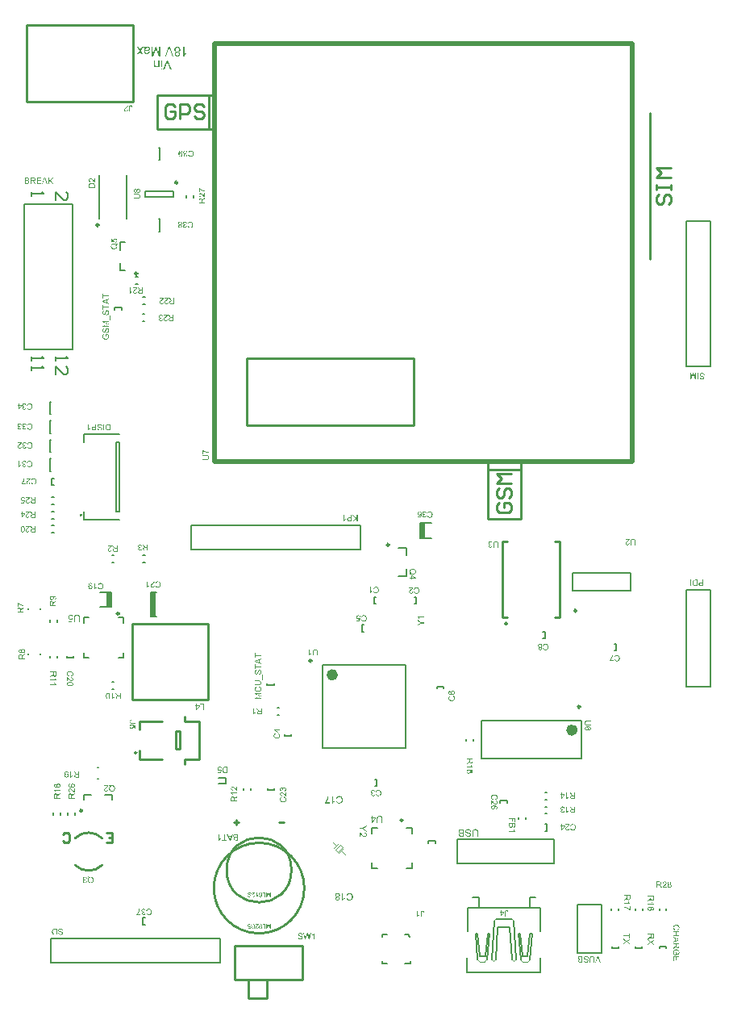
<source format=gto>
%FSLAX25Y25*%
%MOIN*%
G70*
G01*
G75*
G04 Layer_Color=65535*
%ADD10R,0.03740X0.03150*%
%ADD11R,0.04134X0.05906*%
%ADD12R,0.02362X0.04134*%
%ADD13R,0.03543X0.02953*%
%ADD14R,0.07087X0.29528*%
%ADD15O,0.01378X0.03150*%
%ADD16O,0.03150X0.01378*%
%ADD17R,0.09843X0.09843*%
%ADD18R,0.01969X0.12205*%
%ADD19R,0.07874X0.09843*%
%ADD20R,0.07874X0.12992*%
%ADD21R,0.02362X0.05512*%
%ADD22R,0.04331X0.05709*%
%ADD23R,0.00984X0.07087*%
%ADD24O,0.06890X0.02165*%
%ADD25O,0.02165X0.06890*%
%ADD26R,0.02953X0.03543*%
%ADD27R,0.03150X0.03740*%
%ADD28R,0.04331X0.07480*%
%ADD29R,0.05709X0.04331*%
%ADD30R,0.04134X0.07087*%
%ADD31R,0.03937X0.09055*%
%ADD32R,0.05512X0.02362*%
%ADD33R,0.04331X0.07480*%
%ADD34O,0.03150X0.01181*%
%ADD35O,0.01181X0.03150*%
%ADD36R,0.02362X0.02362*%
%ADD37R,0.03937X0.01181*%
%ADD38R,0.02756X0.01181*%
%ADD39R,0.07087X0.04724*%
%ADD40R,0.06102X0.02362*%
%ADD41R,0.05906X0.11024*%
%ADD42R,0.03150X0.01969*%
%ADD43R,0.04134X0.08661*%
%ADD44R,0.05906X0.17716*%
%ADD45R,0.05906X0.16142*%
%ADD46O,0.01772X0.08268*%
%ADD47O,0.02362X0.13583*%
%ADD48R,0.18898X0.20315*%
%ADD49R,0.01969X0.02362*%
%ADD50R,0.05315X0.02362*%
%ADD51R,0.08465X0.09843*%
%ADD52C,0.01200*%
%ADD53C,0.02000*%
%ADD54C,0.01200*%
%ADD55C,0.03000*%
%ADD56C,0.00800*%
%ADD57C,0.01000*%
%ADD58C,0.04000*%
%ADD59C,0.01500*%
%ADD60R,0.07569X0.07569*%
%ADD61R,0.03937X0.04715*%
%ADD62R,0.07776X0.02559*%
%ADD63R,0.16929X0.07087*%
%ADD64R,0.04134X0.11614*%
%ADD65R,0.01705X0.00581*%
%ADD66R,0.01705X0.01280*%
%ADD67R,0.00239X0.00358*%
%ADD68R,0.00342X0.00386*%
%ADD69R,0.00342X0.00386*%
%ADD70R,0.00239X0.00358*%
%ADD71R,0.00280X0.00186*%
%ADD72R,0.00441X0.00236*%
%ADD73R,0.00248X0.00441*%
%ADD74R,0.00262X0.00395*%
%ADD75R,0.00286X0.00429*%
%ADD76R,0.02142X0.00344*%
%ADD77R,0.04702X0.00344*%
%ADD78C,0.04724*%
%ADD79C,0.05906*%
%ADD80R,0.05906X0.05906*%
%ADD81C,0.05315*%
%ADD82C,0.06000*%
%ADD83C,0.07874*%
%ADD84C,0.19685*%
%ADD85R,0.05906X0.05906*%
%ADD86C,0.09055*%
%ADD87R,0.09055X0.09055*%
%ADD88C,0.02400*%
%ADD89C,0.04800*%
%ADD90C,0.00984*%
%ADD91C,0.00400*%
%ADD92C,0.02362*%
%ADD93C,0.00787*%
%ADD94C,0.00700*%
%ADD95C,0.01969*%
%ADD96C,0.00492*%
%ADD97C,0.00591*%
%ADD98R,0.02165X0.06299*%
%ADD99R,0.02165X0.10236*%
G36*
X1188046Y1368992D02*
Y1368977D01*
Y1368953D01*
X1188043Y1368926D01*
X1188039Y1368895D01*
X1188035Y1368860D01*
X1188023Y1368821D01*
X1188011Y1368782D01*
Y1368778D01*
X1188008Y1368774D01*
X1188000Y1368750D01*
X1187984Y1368719D01*
X1187961Y1368672D01*
X1187933Y1368622D01*
X1187894Y1368563D01*
X1187855Y1368505D01*
X1187805Y1368442D01*
Y1368438D01*
X1187797Y1368435D01*
X1187777Y1368411D01*
X1187746Y1368376D01*
X1187699Y1368329D01*
X1187641Y1368275D01*
X1187571Y1368208D01*
X1187485Y1368134D01*
X1187391Y1368052D01*
X1187387Y1368048D01*
X1187372Y1368037D01*
X1187352Y1368021D01*
X1187325Y1367994D01*
X1187290Y1367966D01*
X1187251Y1367931D01*
X1187165Y1367857D01*
X1187072Y1367768D01*
X1186978Y1367678D01*
X1186931Y1367635D01*
X1186892Y1367592D01*
X1186857Y1367549D01*
X1186826Y1367510D01*
Y1367506D01*
X1186818Y1367502D01*
X1186810Y1367491D01*
X1186802Y1367475D01*
X1186779Y1367436D01*
X1186752Y1367385D01*
X1186724Y1367327D01*
X1186701Y1367264D01*
X1186685Y1367194D01*
X1186678Y1367128D01*
Y1367124D01*
Y1367120D01*
X1186681Y1367097D01*
X1186685Y1367062D01*
X1186693Y1367019D01*
X1186713Y1366968D01*
X1186736Y1366917D01*
X1186767Y1366863D01*
X1186814Y1366812D01*
X1186822Y1366808D01*
X1186837Y1366793D01*
X1186869Y1366773D01*
X1186908Y1366746D01*
X1186958Y1366722D01*
X1187017Y1366703D01*
X1187087Y1366687D01*
X1187165Y1366683D01*
X1187189D01*
X1187204Y1366687D01*
X1187243Y1366691D01*
X1187294Y1366699D01*
X1187352Y1366718D01*
X1187415Y1366742D01*
X1187473Y1366777D01*
X1187528Y1366824D01*
X1187532Y1366832D01*
X1187547Y1366847D01*
X1187571Y1366878D01*
X1187594Y1366921D01*
X1187621Y1366976D01*
X1187641Y1367038D01*
X1187656Y1367112D01*
X1187664Y1367198D01*
X1187988Y1367163D01*
Y1367159D01*
Y1367148D01*
X1187984Y1367128D01*
X1187980Y1367105D01*
X1187972Y1367073D01*
X1187969Y1367038D01*
X1187945Y1366960D01*
X1187914Y1366871D01*
X1187871Y1366781D01*
X1187813Y1366691D01*
X1187781Y1366652D01*
X1187742Y1366613D01*
X1187738Y1366609D01*
X1187731Y1366605D01*
X1187719Y1366594D01*
X1187703Y1366582D01*
X1187680Y1366570D01*
X1187653Y1366551D01*
X1187621Y1366535D01*
X1187586Y1366516D01*
X1187547Y1366500D01*
X1187504Y1366481D01*
X1187454Y1366465D01*
X1187403Y1366453D01*
X1187286Y1366430D01*
X1187224Y1366426D01*
X1187157Y1366422D01*
X1187122D01*
X1187095Y1366426D01*
X1187064Y1366430D01*
X1187029Y1366434D01*
X1186990Y1366438D01*
X1186947Y1366449D01*
X1186853Y1366473D01*
X1186756Y1366508D01*
X1186705Y1366531D01*
X1186658Y1366559D01*
X1186615Y1366594D01*
X1186572Y1366629D01*
X1186568Y1366633D01*
X1186565Y1366637D01*
X1186553Y1366648D01*
X1186537Y1366664D01*
X1186522Y1366687D01*
X1186502Y1366711D01*
X1186463Y1366769D01*
X1186424Y1366843D01*
X1186389Y1366929D01*
X1186362Y1367027D01*
X1186358Y1367081D01*
X1186354Y1367136D01*
Y1367144D01*
Y1367163D01*
X1186358Y1367194D01*
X1186362Y1367233D01*
X1186370Y1367280D01*
X1186381Y1367331D01*
X1186397Y1367385D01*
X1186420Y1367440D01*
X1186424Y1367448D01*
X1186432Y1367467D01*
X1186448Y1367495D01*
X1186471Y1367534D01*
X1186498Y1367580D01*
X1186533Y1367635D01*
X1186580Y1367690D01*
X1186631Y1367752D01*
X1186639Y1367760D01*
X1186658Y1367783D01*
X1186693Y1367818D01*
X1186717Y1367842D01*
X1186744Y1367869D01*
X1186775Y1367900D01*
X1186814Y1367935D01*
X1186853Y1367970D01*
X1186896Y1368013D01*
X1186943Y1368056D01*
X1186997Y1368103D01*
X1187052Y1368150D01*
X1187114Y1368204D01*
X1187118Y1368208D01*
X1187126Y1368216D01*
X1187142Y1368228D01*
X1187161Y1368243D01*
X1187208Y1368282D01*
X1187267Y1368333D01*
X1187325Y1368388D01*
X1187387Y1368442D01*
X1187438Y1368489D01*
X1187458Y1368509D01*
X1187477Y1368528D01*
X1187481Y1368532D01*
X1187489Y1368544D01*
X1187504Y1368559D01*
X1187524Y1368583D01*
X1187567Y1368633D01*
X1187610Y1368696D01*
X1186350D01*
Y1368996D01*
X1188046D01*
Y1368992D01*
D02*
G37*
G36*
X1197704Y1334150D02*
X1197755D01*
X1197806Y1334146D01*
X1197864Y1334142D01*
X1197989Y1334126D01*
X1198122Y1334107D01*
X1198250Y1334080D01*
X1198309Y1334064D01*
X1198367Y1334044D01*
X1198371D01*
X1198379Y1334041D01*
X1198395Y1334033D01*
X1198414Y1334025D01*
X1198442Y1334013D01*
X1198469Y1334002D01*
X1198531Y1333967D01*
X1198605Y1333920D01*
X1198679Y1333865D01*
X1198750Y1333803D01*
X1198812Y1333729D01*
Y1333725D01*
X1198820Y1333721D01*
X1198824Y1333709D01*
X1198835Y1333690D01*
X1198847Y1333670D01*
X1198859Y1333647D01*
X1198886Y1333588D01*
X1198913Y1333514D01*
X1198937Y1333432D01*
X1198952Y1333335D01*
X1198960Y1333233D01*
Y1333229D01*
Y1333222D01*
Y1333206D01*
X1198956Y1333183D01*
Y1333159D01*
X1198952Y1333128D01*
X1198941Y1333058D01*
X1198921Y1332980D01*
X1198890Y1332898D01*
X1198851Y1332820D01*
X1198796Y1332742D01*
X1198792Y1332738D01*
X1198789Y1332734D01*
X1198765Y1332711D01*
X1198726Y1332679D01*
X1198676Y1332640D01*
X1198609Y1332602D01*
X1198527Y1332566D01*
X1198434Y1332535D01*
X1198324Y1332516D01*
X1198301Y1332816D01*
X1198309D01*
X1198321Y1332820D01*
X1198336Y1332824D01*
X1198375Y1332832D01*
X1198418Y1332847D01*
X1198469Y1332867D01*
X1198520Y1332890D01*
X1198570Y1332921D01*
X1198609Y1332960D01*
X1198613Y1332964D01*
X1198625Y1332980D01*
X1198640Y1333003D01*
X1198656Y1333038D01*
X1198672Y1333077D01*
X1198687Y1333124D01*
X1198699Y1333179D01*
X1198703Y1333241D01*
Y1333249D01*
Y1333265D01*
X1198699Y1333292D01*
X1198695Y1333327D01*
X1198687Y1333366D01*
X1198676Y1333409D01*
X1198660Y1333452D01*
X1198637Y1333495D01*
X1198633Y1333498D01*
X1198625Y1333514D01*
X1198609Y1333534D01*
X1198590Y1333557D01*
X1198566Y1333588D01*
X1198535Y1333615D01*
X1198500Y1333647D01*
X1198461Y1333674D01*
X1198457Y1333678D01*
X1198442Y1333686D01*
X1198414Y1333697D01*
X1198379Y1333717D01*
X1198336Y1333733D01*
X1198285Y1333752D01*
X1198227Y1333772D01*
X1198161Y1333791D01*
X1198157D01*
X1198153Y1333795D01*
X1198141D01*
X1198129Y1333799D01*
X1198090Y1333807D01*
X1198040Y1333814D01*
X1197981Y1333822D01*
X1197919Y1333830D01*
X1197849Y1333838D01*
X1197712D01*
X1197720Y1333834D01*
X1197736Y1333818D01*
X1197767Y1333799D01*
X1197798Y1333768D01*
X1197837Y1333733D01*
X1197880Y1333686D01*
X1197919Y1333635D01*
X1197958Y1333576D01*
X1197962Y1333569D01*
X1197974Y1333549D01*
X1197985Y1333514D01*
X1198001Y1333471D01*
X1198020Y1333420D01*
X1198032Y1333362D01*
X1198044Y1333296D01*
X1198048Y1333226D01*
Y1333222D01*
Y1333210D01*
Y1333194D01*
X1198044Y1333171D01*
X1198040Y1333144D01*
X1198036Y1333112D01*
X1198020Y1333038D01*
X1197993Y1332952D01*
X1197974Y1332910D01*
X1197950Y1332863D01*
X1197923Y1332820D01*
X1197892Y1332773D01*
X1197857Y1332730D01*
X1197818Y1332687D01*
X1197814Y1332683D01*
X1197806Y1332679D01*
X1197794Y1332668D01*
X1197775Y1332652D01*
X1197751Y1332637D01*
X1197724Y1332617D01*
X1197693Y1332598D01*
X1197654Y1332578D01*
X1197615Y1332559D01*
X1197568Y1332539D01*
X1197517Y1332520D01*
X1197463Y1332504D01*
X1197404Y1332488D01*
X1197346Y1332477D01*
X1197279Y1332473D01*
X1197209Y1332469D01*
X1197170D01*
X1197143Y1332473D01*
X1197112Y1332477D01*
X1197073Y1332481D01*
X1197030Y1332488D01*
X1196983Y1332496D01*
X1196885Y1332524D01*
X1196831Y1332543D01*
X1196780Y1332566D01*
X1196725Y1332590D01*
X1196675Y1332621D01*
X1196628Y1332656D01*
X1196581Y1332695D01*
X1196577Y1332699D01*
X1196570Y1332707D01*
X1196558Y1332718D01*
X1196542Y1332738D01*
X1196527Y1332757D01*
X1196507Y1332785D01*
X1196484Y1332816D01*
X1196460Y1332855D01*
X1196441Y1332894D01*
X1196417Y1332937D01*
X1196378Y1333034D01*
X1196367Y1333089D01*
X1196355Y1333148D01*
X1196347Y1333210D01*
X1196343Y1333272D01*
Y1333276D01*
Y1333284D01*
Y1333296D01*
X1196347Y1333315D01*
Y1333335D01*
X1196351Y1333362D01*
X1196359Y1333424D01*
X1196378Y1333495D01*
X1196402Y1333569D01*
X1196433Y1333651D01*
X1196480Y1333729D01*
Y1333733D01*
X1196488Y1333736D01*
X1196495Y1333748D01*
X1196503Y1333764D01*
X1196534Y1333799D01*
X1196577Y1333846D01*
X1196636Y1333896D01*
X1196698Y1333951D01*
X1196776Y1334002D01*
X1196866Y1334044D01*
X1196870D01*
X1196878Y1334048D01*
X1196893Y1334056D01*
X1196913Y1334060D01*
X1196936Y1334072D01*
X1196967Y1334080D01*
X1197006Y1334087D01*
X1197049Y1334099D01*
X1197096Y1334111D01*
X1197151Y1334119D01*
X1197209Y1334130D01*
X1197272Y1334138D01*
X1197342Y1334142D01*
X1197416Y1334150D01*
X1197498Y1334154D01*
X1197665D01*
X1197704Y1334150D01*
D02*
G37*
G36*
X1186122Y1309900D02*
X1185592Y1309561D01*
X1185588D01*
X1185580Y1309553D01*
X1185568Y1309545D01*
X1185553Y1309537D01*
X1185514Y1309510D01*
X1185463Y1309475D01*
X1185404Y1309436D01*
X1185346Y1309393D01*
X1185291Y1309354D01*
X1185241Y1309315D01*
X1185237Y1309311D01*
X1185221Y1309299D01*
X1185198Y1309280D01*
X1185170Y1309260D01*
X1185116Y1309202D01*
X1185089Y1309175D01*
X1185069Y1309143D01*
X1185065Y1309140D01*
X1185061Y1309132D01*
X1185053Y1309116D01*
X1185042Y1309097D01*
X1185018Y1309050D01*
X1184999Y1308991D01*
Y1308987D01*
X1184995Y1308980D01*
Y1308964D01*
X1184991Y1308945D01*
X1184987Y1308917D01*
Y1308886D01*
X1184983Y1308847D01*
Y1308800D01*
Y1308410D01*
X1186122D01*
Y1308071D01*
X1183560D01*
Y1309206D01*
Y1309210D01*
Y1309221D01*
Y1309237D01*
Y1309260D01*
X1183564Y1309292D01*
Y1309323D01*
X1183568Y1309401D01*
X1183575Y1309483D01*
X1183591Y1309569D01*
X1183607Y1309650D01*
X1183618Y1309689D01*
X1183630Y1309725D01*
Y1309728D01*
X1183634Y1309732D01*
X1183642Y1309756D01*
X1183661Y1309787D01*
X1183689Y1309826D01*
X1183720Y1309873D01*
X1183763Y1309919D01*
X1183813Y1309966D01*
X1183876Y1310009D01*
X1183883Y1310013D01*
X1183907Y1310025D01*
X1183942Y1310044D01*
X1183989Y1310064D01*
X1184047Y1310083D01*
X1184114Y1310103D01*
X1184184Y1310114D01*
X1184262Y1310118D01*
X1184289D01*
X1184309Y1310114D01*
X1184332D01*
X1184359Y1310111D01*
X1184422Y1310095D01*
X1184496Y1310075D01*
X1184570Y1310044D01*
X1184648Y1309997D01*
X1184687Y1309970D01*
X1184722Y1309939D01*
X1184730Y1309931D01*
X1184738Y1309919D01*
X1184753Y1309908D01*
X1184765Y1309888D01*
X1184784Y1309865D01*
X1184800Y1309838D01*
X1184819Y1309806D01*
X1184839Y1309771D01*
X1184859Y1309728D01*
X1184878Y1309686D01*
X1184898Y1309635D01*
X1184917Y1309584D01*
X1184933Y1309526D01*
X1184944Y1309463D01*
X1184956Y1309397D01*
X1184960Y1309405D01*
X1184968Y1309420D01*
X1184979Y1309444D01*
X1184995Y1309471D01*
X1185038Y1309537D01*
X1185061Y1309572D01*
X1185085Y1309600D01*
X1185092Y1309608D01*
X1185108Y1309627D01*
X1185139Y1309654D01*
X1185178Y1309689D01*
X1185229Y1309732D01*
X1185287Y1309779D01*
X1185354Y1309830D01*
X1185428Y1309881D01*
X1186122Y1310325D01*
Y1309900D01*
D02*
G37*
G36*
X1185353Y1375039D02*
X1185380Y1375035D01*
X1185415Y1375031D01*
X1185454Y1375027D01*
X1185497Y1375019D01*
X1185586Y1374996D01*
X1185680Y1374961D01*
X1185727Y1374938D01*
X1185774Y1374910D01*
X1185820Y1374883D01*
X1185863Y1374848D01*
X1185867Y1374844D01*
X1185871Y1374840D01*
X1185883Y1374828D01*
X1185898Y1374813D01*
X1185914Y1374793D01*
X1185934Y1374770D01*
X1185953Y1374743D01*
X1185977Y1374711D01*
X1186019Y1374637D01*
X1186062Y1374548D01*
X1186094Y1374446D01*
X1186105Y1374388D01*
X1186113Y1374329D01*
X1185781Y1374306D01*
Y1374310D01*
Y1374317D01*
X1185778Y1374329D01*
X1185774Y1374345D01*
X1185762Y1374388D01*
X1185746Y1374442D01*
X1185727Y1374501D01*
X1185696Y1374559D01*
X1185661Y1374618D01*
X1185614Y1374669D01*
X1185606Y1374672D01*
X1185590Y1374688D01*
X1185563Y1374704D01*
X1185524Y1374727D01*
X1185477Y1374747D01*
X1185423Y1374766D01*
X1185360Y1374782D01*
X1185294Y1374786D01*
X1185271D01*
X1185255Y1374782D01*
X1185212Y1374778D01*
X1185157Y1374766D01*
X1185099Y1374743D01*
X1185033Y1374715D01*
X1184970Y1374672D01*
X1184939Y1374649D01*
X1184908Y1374618D01*
Y1374614D01*
X1184900Y1374610D01*
X1184884Y1374587D01*
X1184857Y1374548D01*
X1184830Y1374497D01*
X1184803Y1374431D01*
X1184775Y1374353D01*
X1184760Y1374263D01*
X1184752Y1374162D01*
Y1374158D01*
Y1374150D01*
Y1374134D01*
X1184756Y1374119D01*
Y1374095D01*
X1184760Y1374068D01*
X1184771Y1374006D01*
X1184787Y1373939D01*
X1184814Y1373869D01*
X1184853Y1373799D01*
X1184904Y1373736D01*
X1184912Y1373729D01*
X1184931Y1373713D01*
X1184962Y1373686D01*
X1185009Y1373658D01*
X1185064Y1373631D01*
X1185134Y1373604D01*
X1185212Y1373588D01*
X1185298Y1373580D01*
X1185325D01*
X1185353Y1373584D01*
X1185392Y1373588D01*
X1185434Y1373600D01*
X1185481Y1373612D01*
X1185528Y1373631D01*
X1185575Y1373654D01*
X1185579Y1373658D01*
X1185594Y1373666D01*
X1185618Y1373682D01*
X1185645Y1373701D01*
X1185672Y1373729D01*
X1185703Y1373760D01*
X1185735Y1373795D01*
X1185762Y1373834D01*
X1186058Y1373791D01*
X1185809Y1372477D01*
X1184537D01*
Y1372777D01*
X1185559D01*
X1185700Y1373467D01*
X1185696Y1373463D01*
X1185688Y1373460D01*
X1185676Y1373452D01*
X1185661Y1373440D01*
X1185637Y1373428D01*
X1185614Y1373417D01*
X1185551Y1373385D01*
X1185481Y1373354D01*
X1185399Y1373331D01*
X1185310Y1373311D01*
X1185216Y1373304D01*
X1185185D01*
X1185161Y1373307D01*
X1185130Y1373311D01*
X1185099Y1373315D01*
X1185060Y1373323D01*
X1185021Y1373331D01*
X1184931Y1373362D01*
X1184884Y1373378D01*
X1184838Y1373401D01*
X1184787Y1373428D01*
X1184740Y1373460D01*
X1184693Y1373495D01*
X1184651Y1373538D01*
X1184647Y1373541D01*
X1184639Y1373549D01*
X1184627Y1373561D01*
X1184615Y1373580D01*
X1184596Y1373604D01*
X1184576Y1373631D01*
X1184557Y1373662D01*
X1184534Y1373697D01*
X1184510Y1373740D01*
X1184491Y1373783D01*
X1184471Y1373834D01*
X1184452Y1373885D01*
X1184440Y1373943D01*
X1184428Y1374002D01*
X1184420Y1374068D01*
X1184416Y1374134D01*
Y1374138D01*
Y1374150D01*
Y1374169D01*
X1184420Y1374193D01*
X1184424Y1374224D01*
X1184428Y1374259D01*
X1184432Y1374298D01*
X1184440Y1374341D01*
X1184467Y1374434D01*
X1184502Y1374532D01*
X1184526Y1374587D01*
X1184553Y1374637D01*
X1184584Y1374688D01*
X1184619Y1374735D01*
X1184623Y1374739D01*
X1184631Y1374747D01*
X1184647Y1374762D01*
X1184666Y1374782D01*
X1184690Y1374805D01*
X1184721Y1374832D01*
X1184756Y1374860D01*
X1184799Y1374887D01*
X1184842Y1374918D01*
X1184892Y1374945D01*
X1184951Y1374973D01*
X1185009Y1374996D01*
X1185076Y1375016D01*
X1185142Y1375031D01*
X1185216Y1375039D01*
X1185294Y1375043D01*
X1185329D01*
X1185353Y1375039D01*
D02*
G37*
G36*
X1225689Y1291532D02*
X1224500D01*
X1224468Y1291536D01*
X1224437D01*
X1224359Y1291540D01*
X1224277Y1291548D01*
X1224191Y1291563D01*
X1224109Y1291579D01*
X1224070Y1291591D01*
X1224035Y1291602D01*
X1224032D01*
X1224028Y1291606D01*
X1224004Y1291614D01*
X1223973Y1291634D01*
X1223934Y1291661D01*
X1223887Y1291692D01*
X1223840Y1291735D01*
X1223794Y1291786D01*
X1223751Y1291848D01*
X1223747Y1291856D01*
X1223735Y1291879D01*
X1223716Y1291914D01*
X1223696Y1291961D01*
X1223677Y1292020D01*
X1223657Y1292086D01*
X1223645Y1292156D01*
X1223641Y1292234D01*
Y1292238D01*
Y1292246D01*
Y1292262D01*
X1223645Y1292281D01*
Y1292304D01*
X1223649Y1292332D01*
X1223665Y1292394D01*
X1223684Y1292468D01*
X1223716Y1292542D01*
X1223762Y1292620D01*
X1223790Y1292659D01*
X1223821Y1292694D01*
X1223829Y1292702D01*
X1223840Y1292710D01*
X1223852Y1292726D01*
X1223872Y1292737D01*
X1223895Y1292757D01*
X1223922Y1292772D01*
X1223954Y1292792D01*
X1223989Y1292811D01*
X1224032Y1292831D01*
X1224074Y1292850D01*
X1224125Y1292870D01*
X1224176Y1292889D01*
X1224234Y1292905D01*
X1224297Y1292917D01*
X1224363Y1292928D01*
X1224355Y1292932D01*
X1224340Y1292940D01*
X1224316Y1292952D01*
X1224289Y1292967D01*
X1224223Y1293010D01*
X1224187Y1293034D01*
X1224160Y1293057D01*
X1224152Y1293065D01*
X1224133Y1293081D01*
X1224106Y1293112D01*
X1224070Y1293151D01*
X1224028Y1293201D01*
X1223981Y1293260D01*
X1223930Y1293326D01*
X1223879Y1293400D01*
X1223435Y1294094D01*
X1223860D01*
X1224199Y1293564D01*
Y1293560D01*
X1224207Y1293552D01*
X1224215Y1293541D01*
X1224223Y1293525D01*
X1224250Y1293486D01*
X1224285Y1293435D01*
X1224324Y1293377D01*
X1224367Y1293318D01*
X1224406Y1293264D01*
X1224445Y1293213D01*
X1224449Y1293209D01*
X1224461Y1293194D01*
X1224480Y1293170D01*
X1224500Y1293143D01*
X1224558Y1293088D01*
X1224585Y1293061D01*
X1224617Y1293042D01*
X1224620Y1293038D01*
X1224628Y1293034D01*
X1224644Y1293026D01*
X1224663Y1293014D01*
X1224710Y1292991D01*
X1224769Y1292971D01*
X1224772D01*
X1224780Y1292967D01*
X1224796D01*
X1224815Y1292964D01*
X1224843Y1292960D01*
X1224874D01*
X1224913Y1292956D01*
X1225350D01*
Y1294094D01*
X1225689D01*
Y1291532D01*
D02*
G37*
G36*
X1222370Y1292090D02*
X1222374Y1292094D01*
X1222390Y1292109D01*
X1222417Y1292129D01*
X1222452Y1292156D01*
X1222495Y1292191D01*
X1222546Y1292226D01*
X1222604Y1292269D01*
X1222670Y1292308D01*
X1222674D01*
X1222678Y1292312D01*
X1222702Y1292328D01*
X1222737Y1292347D01*
X1222780Y1292371D01*
X1222830Y1292398D01*
X1222885Y1292421D01*
X1222943Y1292449D01*
X1222998Y1292472D01*
Y1292164D01*
X1222994D01*
X1222986Y1292160D01*
X1222971Y1292152D01*
X1222955Y1292141D01*
X1222932Y1292129D01*
X1222904Y1292117D01*
X1222842Y1292082D01*
X1222772Y1292039D01*
X1222694Y1291988D01*
X1222616Y1291930D01*
X1222542Y1291868D01*
X1222538Y1291864D01*
X1222534Y1291860D01*
X1222511Y1291836D01*
X1222475Y1291801D01*
X1222433Y1291758D01*
X1222386Y1291704D01*
X1222339Y1291645D01*
X1222296Y1291583D01*
X1222261Y1291521D01*
X1222054D01*
Y1294094D01*
X1222370D01*
Y1292090D01*
D02*
G37*
G36*
X1198917Y1331849D02*
X1198387Y1331509D01*
X1198383D01*
X1198375Y1331502D01*
X1198363Y1331494D01*
X1198348Y1331486D01*
X1198309Y1331459D01*
X1198258Y1331424D01*
X1198200Y1331385D01*
X1198141Y1331342D01*
X1198087Y1331303D01*
X1198036Y1331264D01*
X1198032Y1331260D01*
X1198016Y1331248D01*
X1197993Y1331229D01*
X1197966Y1331209D01*
X1197911Y1331151D01*
X1197884Y1331123D01*
X1197864Y1331092D01*
X1197860Y1331088D01*
X1197857Y1331081D01*
X1197849Y1331065D01*
X1197837Y1331045D01*
X1197814Y1330999D01*
X1197794Y1330940D01*
Y1330936D01*
X1197790Y1330928D01*
Y1330913D01*
X1197786Y1330893D01*
X1197782Y1330866D01*
Y1330835D01*
X1197779Y1330796D01*
Y1330749D01*
Y1330359D01*
X1198917D01*
Y1330020D01*
X1196355D01*
Y1331155D01*
Y1331159D01*
Y1331170D01*
Y1331186D01*
Y1331209D01*
X1196359Y1331240D01*
Y1331272D01*
X1196363Y1331350D01*
X1196371Y1331431D01*
X1196386Y1331517D01*
X1196402Y1331599D01*
X1196414Y1331638D01*
X1196425Y1331673D01*
Y1331677D01*
X1196429Y1331681D01*
X1196437Y1331705D01*
X1196456Y1331736D01*
X1196484Y1331775D01*
X1196515Y1331822D01*
X1196558Y1331868D01*
X1196609Y1331915D01*
X1196671Y1331958D01*
X1196679Y1331962D01*
X1196702Y1331974D01*
X1196737Y1331993D01*
X1196784Y1332013D01*
X1196842Y1332032D01*
X1196909Y1332052D01*
X1196979Y1332063D01*
X1197057Y1332067D01*
X1197084D01*
X1197104Y1332063D01*
X1197127D01*
X1197155Y1332059D01*
X1197217Y1332044D01*
X1197291Y1332024D01*
X1197365Y1331993D01*
X1197443Y1331946D01*
X1197482Y1331919D01*
X1197517Y1331888D01*
X1197525Y1331880D01*
X1197533Y1331868D01*
X1197548Y1331857D01*
X1197560Y1331837D01*
X1197580Y1331814D01*
X1197595Y1331786D01*
X1197615Y1331755D01*
X1197634Y1331720D01*
X1197654Y1331677D01*
X1197673Y1331634D01*
X1197693Y1331584D01*
X1197712Y1331533D01*
X1197728Y1331474D01*
X1197740Y1331412D01*
X1197751Y1331346D01*
X1197755Y1331353D01*
X1197763Y1331369D01*
X1197775Y1331392D01*
X1197790Y1331420D01*
X1197833Y1331486D01*
X1197857Y1331521D01*
X1197880Y1331549D01*
X1197888Y1331556D01*
X1197903Y1331576D01*
X1197935Y1331603D01*
X1197974Y1331638D01*
X1198024Y1331681D01*
X1198083Y1331728D01*
X1198149Y1331779D01*
X1198223Y1331829D01*
X1198917Y1332274D01*
Y1331849D01*
D02*
G37*
G36*
X1185008Y1368384D02*
X1186120D01*
Y1368095D01*
X1184950Y1366438D01*
X1184692D01*
Y1368095D01*
X1184345D01*
Y1368384D01*
X1184692D01*
Y1368996D01*
X1185008D01*
Y1368384D01*
D02*
G37*
G36*
X1190551Y1372438D02*
X1189362D01*
X1189330Y1372442D01*
X1189299D01*
X1189221Y1372445D01*
X1189139Y1372453D01*
X1189054Y1372469D01*
X1188972Y1372484D01*
X1188933Y1372496D01*
X1188898Y1372508D01*
X1188894D01*
X1188890Y1372512D01*
X1188866Y1372520D01*
X1188835Y1372539D01*
X1188796Y1372566D01*
X1188749Y1372598D01*
X1188703Y1372641D01*
X1188656Y1372691D01*
X1188613Y1372754D01*
X1188609Y1372761D01*
X1188597Y1372785D01*
X1188578Y1372820D01*
X1188558Y1372867D01*
X1188539Y1372925D01*
X1188519Y1372991D01*
X1188508Y1373062D01*
X1188504Y1373140D01*
Y1373144D01*
Y1373151D01*
Y1373167D01*
X1188508Y1373186D01*
Y1373210D01*
X1188511Y1373237D01*
X1188527Y1373300D01*
X1188547Y1373374D01*
X1188578Y1373448D01*
X1188625Y1373526D01*
X1188652Y1373565D01*
X1188683Y1373600D01*
X1188691Y1373608D01*
X1188703Y1373615D01*
X1188714Y1373631D01*
X1188734Y1373643D01*
X1188757Y1373662D01*
X1188785Y1373678D01*
X1188816Y1373697D01*
X1188851Y1373717D01*
X1188894Y1373736D01*
X1188937Y1373756D01*
X1188987Y1373775D01*
X1189038Y1373795D01*
X1189097Y1373810D01*
X1189159Y1373822D01*
X1189225Y1373834D01*
X1189217Y1373838D01*
X1189202Y1373846D01*
X1189178Y1373857D01*
X1189151Y1373873D01*
X1189085Y1373916D01*
X1189050Y1373939D01*
X1189022Y1373963D01*
X1189015Y1373970D01*
X1188995Y1373986D01*
X1188968Y1374017D01*
X1188933Y1374056D01*
X1188890Y1374107D01*
X1188843Y1374165D01*
X1188792Y1374232D01*
X1188742Y1374306D01*
X1188297Y1375000D01*
X1188722D01*
X1189061Y1374470D01*
Y1374466D01*
X1189069Y1374458D01*
X1189077Y1374446D01*
X1189085Y1374431D01*
X1189112Y1374392D01*
X1189147Y1374341D01*
X1189186Y1374282D01*
X1189229Y1374224D01*
X1189268Y1374169D01*
X1189307Y1374119D01*
X1189311Y1374115D01*
X1189323Y1374099D01*
X1189342Y1374076D01*
X1189362Y1374048D01*
X1189420Y1373994D01*
X1189447Y1373967D01*
X1189479Y1373947D01*
X1189483Y1373943D01*
X1189490Y1373939D01*
X1189506Y1373931D01*
X1189526Y1373920D01*
X1189572Y1373896D01*
X1189631Y1373877D01*
X1189635D01*
X1189643Y1373873D01*
X1189658D01*
X1189678Y1373869D01*
X1189705Y1373865D01*
X1189736D01*
X1189775Y1373861D01*
X1190212D01*
Y1375000D01*
X1190551D01*
Y1372438D01*
D02*
G37*
G36*
X1236909Y1352851D02*
X1235720D01*
X1235689Y1352855D01*
X1235658D01*
X1235580Y1352859D01*
X1235498Y1352867D01*
X1235412Y1352882D01*
X1235330Y1352898D01*
X1235291Y1352910D01*
X1235256Y1352921D01*
X1235252D01*
X1235248Y1352925D01*
X1235225Y1352933D01*
X1235193Y1352952D01*
X1235154Y1352980D01*
X1235108Y1353011D01*
X1235061Y1353054D01*
X1235014Y1353105D01*
X1234971Y1353167D01*
X1234967Y1353175D01*
X1234956Y1353198D01*
X1234936Y1353233D01*
X1234916Y1353280D01*
X1234897Y1353339D01*
X1234877Y1353405D01*
X1234866Y1353475D01*
X1234862Y1353553D01*
Y1353557D01*
Y1353565D01*
Y1353580D01*
X1234866Y1353600D01*
Y1353623D01*
X1234870Y1353651D01*
X1234885Y1353713D01*
X1234905Y1353787D01*
X1234936Y1353861D01*
X1234983Y1353939D01*
X1235010Y1353978D01*
X1235041Y1354013D01*
X1235049Y1354021D01*
X1235061Y1354029D01*
X1235073Y1354045D01*
X1235092Y1354056D01*
X1235116Y1354076D01*
X1235143Y1354091D01*
X1235174Y1354111D01*
X1235209Y1354130D01*
X1235252Y1354150D01*
X1235295Y1354169D01*
X1235346Y1354189D01*
X1235396Y1354208D01*
X1235455Y1354224D01*
X1235517Y1354236D01*
X1235583Y1354247D01*
X1235576Y1354251D01*
X1235560Y1354259D01*
X1235537Y1354271D01*
X1235509Y1354286D01*
X1235443Y1354329D01*
X1235408Y1354353D01*
X1235381Y1354376D01*
X1235373Y1354384D01*
X1235353Y1354399D01*
X1235326Y1354431D01*
X1235291Y1354470D01*
X1235248Y1354520D01*
X1235201Y1354579D01*
X1235151Y1354645D01*
X1235100Y1354719D01*
X1234655Y1355413D01*
X1235080D01*
X1235420Y1354883D01*
Y1354879D01*
X1235427Y1354871D01*
X1235435Y1354860D01*
X1235443Y1354844D01*
X1235470Y1354805D01*
X1235505Y1354754D01*
X1235544Y1354696D01*
X1235587Y1354637D01*
X1235626Y1354583D01*
X1235665Y1354532D01*
X1235669Y1354528D01*
X1235681Y1354513D01*
X1235700Y1354489D01*
X1235720Y1354462D01*
X1235778Y1354407D01*
X1235806Y1354380D01*
X1235837Y1354360D01*
X1235841Y1354356D01*
X1235849Y1354353D01*
X1235864Y1354345D01*
X1235884Y1354333D01*
X1235931Y1354310D01*
X1235989Y1354290D01*
X1235993D01*
X1236001Y1354286D01*
X1236016D01*
X1236036Y1354282D01*
X1236063Y1354278D01*
X1236094D01*
X1236133Y1354275D01*
X1236570D01*
Y1355413D01*
X1236909D01*
Y1352851D01*
D02*
G37*
G36*
X1418093Y1185374D02*
X1418129D01*
X1418168Y1185370D01*
X1418211Y1185366D01*
X1418300Y1185354D01*
X1418398Y1185335D01*
X1418495Y1185311D01*
X1418589Y1185280D01*
X1418593D01*
X1418600Y1185276D01*
X1418612Y1185268D01*
X1418628Y1185260D01*
X1418671Y1185237D01*
X1418721Y1185202D01*
X1418784Y1185159D01*
X1418842Y1185108D01*
X1418905Y1185046D01*
X1418959Y1184976D01*
Y1184972D01*
X1418963Y1184968D01*
X1418971Y1184956D01*
X1418979Y1184941D01*
X1418991Y1184921D01*
X1419002Y1184898D01*
X1419026Y1184839D01*
X1419049Y1184773D01*
X1419072Y1184691D01*
X1419088Y1184605D01*
X1419096Y1184512D01*
X1418776Y1184484D01*
Y1184488D01*
Y1184492D01*
X1418772Y1184516D01*
X1418764Y1184551D01*
X1418756Y1184598D01*
X1418741Y1184648D01*
X1418725Y1184703D01*
X1418702Y1184754D01*
X1418675Y1184804D01*
X1418671Y1184808D01*
X1418659Y1184824D01*
X1418639Y1184847D01*
X1418608Y1184875D01*
X1418573Y1184906D01*
X1418530Y1184941D01*
X1418476Y1184972D01*
X1418417Y1185003D01*
X1418413D01*
X1418409Y1185007D01*
X1418386Y1185015D01*
X1418351Y1185026D01*
X1418300Y1185038D01*
X1418246Y1185054D01*
X1418175Y1185066D01*
X1418101Y1185073D01*
X1418023Y1185077D01*
X1417992D01*
X1417953Y1185073D01*
X1417910Y1185069D01*
X1417856Y1185066D01*
X1417801Y1185054D01*
X1417743Y1185042D01*
X1417684Y1185023D01*
X1417676Y1185019D01*
X1417661Y1185011D01*
X1417633Y1184999D01*
X1417602Y1184980D01*
X1417563Y1184956D01*
X1417528Y1184929D01*
X1417493Y1184898D01*
X1417462Y1184863D01*
X1417458Y1184859D01*
X1417450Y1184843D01*
X1417438Y1184824D01*
X1417423Y1184797D01*
X1417411Y1184765D01*
X1417399Y1184726D01*
X1417391Y1184687D01*
X1417388Y1184644D01*
Y1184641D01*
Y1184625D01*
X1417391Y1184601D01*
X1417395Y1184574D01*
X1417403Y1184539D01*
X1417419Y1184504D01*
X1417434Y1184469D01*
X1417458Y1184434D01*
X1417462Y1184430D01*
X1417470Y1184418D01*
X1417489Y1184402D01*
X1417512Y1184379D01*
X1417544Y1184356D01*
X1417583Y1184332D01*
X1417633Y1184305D01*
X1417688Y1184282D01*
X1417692Y1184278D01*
X1417707Y1184274D01*
X1417739Y1184266D01*
X1417758Y1184258D01*
X1417782Y1184250D01*
X1417813Y1184243D01*
X1417844Y1184235D01*
X1417883Y1184223D01*
X1417922Y1184211D01*
X1417969Y1184200D01*
X1418023Y1184188D01*
X1418082Y1184173D01*
X1418144Y1184157D01*
X1418148D01*
X1418160Y1184153D01*
X1418179Y1184149D01*
X1418203Y1184141D01*
X1418230Y1184134D01*
X1418261Y1184126D01*
X1418335Y1184106D01*
X1418417Y1184079D01*
X1418499Y1184052D01*
X1418573Y1184024D01*
X1418608Y1184013D01*
X1418636Y1183997D01*
X1418639D01*
X1418643Y1183993D01*
X1418667Y1183977D01*
X1418698Y1183958D01*
X1418737Y1183931D01*
X1418784Y1183896D01*
X1418827Y1183857D01*
X1418870Y1183810D01*
X1418909Y1183759D01*
X1418913Y1183751D01*
X1418924Y1183732D01*
X1418936Y1183704D01*
X1418952Y1183665D01*
X1418971Y1183619D01*
X1418983Y1183564D01*
X1418994Y1183502D01*
X1418998Y1183439D01*
Y1183435D01*
Y1183432D01*
Y1183420D01*
Y1183404D01*
X1418991Y1183369D01*
X1418983Y1183322D01*
X1418971Y1183264D01*
X1418952Y1183205D01*
X1418924Y1183139D01*
X1418889Y1183076D01*
Y1183073D01*
X1418885Y1183069D01*
X1418870Y1183049D01*
X1418842Y1183018D01*
X1418807Y1182979D01*
X1418764Y1182940D01*
X1418710Y1182897D01*
X1418643Y1182854D01*
X1418569Y1182819D01*
X1418565D01*
X1418561Y1182815D01*
X1418550Y1182811D01*
X1418530Y1182804D01*
X1418511Y1182800D01*
X1418487Y1182792D01*
X1418433Y1182772D01*
X1418363Y1182757D01*
X1418285Y1182745D01*
X1418195Y1182733D01*
X1418101Y1182729D01*
X1418054D01*
X1418027Y1182733D01*
X1418000D01*
X1417934Y1182741D01*
X1417856Y1182753D01*
X1417770Y1182768D01*
X1417684Y1182792D01*
X1417602Y1182823D01*
X1417598D01*
X1417594Y1182827D01*
X1417583Y1182831D01*
X1417567Y1182839D01*
X1417528Y1182862D01*
X1417477Y1182889D01*
X1417423Y1182928D01*
X1417368Y1182975D01*
X1417313Y1183030D01*
X1417267Y1183092D01*
X1417263Y1183100D01*
X1417247Y1183123D01*
X1417228Y1183162D01*
X1417208Y1183209D01*
X1417185Y1183268D01*
X1417161Y1183338D01*
X1417146Y1183412D01*
X1417138Y1183494D01*
X1417462Y1183517D01*
Y1183513D01*
Y1183506D01*
X1417466Y1183494D01*
X1417470Y1183478D01*
X1417477Y1183435D01*
X1417493Y1183381D01*
X1417516Y1183322D01*
X1417548Y1183264D01*
X1417590Y1183205D01*
X1417641Y1183155D01*
X1417649Y1183151D01*
X1417668Y1183135D01*
X1417704Y1183116D01*
X1417750Y1183092D01*
X1417813Y1183069D01*
X1417891Y1183049D01*
X1417980Y1183034D01*
X1418086Y1183030D01*
X1418136D01*
X1418160Y1183034D01*
X1418191D01*
X1418257Y1183045D01*
X1418331Y1183057D01*
X1418406Y1183076D01*
X1418476Y1183104D01*
X1418507Y1183123D01*
X1418534Y1183143D01*
X1418538Y1183147D01*
X1418554Y1183162D01*
X1418577Y1183186D01*
X1418600Y1183221D01*
X1418628Y1183260D01*
X1418647Y1183307D01*
X1418663Y1183357D01*
X1418671Y1183416D01*
Y1183424D01*
Y1183439D01*
X1418667Y1183467D01*
X1418659Y1183498D01*
X1418647Y1183533D01*
X1418628Y1183572D01*
X1418604Y1183607D01*
X1418573Y1183642D01*
X1418569Y1183646D01*
X1418550Y1183658D01*
X1418538Y1183665D01*
X1418522Y1183677D01*
X1418499Y1183685D01*
X1418472Y1183697D01*
X1418441Y1183712D01*
X1418406Y1183728D01*
X1418367Y1183740D01*
X1418320Y1183755D01*
X1418265Y1183775D01*
X1418207Y1183790D01*
X1418140Y1183806D01*
X1418066Y1183825D01*
X1418062D01*
X1418047Y1183829D01*
X1418027Y1183833D01*
X1418000Y1183841D01*
X1417965Y1183849D01*
X1417926Y1183860D01*
X1417840Y1183880D01*
X1417746Y1183907D01*
X1417653Y1183934D01*
X1417606Y1183946D01*
X1417567Y1183962D01*
X1417528Y1183977D01*
X1417497Y1183989D01*
X1417493D01*
X1417485Y1183993D01*
X1417477Y1184001D01*
X1417462Y1184009D01*
X1417423Y1184032D01*
X1417372Y1184059D01*
X1417317Y1184098D01*
X1417263Y1184145D01*
X1417212Y1184196D01*
X1417169Y1184250D01*
X1417165Y1184258D01*
X1417154Y1184278D01*
X1417134Y1184309D01*
X1417115Y1184356D01*
X1417095Y1184406D01*
X1417076Y1184469D01*
X1417064Y1184539D01*
X1417060Y1184613D01*
Y1184617D01*
Y1184621D01*
Y1184633D01*
Y1184648D01*
X1417068Y1184687D01*
X1417076Y1184738D01*
X1417087Y1184797D01*
X1417111Y1184863D01*
X1417138Y1184933D01*
X1417177Y1184999D01*
X1417181Y1185007D01*
X1417200Y1185030D01*
X1417224Y1185062D01*
X1417263Y1185101D01*
X1417310Y1185147D01*
X1417368Y1185194D01*
X1417438Y1185237D01*
X1417516Y1185280D01*
X1417520D01*
X1417528Y1185284D01*
X1417540Y1185288D01*
X1417555Y1185296D01*
X1417575Y1185303D01*
X1417598Y1185311D01*
X1417661Y1185327D01*
X1417731Y1185346D01*
X1417817Y1185362D01*
X1417906Y1185374D01*
X1418008Y1185378D01*
X1418066D01*
X1418093Y1185374D01*
D02*
G37*
G36*
X1222003Y1355016D02*
Y1355000D01*
Y1354977D01*
X1221999Y1354949D01*
X1221995Y1354918D01*
X1221992Y1354883D01*
X1221980Y1354844D01*
X1221968Y1354805D01*
Y1354801D01*
X1221964Y1354797D01*
X1221956Y1354774D01*
X1221941Y1354743D01*
X1221917Y1354696D01*
X1221890Y1354645D01*
X1221851Y1354587D01*
X1221812Y1354528D01*
X1221761Y1354466D01*
Y1354462D01*
X1221754Y1354458D01*
X1221734Y1354435D01*
X1221703Y1354400D01*
X1221656Y1354353D01*
X1221598Y1354298D01*
X1221527Y1354232D01*
X1221441Y1354158D01*
X1221348Y1354076D01*
X1221344Y1354072D01*
X1221328Y1354060D01*
X1221309Y1354045D01*
X1221282Y1354017D01*
X1221247Y1353990D01*
X1221208Y1353955D01*
X1221122Y1353881D01*
X1221028Y1353791D01*
X1220934Y1353701D01*
X1220888Y1353659D01*
X1220849Y1353616D01*
X1220814Y1353573D01*
X1220782Y1353534D01*
Y1353530D01*
X1220775Y1353526D01*
X1220767Y1353514D01*
X1220759Y1353499D01*
X1220736Y1353460D01*
X1220708Y1353409D01*
X1220681Y1353351D01*
X1220658Y1353288D01*
X1220642Y1353218D01*
X1220634Y1353152D01*
Y1353148D01*
Y1353144D01*
X1220638Y1353120D01*
X1220642Y1353085D01*
X1220650Y1353042D01*
X1220669Y1352992D01*
X1220693Y1352941D01*
X1220724Y1352886D01*
X1220771Y1352836D01*
X1220778Y1352832D01*
X1220794Y1352816D01*
X1220825Y1352797D01*
X1220864Y1352769D01*
X1220915Y1352746D01*
X1220974Y1352726D01*
X1221044Y1352711D01*
X1221122Y1352707D01*
X1221145D01*
X1221161Y1352711D01*
X1221200Y1352715D01*
X1221250Y1352723D01*
X1221309Y1352742D01*
X1221371Y1352765D01*
X1221430Y1352801D01*
X1221484Y1352847D01*
X1221488Y1352855D01*
X1221504Y1352871D01*
X1221527Y1352902D01*
X1221551Y1352945D01*
X1221578Y1352999D01*
X1221598Y1353062D01*
X1221613Y1353136D01*
X1221621Y1353222D01*
X1221945Y1353187D01*
Y1353183D01*
Y1353171D01*
X1221941Y1353152D01*
X1221937Y1353128D01*
X1221929Y1353097D01*
X1221925Y1353062D01*
X1221902Y1352984D01*
X1221871Y1352894D01*
X1221828Y1352804D01*
X1221769Y1352715D01*
X1221738Y1352676D01*
X1221699Y1352637D01*
X1221695Y1352633D01*
X1221687Y1352629D01*
X1221675Y1352617D01*
X1221660Y1352606D01*
X1221636Y1352594D01*
X1221609Y1352574D01*
X1221578Y1352559D01*
X1221543Y1352539D01*
X1221504Y1352524D01*
X1221461Y1352504D01*
X1221410Y1352489D01*
X1221360Y1352477D01*
X1221243Y1352454D01*
X1221180Y1352450D01*
X1221114Y1352446D01*
X1221079D01*
X1221052Y1352450D01*
X1221020Y1352454D01*
X1220985Y1352457D01*
X1220946Y1352461D01*
X1220903Y1352473D01*
X1220810Y1352496D01*
X1220712Y1352532D01*
X1220662Y1352555D01*
X1220615Y1352582D01*
X1220572Y1352617D01*
X1220529Y1352652D01*
X1220525Y1352656D01*
X1220521Y1352660D01*
X1220509Y1352672D01*
X1220494Y1352687D01*
X1220478Y1352711D01*
X1220459Y1352734D01*
X1220420Y1352793D01*
X1220381Y1352867D01*
X1220346Y1352953D01*
X1220318Y1353050D01*
X1220315Y1353105D01*
X1220310Y1353159D01*
Y1353167D01*
Y1353187D01*
X1220315Y1353218D01*
X1220318Y1353257D01*
X1220326Y1353304D01*
X1220338Y1353354D01*
X1220353Y1353409D01*
X1220377Y1353464D01*
X1220381Y1353471D01*
X1220389Y1353491D01*
X1220404Y1353518D01*
X1220428Y1353557D01*
X1220455Y1353604D01*
X1220490Y1353659D01*
X1220537Y1353713D01*
X1220587Y1353776D01*
X1220595Y1353783D01*
X1220615Y1353807D01*
X1220650Y1353842D01*
X1220673Y1353865D01*
X1220700Y1353893D01*
X1220732Y1353924D01*
X1220771Y1353959D01*
X1220810Y1353994D01*
X1220853Y1354037D01*
X1220899Y1354080D01*
X1220954Y1354127D01*
X1221009Y1354173D01*
X1221071Y1354228D01*
X1221075Y1354232D01*
X1221083Y1354240D01*
X1221098Y1354251D01*
X1221118Y1354267D01*
X1221165Y1354306D01*
X1221223Y1354357D01*
X1221282Y1354411D01*
X1221344Y1354466D01*
X1221395Y1354513D01*
X1221414Y1354532D01*
X1221434Y1354552D01*
X1221438Y1354556D01*
X1221445Y1354567D01*
X1221461Y1354583D01*
X1221481Y1354606D01*
X1221523Y1354657D01*
X1221566Y1354719D01*
X1220307D01*
Y1355020D01*
X1222003D01*
Y1355016D01*
D02*
G37*
G36*
X1233700Y1355452D02*
X1233731Y1355449D01*
X1233762Y1355445D01*
X1233801Y1355441D01*
X1233840Y1355433D01*
X1233930Y1355410D01*
X1234023Y1355371D01*
X1234070Y1355351D01*
X1234113Y1355324D01*
X1234160Y1355293D01*
X1234203Y1355257D01*
X1234207Y1355254D01*
X1234211Y1355250D01*
X1234222Y1355238D01*
X1234238Y1355222D01*
X1234254Y1355199D01*
X1234273Y1355175D01*
X1234297Y1355148D01*
X1234316Y1355117D01*
X1234363Y1355039D01*
X1234402Y1354949D01*
X1234437Y1354848D01*
X1234449Y1354793D01*
X1234456Y1354735D01*
X1234140Y1354692D01*
Y1354696D01*
X1234136Y1354704D01*
Y1354719D01*
X1234129Y1354735D01*
X1234117Y1354782D01*
X1234098Y1354840D01*
X1234074Y1354902D01*
X1234043Y1354969D01*
X1234004Y1355027D01*
X1233961Y1355078D01*
X1233953Y1355082D01*
X1233938Y1355097D01*
X1233910Y1355113D01*
X1233871Y1355136D01*
X1233828Y1355156D01*
X1233774Y1355175D01*
X1233711Y1355191D01*
X1233645Y1355195D01*
X1233622D01*
X1233606Y1355191D01*
X1233567Y1355187D01*
X1233517Y1355175D01*
X1233454Y1355156D01*
X1233392Y1355133D01*
X1233329Y1355094D01*
X1233271Y1355043D01*
X1233263Y1355035D01*
X1233247Y1355016D01*
X1233224Y1354984D01*
X1233193Y1354938D01*
X1233165Y1354883D01*
X1233142Y1354817D01*
X1233126Y1354743D01*
X1233119Y1354661D01*
Y1354657D01*
Y1354653D01*
Y1354641D01*
X1233123Y1354626D01*
X1233126Y1354587D01*
X1233138Y1354536D01*
X1233154Y1354481D01*
X1233181Y1354419D01*
X1233216Y1354360D01*
X1233263Y1354306D01*
X1233271Y1354298D01*
X1233286Y1354282D01*
X1233317Y1354263D01*
X1233360Y1354236D01*
X1233411Y1354208D01*
X1233474Y1354189D01*
X1233540Y1354173D01*
X1233618Y1354165D01*
X1233653D01*
X1233680Y1354169D01*
X1233711Y1354173D01*
X1233750Y1354177D01*
X1233793Y1354185D01*
X1233840Y1354197D01*
X1233805Y1353920D01*
X1233786D01*
X1233770Y1353924D01*
X1233719D01*
X1233684Y1353920D01*
X1233634Y1353912D01*
X1233579Y1353900D01*
X1233520Y1353881D01*
X1233458Y1353857D01*
X1233396Y1353822D01*
X1233388Y1353818D01*
X1233368Y1353803D01*
X1233345Y1353775D01*
X1233314Y1353740D01*
X1233282Y1353697D01*
X1233259Y1353643D01*
X1233240Y1353576D01*
X1233232Y1353498D01*
Y1353495D01*
Y1353491D01*
Y1353471D01*
X1233240Y1353440D01*
X1233247Y1353397D01*
X1233259Y1353354D01*
X1233282Y1353307D01*
X1233310Y1353257D01*
X1233349Y1353214D01*
X1233353Y1353210D01*
X1233368Y1353194D01*
X1233396Y1353175D01*
X1233431Y1353155D01*
X1233474Y1353132D01*
X1233524Y1353116D01*
X1233583Y1353101D01*
X1233649Y1353097D01*
X1233680D01*
X1233715Y1353105D01*
X1233754Y1353112D01*
X1233805Y1353124D01*
X1233856Y1353148D01*
X1233906Y1353175D01*
X1233957Y1353214D01*
X1233961Y1353218D01*
X1233977Y1353233D01*
X1233996Y1353261D01*
X1234019Y1353300D01*
X1234047Y1353346D01*
X1234070Y1353405D01*
X1234094Y1353475D01*
X1234109Y1353557D01*
X1234425Y1353502D01*
Y1353498D01*
X1234421Y1353487D01*
X1234417Y1353471D01*
X1234414Y1353452D01*
X1234406Y1353424D01*
X1234398Y1353393D01*
X1234371Y1353323D01*
X1234339Y1353245D01*
X1234293Y1353163D01*
X1234238Y1353085D01*
X1234168Y1353015D01*
X1234164Y1353011D01*
X1234160Y1353007D01*
X1234148Y1352999D01*
X1234129Y1352988D01*
X1234109Y1352976D01*
X1234086Y1352960D01*
X1234027Y1352925D01*
X1233953Y1352894D01*
X1233864Y1352867D01*
X1233766Y1352847D01*
X1233711Y1352839D01*
X1233622D01*
X1233583Y1352843D01*
X1233532Y1352851D01*
X1233474Y1352863D01*
X1233407Y1352878D01*
X1233341Y1352902D01*
X1233275Y1352933D01*
X1233271D01*
X1233267Y1352937D01*
X1233243Y1352949D01*
X1233212Y1352968D01*
X1233173Y1352995D01*
X1233130Y1353030D01*
X1233084Y1353073D01*
X1233041Y1353124D01*
X1233002Y1353179D01*
X1232998Y1353187D01*
X1232986Y1353206D01*
X1232970Y1353237D01*
X1232955Y1353276D01*
X1232939Y1353327D01*
X1232924Y1353382D01*
X1232912Y1353440D01*
X1232908Y1353506D01*
Y1353514D01*
Y1353534D01*
X1232912Y1353565D01*
X1232920Y1353604D01*
X1232932Y1353651D01*
X1232947Y1353701D01*
X1232967Y1353756D01*
X1232998Y1353807D01*
X1233002Y1353814D01*
X1233013Y1353830D01*
X1233037Y1353853D01*
X1233064Y1353885D01*
X1233103Y1353920D01*
X1233146Y1353955D01*
X1233200Y1353994D01*
X1233263Y1354025D01*
X1233259D01*
X1233251Y1354029D01*
X1233240D01*
X1233224Y1354037D01*
X1233185Y1354048D01*
X1233134Y1354072D01*
X1233080Y1354099D01*
X1233021Y1354138D01*
X1232963Y1354185D01*
X1232912Y1354243D01*
X1232908Y1354251D01*
X1232892Y1354275D01*
X1232873Y1354310D01*
X1232846Y1354356D01*
X1232822Y1354415D01*
X1232803Y1354485D01*
X1232787Y1354567D01*
X1232783Y1354657D01*
Y1354661D01*
Y1354672D01*
Y1354688D01*
X1232787Y1354711D01*
X1232791Y1354743D01*
X1232795Y1354774D01*
X1232803Y1354813D01*
X1232815Y1354852D01*
X1232842Y1354941D01*
X1232861Y1354992D01*
X1232889Y1355039D01*
X1232916Y1355086D01*
X1232947Y1355133D01*
X1232986Y1355179D01*
X1233029Y1355226D01*
X1233033Y1355230D01*
X1233041Y1355238D01*
X1233052Y1355246D01*
X1233072Y1355261D01*
X1233095Y1355281D01*
X1233126Y1355300D01*
X1233162Y1355320D01*
X1233197Y1355339D01*
X1233240Y1355363D01*
X1233286Y1355382D01*
X1233337Y1355402D01*
X1233392Y1355421D01*
X1233450Y1355437D01*
X1233513Y1355445D01*
X1233579Y1355452D01*
X1233645Y1355456D01*
X1233676D01*
X1233700Y1355452D01*
D02*
G37*
G36*
X1188145Y1374996D02*
Y1374981D01*
Y1374957D01*
X1188141Y1374930D01*
X1188137Y1374899D01*
X1188133Y1374864D01*
X1188122Y1374825D01*
X1188110Y1374786D01*
Y1374782D01*
X1188106Y1374778D01*
X1188098Y1374754D01*
X1188083Y1374723D01*
X1188059Y1374676D01*
X1188032Y1374626D01*
X1187993Y1374567D01*
X1187954Y1374509D01*
X1187903Y1374446D01*
Y1374442D01*
X1187895Y1374438D01*
X1187876Y1374415D01*
X1187845Y1374380D01*
X1187798Y1374333D01*
X1187739Y1374279D01*
X1187669Y1374212D01*
X1187583Y1374138D01*
X1187490Y1374056D01*
X1187486Y1374052D01*
X1187470Y1374041D01*
X1187451Y1374025D01*
X1187423Y1373998D01*
X1187388Y1373970D01*
X1187349Y1373935D01*
X1187263Y1373861D01*
X1187170Y1373771D01*
X1187076Y1373682D01*
X1187029Y1373639D01*
X1186991Y1373596D01*
X1186955Y1373553D01*
X1186924Y1373514D01*
Y1373510D01*
X1186916Y1373506D01*
X1186909Y1373495D01*
X1186901Y1373479D01*
X1186877Y1373440D01*
X1186850Y1373389D01*
X1186823Y1373331D01*
X1186799Y1373268D01*
X1186784Y1373198D01*
X1186776Y1373132D01*
Y1373128D01*
Y1373124D01*
X1186780Y1373101D01*
X1186784Y1373066D01*
X1186792Y1373023D01*
X1186811Y1372972D01*
X1186835Y1372921D01*
X1186866Y1372867D01*
X1186913Y1372816D01*
X1186920Y1372812D01*
X1186936Y1372797D01*
X1186967Y1372777D01*
X1187006Y1372750D01*
X1187057Y1372726D01*
X1187115Y1372707D01*
X1187185Y1372691D01*
X1187263Y1372687D01*
X1187287D01*
X1187302Y1372691D01*
X1187341Y1372695D01*
X1187392Y1372703D01*
X1187451Y1372722D01*
X1187513Y1372746D01*
X1187572Y1372781D01*
X1187626Y1372828D01*
X1187630Y1372836D01*
X1187646Y1372851D01*
X1187669Y1372882D01*
X1187693Y1372925D01*
X1187720Y1372980D01*
X1187739Y1373042D01*
X1187755Y1373116D01*
X1187763Y1373202D01*
X1188086Y1373167D01*
Y1373163D01*
Y1373151D01*
X1188083Y1373132D01*
X1188079Y1373108D01*
X1188071Y1373077D01*
X1188067Y1373042D01*
X1188043Y1372964D01*
X1188012Y1372875D01*
X1187969Y1372785D01*
X1187911Y1372695D01*
X1187880Y1372656D01*
X1187841Y1372617D01*
X1187837Y1372613D01*
X1187829Y1372609D01*
X1187817Y1372598D01*
X1187802Y1372586D01*
X1187778Y1372574D01*
X1187751Y1372555D01*
X1187720Y1372539D01*
X1187685Y1372520D01*
X1187646Y1372504D01*
X1187603Y1372484D01*
X1187552Y1372469D01*
X1187501Y1372457D01*
X1187384Y1372434D01*
X1187322Y1372430D01*
X1187256Y1372426D01*
X1187221D01*
X1187193Y1372430D01*
X1187162Y1372434D01*
X1187127Y1372438D01*
X1187088Y1372442D01*
X1187045Y1372453D01*
X1186952Y1372477D01*
X1186854Y1372512D01*
X1186803Y1372535D01*
X1186757Y1372563D01*
X1186714Y1372598D01*
X1186671Y1372633D01*
X1186667Y1372637D01*
X1186663Y1372641D01*
X1186651Y1372652D01*
X1186636Y1372668D01*
X1186620Y1372691D01*
X1186600Y1372715D01*
X1186561Y1372773D01*
X1186522Y1372847D01*
X1186487Y1372933D01*
X1186460Y1373030D01*
X1186456Y1373085D01*
X1186452Y1373140D01*
Y1373147D01*
Y1373167D01*
X1186456Y1373198D01*
X1186460Y1373237D01*
X1186468Y1373284D01*
X1186480Y1373335D01*
X1186495Y1373389D01*
X1186519Y1373444D01*
X1186522Y1373452D01*
X1186530Y1373471D01*
X1186546Y1373499D01*
X1186569Y1373538D01*
X1186597Y1373584D01*
X1186632Y1373639D01*
X1186679Y1373693D01*
X1186729Y1373756D01*
X1186737Y1373764D01*
X1186757Y1373787D01*
X1186792Y1373822D01*
X1186815Y1373846D01*
X1186842Y1373873D01*
X1186874Y1373904D01*
X1186913Y1373939D01*
X1186952Y1373974D01*
X1186994Y1374017D01*
X1187041Y1374060D01*
X1187096Y1374107D01*
X1187150Y1374154D01*
X1187213Y1374208D01*
X1187217Y1374212D01*
X1187224Y1374220D01*
X1187240Y1374232D01*
X1187260Y1374247D01*
X1187306Y1374286D01*
X1187365Y1374337D01*
X1187423Y1374392D01*
X1187486Y1374446D01*
X1187537Y1374493D01*
X1187556Y1374512D01*
X1187576Y1374532D01*
X1187579Y1374536D01*
X1187587Y1374548D01*
X1187603Y1374563D01*
X1187622Y1374587D01*
X1187665Y1374637D01*
X1187708Y1374700D01*
X1186448D01*
Y1375000D01*
X1188145D01*
Y1374996D01*
D02*
G37*
G36*
X1185443Y1312201D02*
X1185471Y1312197D01*
X1185506Y1312193D01*
X1185584Y1312178D01*
X1185670Y1312146D01*
X1185717Y1312131D01*
X1185763Y1312107D01*
X1185810Y1312080D01*
X1185857Y1312049D01*
X1185900Y1312014D01*
X1185943Y1311971D01*
X1185947Y1311967D01*
X1185950Y1311959D01*
X1185962Y1311948D01*
X1185978Y1311928D01*
X1185993Y1311905D01*
X1186013Y1311877D01*
X1186032Y1311846D01*
X1186052Y1311807D01*
X1186075Y1311764D01*
X1186095Y1311717D01*
X1186114Y1311667D01*
X1186130Y1311612D01*
X1186145Y1311557D01*
X1186157Y1311495D01*
X1186161Y1311429D01*
X1186165Y1311359D01*
Y1311355D01*
Y1311343D01*
Y1311324D01*
X1186161Y1311296D01*
X1186157Y1311265D01*
X1186153Y1311226D01*
X1186145Y1311187D01*
X1186138Y1311140D01*
X1186110Y1311043D01*
X1186091Y1310992D01*
X1186071Y1310941D01*
X1186044Y1310891D01*
X1186017Y1310840D01*
X1185982Y1310793D01*
X1185943Y1310746D01*
X1185939Y1310742D01*
X1185931Y1310735D01*
X1185919Y1310727D01*
X1185904Y1310711D01*
X1185880Y1310692D01*
X1185853Y1310672D01*
X1185822Y1310653D01*
X1185787Y1310633D01*
X1185748Y1310610D01*
X1185705Y1310590D01*
X1185611Y1310551D01*
X1185557Y1310536D01*
X1185502Y1310528D01*
X1185443Y1310520D01*
X1185381Y1310516D01*
X1185358D01*
X1185338Y1310520D01*
X1185319D01*
X1185291Y1310524D01*
X1185237Y1310532D01*
X1185170Y1310547D01*
X1185100Y1310571D01*
X1185030Y1310598D01*
X1184964Y1310641D01*
X1184960D01*
X1184956Y1310649D01*
X1184936Y1310664D01*
X1184905Y1310696D01*
X1184870Y1310735D01*
X1184831Y1310785D01*
X1184792Y1310848D01*
X1184757Y1310922D01*
X1184730Y1311004D01*
Y1311000D01*
X1184726Y1310996D01*
X1184718Y1310972D01*
X1184699Y1310937D01*
X1184679Y1310894D01*
X1184648Y1310844D01*
X1184613Y1310797D01*
X1184574Y1310750D01*
X1184527Y1310711D01*
X1184519Y1310707D01*
X1184503Y1310696D01*
X1184476Y1310680D01*
X1184437Y1310664D01*
X1184391Y1310649D01*
X1184336Y1310633D01*
X1184277Y1310621D01*
X1184211Y1310618D01*
X1184184D01*
X1184164Y1310621D01*
X1184141Y1310625D01*
X1184114Y1310629D01*
X1184047Y1310641D01*
X1183973Y1310664D01*
X1183895Y1310703D01*
X1183852Y1310723D01*
X1183813Y1310750D01*
X1183774Y1310781D01*
X1183739Y1310816D01*
X1183735Y1310820D01*
X1183731Y1310824D01*
X1183720Y1310836D01*
X1183708Y1310852D01*
X1183696Y1310875D01*
X1183677Y1310898D01*
X1183661Y1310926D01*
X1183642Y1310961D01*
X1183607Y1311035D01*
X1183579Y1311129D01*
X1183556Y1311234D01*
X1183552Y1311288D01*
X1183548Y1311351D01*
Y1311355D01*
Y1311366D01*
Y1311382D01*
X1183552Y1311405D01*
Y1311437D01*
X1183560Y1311468D01*
X1183572Y1311546D01*
X1183595Y1311632D01*
X1183630Y1311721D01*
X1183653Y1311768D01*
X1183677Y1311811D01*
X1183708Y1311854D01*
X1183743Y1311893D01*
X1183747Y1311897D01*
X1183751Y1311901D01*
X1183763Y1311912D01*
X1183778Y1311924D01*
X1183798Y1311940D01*
X1183821Y1311959D01*
X1183876Y1311998D01*
X1183946Y1312033D01*
X1184028Y1312068D01*
X1184117Y1312092D01*
X1184168Y1312096D01*
X1184219Y1312100D01*
X1184250D01*
X1184281Y1312096D01*
X1184324Y1312088D01*
X1184375Y1312076D01*
X1184426Y1312061D01*
X1184480Y1312037D01*
X1184531Y1312006D01*
X1184535Y1312002D01*
X1184550Y1311990D01*
X1184574Y1311967D01*
X1184605Y1311936D01*
X1184636Y1311897D01*
X1184667Y1311846D01*
X1184702Y1311788D01*
X1184730Y1311721D01*
Y1311725D01*
X1184734Y1311733D01*
X1184738Y1311745D01*
X1184745Y1311760D01*
X1184765Y1311803D01*
X1184788Y1311854D01*
X1184823Y1311912D01*
X1184866Y1311971D01*
X1184921Y1312029D01*
X1184979Y1312080D01*
X1184987Y1312084D01*
X1185011Y1312100D01*
X1185046Y1312119D01*
X1185096Y1312142D01*
X1185155Y1312166D01*
X1185225Y1312185D01*
X1185303Y1312201D01*
X1185389Y1312205D01*
X1185420D01*
X1185443Y1312201D01*
D02*
G37*
G36*
X1183250Y1331386D02*
X1183258Y1331378D01*
X1183273Y1331367D01*
X1183293Y1331347D01*
X1183320Y1331328D01*
X1183351Y1331300D01*
X1183390Y1331269D01*
X1183429Y1331238D01*
X1183476Y1331203D01*
X1183531Y1331164D01*
X1183585Y1331121D01*
X1183648Y1331082D01*
X1183714Y1331039D01*
X1183784Y1330992D01*
X1183862Y1330949D01*
X1183940Y1330902D01*
X1183944Y1330899D01*
X1183960Y1330891D01*
X1183983Y1330879D01*
X1184014Y1330863D01*
X1184053Y1330844D01*
X1184100Y1330821D01*
X1184155Y1330793D01*
X1184213Y1330766D01*
X1184276Y1330739D01*
X1184346Y1330707D01*
X1184420Y1330676D01*
X1184498Y1330645D01*
X1184658Y1330587D01*
X1184830Y1330532D01*
X1184833D01*
X1184845Y1330528D01*
X1184861Y1330524D01*
X1184884Y1330516D01*
X1184915Y1330509D01*
X1184950Y1330501D01*
X1184993Y1330493D01*
X1185036Y1330481D01*
X1185087Y1330474D01*
X1185141Y1330462D01*
X1185258Y1330442D01*
X1185391Y1330427D01*
X1185532Y1330415D01*
Y1330091D01*
X1185500D01*
X1185477Y1330095D01*
X1185450D01*
X1185415Y1330099D01*
X1185372Y1330103D01*
X1185329Y1330107D01*
X1185278Y1330115D01*
X1185219Y1330122D01*
X1185161Y1330130D01*
X1185099Y1330142D01*
X1185028Y1330154D01*
X1184958Y1330169D01*
X1184802Y1330208D01*
X1184798D01*
X1184783Y1330212D01*
X1184759Y1330220D01*
X1184728Y1330228D01*
X1184689Y1330239D01*
X1184646Y1330255D01*
X1184595Y1330271D01*
X1184537Y1330290D01*
X1184478Y1330314D01*
X1184412Y1330337D01*
X1184272Y1330392D01*
X1184124Y1330458D01*
X1183975Y1330532D01*
X1183972Y1330536D01*
X1183956Y1330544D01*
X1183936Y1330555D01*
X1183909Y1330571D01*
X1183874Y1330591D01*
X1183835Y1330614D01*
X1183792Y1330641D01*
X1183741Y1330669D01*
X1183636Y1330739D01*
X1183523Y1330817D01*
X1183410Y1330899D01*
X1183301Y1330988D01*
Y1329733D01*
X1183000D01*
Y1331390D01*
X1183246D01*
X1183250Y1331386D01*
D02*
G37*
G36*
X1185532Y1329093D02*
X1185001Y1328754D01*
X1184997D01*
X1184989Y1328746D01*
X1184978Y1328738D01*
X1184962Y1328730D01*
X1184923Y1328703D01*
X1184872Y1328668D01*
X1184814Y1328629D01*
X1184755Y1328586D01*
X1184701Y1328547D01*
X1184650Y1328508D01*
X1184646Y1328504D01*
X1184631Y1328492D01*
X1184607Y1328473D01*
X1184580Y1328453D01*
X1184525Y1328395D01*
X1184498Y1328368D01*
X1184478Y1328336D01*
X1184475Y1328332D01*
X1184471Y1328325D01*
X1184463Y1328309D01*
X1184451Y1328290D01*
X1184428Y1328243D01*
X1184408Y1328184D01*
Y1328180D01*
X1184404Y1328172D01*
Y1328157D01*
X1184400Y1328137D01*
X1184397Y1328110D01*
Y1328079D01*
X1184393Y1328040D01*
Y1327993D01*
Y1327603D01*
X1185532D01*
Y1327264D01*
X1182969D01*
Y1328399D01*
Y1328403D01*
Y1328414D01*
Y1328430D01*
Y1328453D01*
X1182973Y1328485D01*
Y1328516D01*
X1182977Y1328594D01*
X1182985Y1328676D01*
X1183000Y1328761D01*
X1183016Y1328843D01*
X1183028Y1328882D01*
X1183039Y1328917D01*
Y1328921D01*
X1183043Y1328925D01*
X1183051Y1328949D01*
X1183071Y1328980D01*
X1183098Y1329019D01*
X1183129Y1329066D01*
X1183172Y1329112D01*
X1183223Y1329159D01*
X1183285Y1329202D01*
X1183293Y1329206D01*
X1183316Y1329218D01*
X1183351Y1329237D01*
X1183398Y1329257D01*
X1183457Y1329276D01*
X1183523Y1329296D01*
X1183593Y1329307D01*
X1183671Y1329311D01*
X1183698D01*
X1183718Y1329307D01*
X1183741D01*
X1183769Y1329303D01*
X1183831Y1329288D01*
X1183905Y1329268D01*
X1183979Y1329237D01*
X1184057Y1329190D01*
X1184096Y1329163D01*
X1184131Y1329132D01*
X1184139Y1329124D01*
X1184147Y1329112D01*
X1184163Y1329101D01*
X1184174Y1329081D01*
X1184194Y1329058D01*
X1184209Y1329031D01*
X1184229Y1328999D01*
X1184248Y1328964D01*
X1184268Y1328921D01*
X1184287Y1328878D01*
X1184307Y1328828D01*
X1184326Y1328777D01*
X1184342Y1328718D01*
X1184354Y1328656D01*
X1184365Y1328590D01*
X1184369Y1328598D01*
X1184377Y1328613D01*
X1184389Y1328637D01*
X1184404Y1328664D01*
X1184447Y1328730D01*
X1184471Y1328765D01*
X1184494Y1328793D01*
X1184502Y1328800D01*
X1184517Y1328820D01*
X1184549Y1328847D01*
X1184588Y1328882D01*
X1184638Y1328925D01*
X1184697Y1328972D01*
X1184763Y1329023D01*
X1184837Y1329073D01*
X1185532Y1329518D01*
Y1329093D01*
D02*
G37*
G36*
X1230099Y1282562D02*
X1230072D01*
X1230052Y1282558D01*
X1230029D01*
X1230002Y1282554D01*
X1229939Y1282543D01*
X1229869Y1282531D01*
X1229803Y1282511D01*
X1229744Y1282484D01*
X1229717Y1282468D01*
X1229693Y1282453D01*
X1229690Y1282449D01*
X1229678Y1282433D01*
X1229658Y1282414D01*
X1229643Y1282383D01*
X1229623Y1282344D01*
X1229604Y1282297D01*
X1229592Y1282242D01*
X1229588Y1282180D01*
Y1282176D01*
Y1282156D01*
X1229592Y1282133D01*
X1229596Y1282106D01*
X1229604Y1282071D01*
X1229611Y1282032D01*
X1229627Y1281997D01*
X1229647Y1281961D01*
X1229650Y1281958D01*
X1229658Y1281946D01*
X1229670Y1281930D01*
X1229690Y1281911D01*
X1229709Y1281887D01*
X1229736Y1281868D01*
X1229768Y1281848D01*
X1229803Y1281833D01*
X1229807D01*
X1229822Y1281825D01*
X1229846Y1281821D01*
X1229881Y1281813D01*
X1229927Y1281805D01*
X1229982Y1281802D01*
X1230048Y1281794D01*
X1231893D01*
Y1281454D01*
X1230091D01*
X1230064Y1281458D01*
X1230033D01*
X1229963Y1281462D01*
X1229881Y1281474D01*
X1229799Y1281486D01*
X1229717Y1281505D01*
X1229647Y1281532D01*
X1229639Y1281536D01*
X1229619Y1281548D01*
X1229588Y1281567D01*
X1229549Y1281591D01*
X1229502Y1281626D01*
X1229459Y1281669D01*
X1229416Y1281723D01*
X1229377Y1281782D01*
X1229374Y1281790D01*
X1229362Y1281813D01*
X1229350Y1281848D01*
X1229335Y1281895D01*
X1229315Y1281954D01*
X1229303Y1282020D01*
X1229292Y1282098D01*
X1229288Y1282180D01*
Y1282184D01*
Y1282195D01*
Y1282211D01*
X1229292Y1282234D01*
X1229296Y1282262D01*
X1229300Y1282297D01*
X1229311Y1282371D01*
X1229335Y1282453D01*
X1229370Y1282539D01*
X1229389Y1282582D01*
X1229416Y1282621D01*
X1229444Y1282660D01*
X1229479Y1282695D01*
X1229483D01*
X1229487Y1282702D01*
X1229498Y1282710D01*
X1229514Y1282722D01*
X1229537Y1282738D01*
X1229561Y1282749D01*
X1229592Y1282769D01*
X1229623Y1282784D01*
X1229662Y1282800D01*
X1229705Y1282815D01*
X1229752Y1282831D01*
X1229807Y1282843D01*
X1229861Y1282854D01*
X1229924Y1282862D01*
X1229986Y1282866D01*
X1230056D01*
X1230099Y1282562D01*
D02*
G37*
G36*
X1410264Y1245141D02*
X1410268Y1245145D01*
X1410283Y1245161D01*
X1410311Y1245180D01*
X1410346Y1245207D01*
X1410389Y1245243D01*
X1410439Y1245278D01*
X1410498Y1245321D01*
X1410564Y1245360D01*
X1410568D01*
X1410572Y1245363D01*
X1410595Y1245379D01*
X1410630Y1245399D01*
X1410673Y1245422D01*
X1410724Y1245449D01*
X1410779Y1245473D01*
X1410837Y1245500D01*
X1410892Y1245523D01*
Y1245215D01*
X1410888D01*
X1410880Y1245211D01*
X1410864Y1245203D01*
X1410849Y1245192D01*
X1410825Y1245180D01*
X1410798Y1245168D01*
X1410736Y1245133D01*
X1410666Y1245090D01*
X1410588Y1245040D01*
X1410509Y1244981D01*
X1410435Y1244919D01*
X1410431Y1244915D01*
X1410428Y1244911D01*
X1410404Y1244888D01*
X1410369Y1244853D01*
X1410326Y1244810D01*
X1410279Y1244755D01*
X1410233Y1244697D01*
X1410190Y1244634D01*
X1410155Y1244572D01*
X1409948D01*
Y1247146D01*
X1410264D01*
Y1245141D01*
D02*
G37*
G36*
X1408384Y1247185D02*
X1408415Y1247181D01*
X1408446Y1247177D01*
X1408485Y1247173D01*
X1408524Y1247165D01*
X1408614Y1247142D01*
X1408708Y1247103D01*
X1408755Y1247083D01*
X1408797Y1247056D01*
X1408844Y1247025D01*
X1408887Y1246990D01*
X1408891Y1246986D01*
X1408895Y1246982D01*
X1408907Y1246970D01*
X1408922Y1246955D01*
X1408938Y1246931D01*
X1408957Y1246908D01*
X1408981Y1246881D01*
X1409000Y1246849D01*
X1409047Y1246771D01*
X1409086Y1246682D01*
X1409121Y1246580D01*
X1409133Y1246526D01*
X1409141Y1246467D01*
X1408825Y1246424D01*
Y1246428D01*
X1408821Y1246436D01*
Y1246451D01*
X1408813Y1246467D01*
X1408801Y1246514D01*
X1408782Y1246572D01*
X1408758Y1246635D01*
X1408727Y1246701D01*
X1408688Y1246760D01*
X1408645Y1246810D01*
X1408638Y1246814D01*
X1408622Y1246830D01*
X1408595Y1246845D01*
X1408556Y1246869D01*
X1408513Y1246888D01*
X1408458Y1246908D01*
X1408396Y1246923D01*
X1408329Y1246927D01*
X1408306D01*
X1408290Y1246923D01*
X1408251Y1246920D01*
X1408201Y1246908D01*
X1408138Y1246888D01*
X1408076Y1246865D01*
X1408014Y1246826D01*
X1407955Y1246775D01*
X1407947Y1246767D01*
X1407932Y1246748D01*
X1407908Y1246717D01*
X1407877Y1246670D01*
X1407850Y1246615D01*
X1407826Y1246549D01*
X1407811Y1246475D01*
X1407803Y1246393D01*
Y1246389D01*
Y1246385D01*
Y1246373D01*
X1407807Y1246358D01*
X1407811Y1246319D01*
X1407822Y1246268D01*
X1407838Y1246214D01*
X1407865Y1246151D01*
X1407900Y1246093D01*
X1407947Y1246038D01*
X1407955Y1246030D01*
X1407971Y1246015D01*
X1408002Y1245995D01*
X1408045Y1245968D01*
X1408095Y1245941D01*
X1408158Y1245921D01*
X1408224Y1245905D01*
X1408302Y1245898D01*
X1408337D01*
X1408364Y1245902D01*
X1408396Y1245905D01*
X1408435Y1245909D01*
X1408478Y1245917D01*
X1408524Y1245929D01*
X1408489Y1245652D01*
X1408470D01*
X1408454Y1245656D01*
X1408403D01*
X1408368Y1245652D01*
X1408318Y1245644D01*
X1408263Y1245632D01*
X1408205Y1245613D01*
X1408142Y1245590D01*
X1408080Y1245555D01*
X1408072Y1245551D01*
X1408053Y1245535D01*
X1408029Y1245508D01*
X1407998Y1245473D01*
X1407967Y1245430D01*
X1407943Y1245375D01*
X1407924Y1245309D01*
X1407916Y1245231D01*
Y1245227D01*
Y1245223D01*
Y1245203D01*
X1407924Y1245172D01*
X1407932Y1245129D01*
X1407943Y1245086D01*
X1407967Y1245040D01*
X1407994Y1244989D01*
X1408033Y1244946D01*
X1408037Y1244942D01*
X1408053Y1244927D01*
X1408080Y1244907D01*
X1408115Y1244888D01*
X1408158Y1244864D01*
X1408208Y1244849D01*
X1408267Y1244833D01*
X1408333Y1244829D01*
X1408364D01*
X1408400Y1244837D01*
X1408439Y1244845D01*
X1408489Y1244856D01*
X1408540Y1244880D01*
X1408591Y1244907D01*
X1408641Y1244946D01*
X1408645Y1244950D01*
X1408661Y1244966D01*
X1408680Y1244993D01*
X1408704Y1245032D01*
X1408731Y1245079D01*
X1408755Y1245137D01*
X1408778Y1245207D01*
X1408794Y1245289D01*
X1409109Y1245235D01*
Y1245231D01*
X1409105Y1245219D01*
X1409102Y1245203D01*
X1409098Y1245184D01*
X1409090Y1245157D01*
X1409082Y1245125D01*
X1409055Y1245055D01*
X1409024Y1244977D01*
X1408977Y1244895D01*
X1408922Y1244817D01*
X1408852Y1244747D01*
X1408848Y1244743D01*
X1408844Y1244739D01*
X1408832Y1244732D01*
X1408813Y1244720D01*
X1408794Y1244708D01*
X1408770Y1244693D01*
X1408712Y1244658D01*
X1408638Y1244626D01*
X1408548Y1244599D01*
X1408450Y1244580D01*
X1408396Y1244572D01*
X1408306D01*
X1408267Y1244576D01*
X1408216Y1244583D01*
X1408158Y1244595D01*
X1408092Y1244611D01*
X1408025Y1244634D01*
X1407959Y1244665D01*
X1407955D01*
X1407951Y1244669D01*
X1407928Y1244681D01*
X1407897Y1244700D01*
X1407858Y1244728D01*
X1407815Y1244763D01*
X1407768Y1244806D01*
X1407725Y1244856D01*
X1407686Y1244911D01*
X1407682Y1244919D01*
X1407670Y1244938D01*
X1407655Y1244969D01*
X1407639Y1245008D01*
X1407623Y1245059D01*
X1407608Y1245114D01*
X1407596Y1245172D01*
X1407592Y1245239D01*
Y1245246D01*
Y1245266D01*
X1407596Y1245297D01*
X1407604Y1245336D01*
X1407616Y1245383D01*
X1407631Y1245434D01*
X1407651Y1245488D01*
X1407682Y1245539D01*
X1407686Y1245547D01*
X1407698Y1245562D01*
X1407721Y1245586D01*
X1407748Y1245617D01*
X1407787Y1245652D01*
X1407830Y1245687D01*
X1407885Y1245726D01*
X1407947Y1245757D01*
X1407943D01*
X1407936Y1245761D01*
X1407924D01*
X1407908Y1245769D01*
X1407869Y1245781D01*
X1407819Y1245804D01*
X1407764Y1245831D01*
X1407705Y1245870D01*
X1407647Y1245917D01*
X1407596Y1245976D01*
X1407592Y1245984D01*
X1407577Y1246007D01*
X1407557Y1246042D01*
X1407530Y1246089D01*
X1407506Y1246147D01*
X1407487Y1246218D01*
X1407471Y1246299D01*
X1407467Y1246389D01*
Y1246393D01*
Y1246405D01*
Y1246420D01*
X1407471Y1246444D01*
X1407475Y1246475D01*
X1407479Y1246506D01*
X1407487Y1246545D01*
X1407499Y1246584D01*
X1407526Y1246674D01*
X1407545Y1246725D01*
X1407573Y1246771D01*
X1407600Y1246818D01*
X1407631Y1246865D01*
X1407670Y1246912D01*
X1407713Y1246959D01*
X1407717Y1246962D01*
X1407725Y1246970D01*
X1407737Y1246978D01*
X1407756Y1246994D01*
X1407780Y1247013D01*
X1407811Y1247033D01*
X1407846Y1247052D01*
X1407881Y1247072D01*
X1407924Y1247095D01*
X1407971Y1247114D01*
X1408021Y1247134D01*
X1408076Y1247153D01*
X1408134Y1247169D01*
X1408197Y1247177D01*
X1408263Y1247185D01*
X1408329Y1247189D01*
X1408361D01*
X1408384Y1247185D01*
D02*
G37*
G36*
X1413583Y1244583D02*
X1412393D01*
X1412362Y1244587D01*
X1412331D01*
X1412253Y1244591D01*
X1412171Y1244599D01*
X1412085Y1244615D01*
X1412003Y1244630D01*
X1411964Y1244642D01*
X1411929Y1244654D01*
X1411925D01*
X1411921Y1244658D01*
X1411898Y1244665D01*
X1411867Y1244685D01*
X1411828Y1244712D01*
X1411781Y1244743D01*
X1411734Y1244786D01*
X1411687Y1244837D01*
X1411644Y1244899D01*
X1411640Y1244907D01*
X1411629Y1244930D01*
X1411609Y1244966D01*
X1411590Y1245012D01*
X1411570Y1245071D01*
X1411551Y1245137D01*
X1411539Y1245207D01*
X1411535Y1245285D01*
Y1245289D01*
Y1245297D01*
Y1245313D01*
X1411539Y1245332D01*
Y1245356D01*
X1411543Y1245383D01*
X1411559Y1245445D01*
X1411578Y1245519D01*
X1411609Y1245593D01*
X1411656Y1245671D01*
X1411683Y1245710D01*
X1411715Y1245746D01*
X1411722Y1245753D01*
X1411734Y1245761D01*
X1411746Y1245777D01*
X1411765Y1245788D01*
X1411789Y1245808D01*
X1411816Y1245824D01*
X1411847Y1245843D01*
X1411882Y1245863D01*
X1411925Y1245882D01*
X1411968Y1245902D01*
X1412019Y1245921D01*
X1412070Y1245941D01*
X1412128Y1245956D01*
X1412190Y1245968D01*
X1412257Y1245980D01*
X1412249Y1245984D01*
X1412233Y1245991D01*
X1412210Y1246003D01*
X1412183Y1246019D01*
X1412116Y1246062D01*
X1412081Y1246085D01*
X1412054Y1246108D01*
X1412046Y1246116D01*
X1412027Y1246132D01*
X1411999Y1246163D01*
X1411964Y1246202D01*
X1411921Y1246253D01*
X1411874Y1246311D01*
X1411824Y1246377D01*
X1411773Y1246451D01*
X1411329Y1247146D01*
X1411754D01*
X1412093Y1246615D01*
Y1246611D01*
X1412101Y1246604D01*
X1412109Y1246592D01*
X1412116Y1246576D01*
X1412144Y1246537D01*
X1412179Y1246487D01*
X1412218Y1246428D01*
X1412261Y1246370D01*
X1412300Y1246315D01*
X1412339Y1246264D01*
X1412342Y1246260D01*
X1412354Y1246245D01*
X1412374Y1246221D01*
X1412393Y1246194D01*
X1412452Y1246140D01*
X1412479Y1246112D01*
X1412510Y1246093D01*
X1412514Y1246089D01*
X1412522Y1246085D01*
X1412537Y1246077D01*
X1412557Y1246065D01*
X1412604Y1246042D01*
X1412662Y1246023D01*
X1412666D01*
X1412674Y1246019D01*
X1412690D01*
X1412709Y1246015D01*
X1412736Y1246011D01*
X1412768D01*
X1412807Y1246007D01*
X1413243D01*
Y1247146D01*
X1413583D01*
Y1244583D01*
D02*
G37*
G36*
X1350541Y1204173D02*
X1350569Y1204169D01*
X1350604Y1204165D01*
X1350678Y1204153D01*
X1350760Y1204130D01*
X1350846Y1204095D01*
X1350889Y1204075D01*
X1350928Y1204048D01*
X1350967Y1204021D01*
X1351002Y1203986D01*
Y1203982D01*
X1351009Y1203978D01*
X1351017Y1203966D01*
X1351029Y1203951D01*
X1351045Y1203927D01*
X1351056Y1203904D01*
X1351076Y1203873D01*
X1351091Y1203841D01*
X1351107Y1203802D01*
X1351123Y1203759D01*
X1351138Y1203713D01*
X1351150Y1203658D01*
X1351162Y1203603D01*
X1351169Y1203541D01*
X1351173Y1203479D01*
Y1203409D01*
X1350869Y1203366D01*
Y1203370D01*
Y1203377D01*
Y1203393D01*
X1350865Y1203412D01*
Y1203436D01*
X1350861Y1203463D01*
X1350850Y1203526D01*
X1350838Y1203596D01*
X1350818Y1203662D01*
X1350791Y1203720D01*
X1350776Y1203748D01*
X1350760Y1203771D01*
X1350756Y1203775D01*
X1350740Y1203787D01*
X1350721Y1203806D01*
X1350690Y1203822D01*
X1350651Y1203841D01*
X1350604Y1203861D01*
X1350549Y1203873D01*
X1350487Y1203876D01*
X1350463D01*
X1350440Y1203873D01*
X1350413Y1203869D01*
X1350378Y1203861D01*
X1350339Y1203853D01*
X1350304Y1203837D01*
X1350268Y1203818D01*
X1350265Y1203814D01*
X1350253Y1203806D01*
X1350237Y1203795D01*
X1350218Y1203775D01*
X1350194Y1203756D01*
X1350175Y1203728D01*
X1350155Y1203697D01*
X1350140Y1203662D01*
Y1203658D01*
X1350132Y1203642D01*
X1350128Y1203619D01*
X1350120Y1203584D01*
X1350113Y1203537D01*
X1350109Y1203483D01*
X1350101Y1203416D01*
Y1203338D01*
Y1201572D01*
X1349761D01*
Y1203319D01*
Y1203323D01*
Y1203334D01*
Y1203350D01*
Y1203373D01*
X1349765Y1203401D01*
Y1203432D01*
X1349769Y1203502D01*
X1349781Y1203584D01*
X1349793Y1203666D01*
X1349812Y1203748D01*
X1349839Y1203818D01*
X1349843Y1203826D01*
X1349855Y1203845D01*
X1349875Y1203876D01*
X1349898Y1203916D01*
X1349933Y1203962D01*
X1349976Y1204005D01*
X1350031Y1204048D01*
X1350089Y1204087D01*
X1350097Y1204091D01*
X1350120Y1204103D01*
X1350155Y1204114D01*
X1350202Y1204130D01*
X1350261Y1204150D01*
X1350327Y1204161D01*
X1350405Y1204173D01*
X1350487Y1204177D01*
X1350518D01*
X1350541Y1204173D01*
D02*
G37*
G36*
X1408138Y1252242D02*
X1409250D01*
Y1251953D01*
X1408080Y1250296D01*
X1407822D01*
Y1251953D01*
X1407475D01*
Y1252242D01*
X1407822D01*
Y1252854D01*
X1408138D01*
Y1252242D01*
D02*
G37*
G36*
X1413583Y1250292D02*
X1412393D01*
X1412362Y1250296D01*
X1412331D01*
X1412253Y1250300D01*
X1412171Y1250308D01*
X1412085Y1250323D01*
X1412003Y1250339D01*
X1411964Y1250350D01*
X1411929Y1250362D01*
X1411925D01*
X1411921Y1250366D01*
X1411898Y1250374D01*
X1411867Y1250393D01*
X1411828Y1250421D01*
X1411781Y1250452D01*
X1411734Y1250495D01*
X1411687Y1250546D01*
X1411644Y1250608D01*
X1411640Y1250616D01*
X1411629Y1250639D01*
X1411609Y1250674D01*
X1411590Y1250721D01*
X1411570Y1250780D01*
X1411551Y1250846D01*
X1411539Y1250916D01*
X1411535Y1250994D01*
Y1250998D01*
Y1251006D01*
Y1251021D01*
X1411539Y1251041D01*
Y1251064D01*
X1411543Y1251091D01*
X1411559Y1251154D01*
X1411578Y1251228D01*
X1411609Y1251302D01*
X1411656Y1251380D01*
X1411683Y1251419D01*
X1411715Y1251454D01*
X1411722Y1251462D01*
X1411734Y1251470D01*
X1411746Y1251485D01*
X1411765Y1251497D01*
X1411789Y1251517D01*
X1411816Y1251532D01*
X1411847Y1251552D01*
X1411882Y1251571D01*
X1411925Y1251591D01*
X1411968Y1251610D01*
X1412019Y1251630D01*
X1412070Y1251649D01*
X1412128Y1251665D01*
X1412190Y1251676D01*
X1412257Y1251688D01*
X1412249Y1251692D01*
X1412233Y1251700D01*
X1412210Y1251712D01*
X1412183Y1251727D01*
X1412116Y1251770D01*
X1412081Y1251793D01*
X1412054Y1251817D01*
X1412046Y1251825D01*
X1412027Y1251840D01*
X1411999Y1251871D01*
X1411964Y1251910D01*
X1411921Y1251961D01*
X1411874Y1252020D01*
X1411824Y1252086D01*
X1411773Y1252160D01*
X1411329Y1252854D01*
X1411754D01*
X1412093Y1252324D01*
Y1252320D01*
X1412101Y1252312D01*
X1412109Y1252300D01*
X1412116Y1252285D01*
X1412144Y1252246D01*
X1412179Y1252195D01*
X1412218Y1252137D01*
X1412261Y1252078D01*
X1412300Y1252024D01*
X1412339Y1251973D01*
X1412342Y1251969D01*
X1412354Y1251953D01*
X1412374Y1251930D01*
X1412393Y1251903D01*
X1412452Y1251848D01*
X1412479Y1251821D01*
X1412510Y1251801D01*
X1412514Y1251797D01*
X1412522Y1251793D01*
X1412537Y1251786D01*
X1412557Y1251774D01*
X1412604Y1251751D01*
X1412662Y1251731D01*
X1412666D01*
X1412674Y1251727D01*
X1412690D01*
X1412709Y1251723D01*
X1412736Y1251719D01*
X1412768D01*
X1412807Y1251715D01*
X1413243D01*
Y1252854D01*
X1413583D01*
Y1250292D01*
D02*
G37*
G36*
X1348467Y1202129D02*
X1348471Y1202133D01*
X1348486Y1202149D01*
X1348514Y1202168D01*
X1348549Y1202196D01*
X1348592Y1202231D01*
X1348642Y1202266D01*
X1348701Y1202309D01*
X1348767Y1202348D01*
X1348771D01*
X1348775Y1202352D01*
X1348798Y1202367D01*
X1348833Y1202387D01*
X1348876Y1202410D01*
X1348927Y1202437D01*
X1348981Y1202461D01*
X1349040Y1202488D01*
X1349095Y1202512D01*
Y1202203D01*
X1349091D01*
X1349083Y1202199D01*
X1349067Y1202192D01*
X1349052Y1202180D01*
X1349028Y1202168D01*
X1349001Y1202157D01*
X1348939Y1202122D01*
X1348868Y1202079D01*
X1348790Y1202028D01*
X1348712Y1201969D01*
X1348638Y1201907D01*
X1348634Y1201903D01*
X1348631Y1201899D01*
X1348607Y1201876D01*
X1348572Y1201841D01*
X1348529Y1201798D01*
X1348482Y1201743D01*
X1348435Y1201685D01*
X1348393Y1201622D01*
X1348357Y1201560D01*
X1348151D01*
Y1204134D01*
X1348467D01*
Y1202129D01*
D02*
G37*
G36*
X1230025Y1280698D02*
X1230013D01*
X1230002Y1280694D01*
X1229986Y1280690D01*
X1229943Y1280678D01*
X1229888Y1280663D01*
X1229830Y1280643D01*
X1229771Y1280612D01*
X1229713Y1280577D01*
X1229662Y1280530D01*
X1229658Y1280522D01*
X1229643Y1280507D01*
X1229627Y1280479D01*
X1229604Y1280440D01*
X1229584Y1280394D01*
X1229565Y1280339D01*
X1229549Y1280277D01*
X1229545Y1280210D01*
Y1280206D01*
Y1280199D01*
Y1280187D01*
X1229549Y1280171D01*
X1229553Y1280128D01*
X1229565Y1280074D01*
X1229588Y1280015D01*
X1229615Y1279949D01*
X1229658Y1279887D01*
X1229682Y1279855D01*
X1229713Y1279824D01*
X1229717D01*
X1229721Y1279816D01*
X1229744Y1279801D01*
X1229783Y1279774D01*
X1229834Y1279746D01*
X1229900Y1279719D01*
X1229978Y1279692D01*
X1230068Y1279676D01*
X1230169Y1279668D01*
X1230196D01*
X1230212Y1279672D01*
X1230235D01*
X1230263Y1279676D01*
X1230325Y1279688D01*
X1230392Y1279703D01*
X1230462Y1279731D01*
X1230532Y1279770D01*
X1230594Y1279820D01*
X1230602Y1279828D01*
X1230618Y1279848D01*
X1230645Y1279879D01*
X1230672Y1279926D01*
X1230700Y1279980D01*
X1230727Y1280050D01*
X1230742Y1280128D01*
X1230750Y1280214D01*
Y1280222D01*
Y1280241D01*
X1230746Y1280269D01*
X1230742Y1280308D01*
X1230731Y1280351D01*
X1230719Y1280398D01*
X1230700Y1280444D01*
X1230676Y1280491D01*
X1230672Y1280495D01*
X1230665Y1280511D01*
X1230649Y1280534D01*
X1230629Y1280561D01*
X1230602Y1280589D01*
X1230571Y1280620D01*
X1230536Y1280651D01*
X1230497Y1280678D01*
X1230540Y1280975D01*
X1231854Y1280725D01*
Y1279454D01*
X1231554D01*
Y1280476D01*
X1230863Y1280616D01*
X1230867Y1280612D01*
X1230871Y1280604D01*
X1230879Y1280593D01*
X1230891Y1280577D01*
X1230902Y1280554D01*
X1230914Y1280530D01*
X1230945Y1280468D01*
X1230976Y1280398D01*
X1231000Y1280316D01*
X1231019Y1280226D01*
X1231027Y1280132D01*
Y1280128D01*
Y1280117D01*
Y1280101D01*
X1231023Y1280078D01*
X1231019Y1280046D01*
X1231015Y1280015D01*
X1231008Y1279976D01*
X1231000Y1279937D01*
X1230969Y1279848D01*
X1230953Y1279801D01*
X1230930Y1279754D01*
X1230902Y1279703D01*
X1230871Y1279657D01*
X1230836Y1279610D01*
X1230793Y1279567D01*
X1230789Y1279563D01*
X1230781Y1279555D01*
X1230770Y1279543D01*
X1230750Y1279532D01*
X1230727Y1279512D01*
X1230700Y1279493D01*
X1230668Y1279473D01*
X1230633Y1279450D01*
X1230590Y1279426D01*
X1230548Y1279407D01*
X1230497Y1279387D01*
X1230446Y1279368D01*
X1230388Y1279356D01*
X1230329Y1279344D01*
X1230263Y1279337D01*
X1230196Y1279333D01*
X1230161D01*
X1230138Y1279337D01*
X1230107Y1279341D01*
X1230072Y1279344D01*
X1230033Y1279348D01*
X1229990Y1279356D01*
X1229896Y1279383D01*
X1229799Y1279419D01*
X1229744Y1279442D01*
X1229693Y1279469D01*
X1229643Y1279500D01*
X1229596Y1279536D01*
X1229592Y1279539D01*
X1229584Y1279547D01*
X1229569Y1279563D01*
X1229549Y1279582D01*
X1229526Y1279606D01*
X1229498Y1279637D01*
X1229471Y1279672D01*
X1229444Y1279715D01*
X1229413Y1279758D01*
X1229385Y1279809D01*
X1229358Y1279867D01*
X1229335Y1279926D01*
X1229315Y1279992D01*
X1229300Y1280058D01*
X1229292Y1280132D01*
X1229288Y1280210D01*
Y1280214D01*
Y1280226D01*
Y1280245D01*
X1229292Y1280269D01*
X1229296Y1280296D01*
X1229300Y1280331D01*
X1229303Y1280370D01*
X1229311Y1280413D01*
X1229335Y1280503D01*
X1229370Y1280596D01*
X1229393Y1280643D01*
X1229420Y1280690D01*
X1229448Y1280737D01*
X1229483Y1280780D01*
X1229487Y1280784D01*
X1229491Y1280787D01*
X1229502Y1280799D01*
X1229518Y1280815D01*
X1229537Y1280830D01*
X1229561Y1280850D01*
X1229588Y1280869D01*
X1229619Y1280893D01*
X1229693Y1280936D01*
X1229783Y1280979D01*
X1229885Y1281010D01*
X1229943Y1281021D01*
X1230002Y1281029D01*
X1230025Y1280698D01*
D02*
G37*
G36*
X1199117Y1301719D02*
Y1301715D01*
Y1301704D01*
Y1301688D01*
Y1301665D01*
X1199113Y1301634D01*
Y1301602D01*
X1199110Y1301524D01*
X1199102Y1301443D01*
X1199086Y1301357D01*
X1199071Y1301275D01*
X1199059Y1301236D01*
X1199047Y1301201D01*
Y1301197D01*
X1199043Y1301193D01*
X1199035Y1301169D01*
X1199016Y1301138D01*
X1198989Y1301099D01*
X1198958Y1301052D01*
X1198915Y1301006D01*
X1198864Y1300959D01*
X1198802Y1300916D01*
X1198794Y1300912D01*
X1198770Y1300900D01*
X1198735Y1300881D01*
X1198688Y1300861D01*
X1198630Y1300842D01*
X1198564Y1300822D01*
X1198493Y1300811D01*
X1198415Y1300807D01*
X1198388D01*
X1198369Y1300811D01*
X1198345D01*
X1198318Y1300815D01*
X1198256Y1300830D01*
X1198181Y1300850D01*
X1198107Y1300881D01*
X1198029Y1300928D01*
X1197990Y1300955D01*
X1197955Y1300986D01*
X1197947Y1300994D01*
X1197940Y1301006D01*
X1197924Y1301017D01*
X1197912Y1301037D01*
X1197893Y1301060D01*
X1197877Y1301088D01*
X1197858Y1301119D01*
X1197838Y1301154D01*
X1197819Y1301197D01*
X1197799Y1301240D01*
X1197780Y1301290D01*
X1197760Y1301341D01*
X1197745Y1301400D01*
X1197733Y1301462D01*
X1197721Y1301528D01*
X1197717Y1301521D01*
X1197709Y1301505D01*
X1197698Y1301482D01*
X1197682Y1301454D01*
X1197639Y1301388D01*
X1197616Y1301353D01*
X1197593Y1301326D01*
X1197585Y1301318D01*
X1197569Y1301298D01*
X1197538Y1301271D01*
X1197499Y1301236D01*
X1197448Y1301193D01*
X1197390Y1301146D01*
X1197323Y1301095D01*
X1197249Y1301045D01*
X1196555Y1300600D01*
Y1301025D01*
X1197085Y1301365D01*
X1197089D01*
X1197097Y1301372D01*
X1197109Y1301380D01*
X1197124Y1301388D01*
X1197163Y1301415D01*
X1197214Y1301450D01*
X1197273Y1301489D01*
X1197331Y1301532D01*
X1197386Y1301571D01*
X1197437Y1301610D01*
X1197440Y1301614D01*
X1197456Y1301626D01*
X1197479Y1301645D01*
X1197507Y1301665D01*
X1197561Y1301723D01*
X1197589Y1301751D01*
X1197608Y1301782D01*
X1197612Y1301786D01*
X1197616Y1301793D01*
X1197624Y1301809D01*
X1197635Y1301829D01*
X1197659Y1301875D01*
X1197678Y1301934D01*
Y1301938D01*
X1197682Y1301946D01*
Y1301961D01*
X1197686Y1301981D01*
X1197690Y1302008D01*
Y1302039D01*
X1197694Y1302078D01*
Y1302125D01*
Y1302515D01*
X1196555D01*
Y1302854D01*
X1199117D01*
Y1301719D01*
D02*
G37*
G36*
X1198486Y1300159D02*
X1198489Y1300152D01*
X1198497Y1300136D01*
X1198509Y1300120D01*
X1198521Y1300097D01*
X1198532Y1300070D01*
X1198567Y1300007D01*
X1198610Y1299937D01*
X1198661Y1299859D01*
X1198720Y1299781D01*
X1198782Y1299707D01*
X1198786Y1299703D01*
X1198790Y1299699D01*
X1198813Y1299676D01*
X1198848Y1299641D01*
X1198891Y1299598D01*
X1198946Y1299551D01*
X1199004Y1299504D01*
X1199067Y1299461D01*
X1199129Y1299426D01*
Y1299220D01*
X1196555D01*
Y1299535D01*
X1198560D01*
X1198556Y1299539D01*
X1198540Y1299555D01*
X1198521Y1299582D01*
X1198493Y1299617D01*
X1198458Y1299660D01*
X1198423Y1299711D01*
X1198380Y1299769D01*
X1198341Y1299836D01*
Y1299840D01*
X1198337Y1299844D01*
X1198322Y1299867D01*
X1198302Y1299902D01*
X1198279Y1299945D01*
X1198252Y1299996D01*
X1198228Y1300050D01*
X1198201Y1300109D01*
X1198178Y1300163D01*
X1198486D01*
Y1300159D01*
D02*
G37*
G36*
X1220479Y1294133D02*
X1220510Y1294130D01*
X1220545Y1294122D01*
X1220584Y1294114D01*
X1220627Y1294106D01*
X1220720Y1294075D01*
X1220771Y1294052D01*
X1220818Y1294028D01*
X1220869Y1293997D01*
X1220915Y1293962D01*
X1220958Y1293923D01*
X1221001Y1293876D01*
X1221005Y1293872D01*
X1221013Y1293861D01*
X1221025Y1293841D01*
X1221040Y1293814D01*
X1221060Y1293779D01*
X1221079Y1293736D01*
X1221103Y1293685D01*
X1221126Y1293623D01*
X1221149Y1293556D01*
X1221173Y1293478D01*
X1221192Y1293392D01*
X1221212Y1293299D01*
X1221227Y1293194D01*
X1221239Y1293084D01*
X1221247Y1292960D01*
X1221251Y1292831D01*
Y1292827D01*
Y1292811D01*
Y1292788D01*
Y1292757D01*
X1221247Y1292718D01*
Y1292675D01*
X1221243Y1292624D01*
X1221239Y1292570D01*
X1221227Y1292453D01*
X1221212Y1292332D01*
X1221192Y1292211D01*
X1221177Y1292156D01*
X1221161Y1292102D01*
Y1292098D01*
X1221157Y1292090D01*
X1221149Y1292074D01*
X1221142Y1292055D01*
X1221134Y1292031D01*
X1221122Y1292004D01*
X1221091Y1291942D01*
X1221052Y1291871D01*
X1221005Y1291801D01*
X1220951Y1291735D01*
X1220884Y1291673D01*
X1220880D01*
X1220876Y1291665D01*
X1220865Y1291657D01*
X1220849Y1291649D01*
X1220810Y1291626D01*
X1220755Y1291595D01*
X1220689Y1291567D01*
X1220607Y1291544D01*
X1220518Y1291528D01*
X1220416Y1291521D01*
X1220381D01*
X1220342Y1291524D01*
X1220295Y1291532D01*
X1220241Y1291540D01*
X1220178Y1291556D01*
X1220116Y1291579D01*
X1220057Y1291606D01*
X1220050Y1291610D01*
X1220030Y1291622D01*
X1220003Y1291641D01*
X1219964Y1291665D01*
X1219925Y1291700D01*
X1219882Y1291743D01*
X1219839Y1291790D01*
X1219800Y1291844D01*
X1219796Y1291852D01*
X1219784Y1291871D01*
X1219765Y1291907D01*
X1219742Y1291949D01*
X1219718Y1292004D01*
X1219691Y1292070D01*
X1219664Y1292144D01*
X1219640Y1292226D01*
Y1292230D01*
X1219636Y1292238D01*
Y1292250D01*
X1219632Y1292269D01*
X1219625Y1292289D01*
X1219621Y1292316D01*
X1219617Y1292351D01*
X1219609Y1292386D01*
X1219605Y1292429D01*
X1219601Y1292472D01*
X1219593Y1292523D01*
X1219589Y1292577D01*
X1219586Y1292636D01*
Y1292694D01*
X1219582Y1292831D01*
Y1292835D01*
Y1292850D01*
Y1292874D01*
Y1292905D01*
X1219586Y1292944D01*
Y1292987D01*
X1219589Y1293038D01*
X1219593Y1293092D01*
X1219605Y1293209D01*
X1219621Y1293330D01*
X1219644Y1293451D01*
X1219660Y1293506D01*
X1219675Y1293560D01*
Y1293564D01*
X1219679Y1293572D01*
X1219683Y1293587D01*
X1219691Y1293607D01*
X1219703Y1293630D01*
X1219714Y1293654D01*
X1219745Y1293716D01*
X1219784Y1293786D01*
X1219831Y1293857D01*
X1219886Y1293927D01*
X1219952Y1293989D01*
X1219956D01*
X1219960Y1293997D01*
X1219972Y1294001D01*
X1219983Y1294013D01*
X1220026Y1294036D01*
X1220077Y1294063D01*
X1220147Y1294091D01*
X1220225Y1294114D01*
X1220315Y1294130D01*
X1220416Y1294137D01*
X1220451D01*
X1220479Y1294133D01*
D02*
G37*
G36*
X1190453Y1366434D02*
X1189263D01*
X1189232Y1366438D01*
X1189201D01*
X1189123Y1366442D01*
X1189041Y1366449D01*
X1188955Y1366465D01*
X1188873Y1366481D01*
X1188834Y1366492D01*
X1188799Y1366504D01*
X1188795D01*
X1188791Y1366508D01*
X1188768Y1366516D01*
X1188737Y1366535D01*
X1188698Y1366562D01*
X1188651Y1366594D01*
X1188604Y1366637D01*
X1188557Y1366687D01*
X1188515Y1366750D01*
X1188511Y1366757D01*
X1188499Y1366781D01*
X1188479Y1366816D01*
X1188460Y1366863D01*
X1188440Y1366921D01*
X1188421Y1366988D01*
X1188409Y1367058D01*
X1188405Y1367136D01*
Y1367140D01*
Y1367148D01*
Y1367163D01*
X1188409Y1367183D01*
Y1367206D01*
X1188413Y1367233D01*
X1188429Y1367296D01*
X1188448Y1367370D01*
X1188479Y1367444D01*
X1188526Y1367522D01*
X1188554Y1367561D01*
X1188585Y1367596D01*
X1188593Y1367604D01*
X1188604Y1367612D01*
X1188616Y1367627D01*
X1188635Y1367639D01*
X1188659Y1367658D01*
X1188686Y1367674D01*
X1188717Y1367694D01*
X1188752Y1367713D01*
X1188795Y1367733D01*
X1188838Y1367752D01*
X1188889Y1367772D01*
X1188940Y1367791D01*
X1188998Y1367807D01*
X1189060Y1367818D01*
X1189127Y1367830D01*
X1189119Y1367834D01*
X1189103Y1367842D01*
X1189080Y1367853D01*
X1189053Y1367869D01*
X1188986Y1367912D01*
X1188951Y1367935D01*
X1188924Y1367959D01*
X1188916Y1367966D01*
X1188897Y1367982D01*
X1188869Y1368013D01*
X1188834Y1368052D01*
X1188791Y1368103D01*
X1188745Y1368161D01*
X1188694Y1368228D01*
X1188643Y1368302D01*
X1188199Y1368996D01*
X1188624D01*
X1188963Y1368466D01*
Y1368462D01*
X1188971Y1368454D01*
X1188979Y1368442D01*
X1188986Y1368427D01*
X1189014Y1368388D01*
X1189049Y1368337D01*
X1189088Y1368279D01*
X1189131Y1368220D01*
X1189170Y1368165D01*
X1189209Y1368115D01*
X1189213Y1368111D01*
X1189224Y1368095D01*
X1189244Y1368072D01*
X1189263Y1368044D01*
X1189322Y1367990D01*
X1189349Y1367963D01*
X1189380Y1367943D01*
X1189384Y1367939D01*
X1189392Y1367935D01*
X1189408Y1367927D01*
X1189427Y1367916D01*
X1189474Y1367892D01*
X1189532Y1367873D01*
X1189536D01*
X1189544Y1367869D01*
X1189560D01*
X1189579Y1367865D01*
X1189606Y1367861D01*
X1189638D01*
X1189677Y1367857D01*
X1190114D01*
Y1368996D01*
X1190453D01*
Y1366434D01*
D02*
G37*
G36*
X1273819Y1252630D02*
X1271814D01*
X1271818Y1252626D01*
X1271834Y1252610D01*
X1271853Y1252583D01*
X1271881Y1252548D01*
X1271916Y1252505D01*
X1271951Y1252454D01*
X1271994Y1252396D01*
X1272033Y1252330D01*
Y1252326D01*
X1272037Y1252322D01*
X1272052Y1252298D01*
X1272072Y1252263D01*
X1272095Y1252220D01*
X1272122Y1252170D01*
X1272146Y1252115D01*
X1272173Y1252057D01*
X1272196Y1252002D01*
X1271888D01*
Y1252006D01*
X1271885Y1252014D01*
X1271877Y1252029D01*
X1271865Y1252045D01*
X1271853Y1252068D01*
X1271842Y1252096D01*
X1271807Y1252158D01*
X1271764Y1252228D01*
X1271713Y1252306D01*
X1271654Y1252384D01*
X1271592Y1252458D01*
X1271588Y1252462D01*
X1271584Y1252466D01*
X1271561Y1252489D01*
X1271526Y1252525D01*
X1271483Y1252567D01*
X1271428Y1252614D01*
X1271370Y1252661D01*
X1271307Y1252704D01*
X1271245Y1252739D01*
Y1252946D01*
X1273819D01*
Y1252630D01*
D02*
G37*
G36*
Y1251140D02*
X1273289Y1250801D01*
X1273285D01*
X1273277Y1250793D01*
X1273265Y1250785D01*
X1273250Y1250777D01*
X1273211Y1250750D01*
X1273160Y1250715D01*
X1273101Y1250676D01*
X1273043Y1250633D01*
X1272988Y1250594D01*
X1272937Y1250555D01*
X1272934Y1250551D01*
X1272918Y1250539D01*
X1272895Y1250520D01*
X1272867Y1250500D01*
X1272813Y1250442D01*
X1272785Y1250415D01*
X1272766Y1250383D01*
X1272762Y1250380D01*
X1272758Y1250372D01*
X1272750Y1250356D01*
X1272739Y1250337D01*
X1272715Y1250290D01*
X1272696Y1250231D01*
Y1250228D01*
X1272692Y1250220D01*
Y1250204D01*
X1272688Y1250185D01*
X1272684Y1250157D01*
Y1250126D01*
X1272680Y1250087D01*
Y1250040D01*
Y1249650D01*
X1273819D01*
Y1249311D01*
X1271257D01*
Y1250446D01*
Y1250450D01*
Y1250461D01*
Y1250477D01*
Y1250500D01*
X1271261Y1250532D01*
Y1250563D01*
X1271264Y1250641D01*
X1271272Y1250723D01*
X1271288Y1250809D01*
X1271303Y1250891D01*
X1271315Y1250930D01*
X1271327Y1250965D01*
Y1250968D01*
X1271331Y1250972D01*
X1271338Y1250996D01*
X1271358Y1251027D01*
X1271385Y1251066D01*
X1271416Y1251113D01*
X1271459Y1251160D01*
X1271510Y1251206D01*
X1271572Y1251249D01*
X1271580Y1251253D01*
X1271604Y1251265D01*
X1271639Y1251284D01*
X1271686Y1251304D01*
X1271744Y1251323D01*
X1271810Y1251343D01*
X1271881Y1251355D01*
X1271959Y1251359D01*
X1271986D01*
X1272005Y1251355D01*
X1272029D01*
X1272056Y1251351D01*
X1272118Y1251335D01*
X1272193Y1251316D01*
X1272267Y1251284D01*
X1272345Y1251238D01*
X1272384Y1251210D01*
X1272419Y1251179D01*
X1272427Y1251171D01*
X1272434Y1251160D01*
X1272450Y1251148D01*
X1272462Y1251128D01*
X1272481Y1251105D01*
X1272497Y1251078D01*
X1272516Y1251046D01*
X1272536Y1251011D01*
X1272555Y1250968D01*
X1272575Y1250926D01*
X1272594Y1250875D01*
X1272614Y1250824D01*
X1272629Y1250766D01*
X1272641Y1250703D01*
X1272653Y1250637D01*
X1272657Y1250645D01*
X1272665Y1250660D01*
X1272676Y1250684D01*
X1272692Y1250711D01*
X1272735Y1250777D01*
X1272758Y1250813D01*
X1272781Y1250840D01*
X1272789Y1250848D01*
X1272805Y1250867D01*
X1272836Y1250894D01*
X1272875Y1250930D01*
X1272926Y1250972D01*
X1272984Y1251019D01*
X1273051Y1251070D01*
X1273125Y1251121D01*
X1273819Y1251565D01*
Y1251140D01*
D02*
G37*
G36*
X1198486Y1298170D02*
X1198489Y1298163D01*
X1198497Y1298147D01*
X1198509Y1298131D01*
X1198521Y1298108D01*
X1198532Y1298081D01*
X1198567Y1298018D01*
X1198610Y1297948D01*
X1198661Y1297870D01*
X1198720Y1297792D01*
X1198782Y1297718D01*
X1198786Y1297714D01*
X1198790Y1297710D01*
X1198813Y1297687D01*
X1198848Y1297652D01*
X1198891Y1297609D01*
X1198946Y1297562D01*
X1199004Y1297515D01*
X1199067Y1297472D01*
X1199129Y1297437D01*
Y1297231D01*
X1196555D01*
Y1297546D01*
X1198560D01*
X1198556Y1297550D01*
X1198540Y1297566D01*
X1198521Y1297593D01*
X1198493Y1297628D01*
X1198458Y1297671D01*
X1198423Y1297722D01*
X1198380Y1297780D01*
X1198341Y1297847D01*
Y1297851D01*
X1198337Y1297855D01*
X1198322Y1297878D01*
X1198302Y1297913D01*
X1198279Y1297956D01*
X1198252Y1298007D01*
X1198228Y1298061D01*
X1198201Y1298120D01*
X1198178Y1298174D01*
X1198486D01*
Y1298170D01*
D02*
G37*
G36*
X1273819Y1253706D02*
X1273776D01*
X1273749Y1253710D01*
X1273717Y1253714D01*
X1273682Y1253718D01*
X1273643Y1253730D01*
X1273604Y1253741D01*
X1273600D01*
X1273597Y1253745D01*
X1273573Y1253753D01*
X1273542Y1253769D01*
X1273495Y1253792D01*
X1273444Y1253819D01*
X1273386Y1253858D01*
X1273328Y1253897D01*
X1273265Y1253948D01*
X1273261D01*
X1273257Y1253956D01*
X1273234Y1253975D01*
X1273199Y1254007D01*
X1273152Y1254053D01*
X1273097Y1254112D01*
X1273031Y1254182D01*
X1272957Y1254268D01*
X1272875Y1254362D01*
X1272871Y1254365D01*
X1272859Y1254381D01*
X1272844Y1254401D01*
X1272817Y1254428D01*
X1272789Y1254463D01*
X1272754Y1254502D01*
X1272680Y1254588D01*
X1272590Y1254681D01*
X1272501Y1254775D01*
X1272458Y1254822D01*
X1272415Y1254861D01*
X1272372Y1254896D01*
X1272333Y1254927D01*
X1272329D01*
X1272325Y1254935D01*
X1272313Y1254943D01*
X1272298Y1254950D01*
X1272259Y1254974D01*
X1272208Y1255001D01*
X1272150Y1255028D01*
X1272087Y1255052D01*
X1272017Y1255067D01*
X1271951Y1255075D01*
X1271943D01*
X1271920Y1255071D01*
X1271885Y1255067D01*
X1271842Y1255060D01*
X1271791Y1255040D01*
X1271740Y1255017D01*
X1271686Y1254986D01*
X1271635Y1254939D01*
X1271631Y1254931D01*
X1271615Y1254915D01*
X1271596Y1254884D01*
X1271569Y1254845D01*
X1271545Y1254794D01*
X1271526Y1254736D01*
X1271510Y1254666D01*
X1271506Y1254588D01*
Y1254584D01*
Y1254576D01*
Y1254564D01*
X1271510Y1254549D01*
X1271514Y1254510D01*
X1271522Y1254459D01*
X1271541Y1254401D01*
X1271565Y1254338D01*
X1271600Y1254280D01*
X1271647Y1254225D01*
X1271654Y1254221D01*
X1271670Y1254206D01*
X1271701Y1254182D01*
X1271744Y1254159D01*
X1271799Y1254131D01*
X1271861Y1254112D01*
X1271935Y1254096D01*
X1272021Y1254088D01*
X1271986Y1253765D01*
X1271970D01*
X1271951Y1253769D01*
X1271927Y1253773D01*
X1271896Y1253780D01*
X1271861Y1253784D01*
X1271783Y1253808D01*
X1271693Y1253839D01*
X1271604Y1253882D01*
X1271514Y1253940D01*
X1271475Y1253971D01*
X1271436Y1254010D01*
X1271432Y1254014D01*
X1271428Y1254022D01*
X1271416Y1254034D01*
X1271405Y1254049D01*
X1271393Y1254073D01*
X1271374Y1254100D01*
X1271358Y1254131D01*
X1271338Y1254167D01*
X1271323Y1254206D01*
X1271303Y1254248D01*
X1271288Y1254299D01*
X1271276Y1254350D01*
X1271253Y1254467D01*
X1271249Y1254529D01*
X1271245Y1254595D01*
Y1254599D01*
Y1254611D01*
Y1254631D01*
X1271249Y1254658D01*
X1271253Y1254689D01*
X1271257Y1254724D01*
X1271261Y1254763D01*
X1271272Y1254806D01*
X1271296Y1254900D01*
X1271331Y1254997D01*
X1271354Y1255048D01*
X1271381Y1255095D01*
X1271416Y1255138D01*
X1271452Y1255180D01*
X1271455Y1255184D01*
X1271459Y1255188D01*
X1271471Y1255200D01*
X1271487Y1255216D01*
X1271510Y1255231D01*
X1271533Y1255251D01*
X1271592Y1255290D01*
X1271666Y1255329D01*
X1271752Y1255364D01*
X1271849Y1255391D01*
X1271904Y1255395D01*
X1271959Y1255399D01*
X1271986D01*
X1272017Y1255395D01*
X1272056Y1255391D01*
X1272103Y1255383D01*
X1272154Y1255372D01*
X1272208Y1255356D01*
X1272263Y1255333D01*
X1272271Y1255329D01*
X1272290Y1255321D01*
X1272317Y1255305D01*
X1272356Y1255282D01*
X1272403Y1255255D01*
X1272458Y1255219D01*
X1272512Y1255173D01*
X1272575Y1255122D01*
X1272583Y1255114D01*
X1272606Y1255095D01*
X1272641Y1255060D01*
X1272665Y1255036D01*
X1272692Y1255009D01*
X1272723Y1254978D01*
X1272758Y1254939D01*
X1272793Y1254900D01*
X1272836Y1254857D01*
X1272879Y1254810D01*
X1272926Y1254755D01*
X1272973Y1254701D01*
X1273027Y1254638D01*
X1273031Y1254634D01*
X1273039Y1254627D01*
X1273051Y1254611D01*
X1273066Y1254592D01*
X1273105Y1254545D01*
X1273156Y1254486D01*
X1273211Y1254428D01*
X1273265Y1254365D01*
X1273312Y1254315D01*
X1273331Y1254295D01*
X1273351Y1254276D01*
X1273355Y1254272D01*
X1273367Y1254264D01*
X1273382Y1254248D01*
X1273405Y1254229D01*
X1273456Y1254186D01*
X1273519Y1254143D01*
Y1255403D01*
X1273819D01*
Y1253706D01*
D02*
G37*
G36*
X1284470Y1299457D02*
X1284243D01*
Y1301540D01*
X1284470D01*
Y1299457D01*
D02*
G37*
G36*
X1282777Y1299219D02*
X1282812D01*
X1282855Y1299216D01*
X1282902Y1299212D01*
X1282999Y1299200D01*
X1283101Y1299184D01*
X1283202Y1299165D01*
X1283292Y1299134D01*
X1283296D01*
X1283304Y1299130D01*
X1283315Y1299126D01*
X1283331Y1299118D01*
X1283370Y1299095D01*
X1283424Y1299063D01*
X1283483Y1299020D01*
X1283545Y1298966D01*
X1283604Y1298896D01*
X1283662Y1298818D01*
Y1298814D01*
X1283670Y1298806D01*
X1283674Y1298794D01*
X1283686Y1298775D01*
X1283694Y1298755D01*
X1283705Y1298728D01*
X1283721Y1298693D01*
X1283733Y1298658D01*
X1283744Y1298619D01*
X1283760Y1298572D01*
X1283772Y1298525D01*
X1283779Y1298471D01*
X1283795Y1298354D01*
X1283803Y1298221D01*
Y1298217D01*
Y1298205D01*
Y1298186D01*
X1283799Y1298162D01*
Y1298131D01*
X1283795Y1298096D01*
X1283791Y1298057D01*
X1283787Y1298014D01*
X1283772Y1297921D01*
X1283752Y1297823D01*
X1283721Y1297722D01*
X1283682Y1297632D01*
Y1297628D01*
X1283674Y1297620D01*
X1283670Y1297613D01*
X1283659Y1297597D01*
X1283631Y1297554D01*
X1283588Y1297507D01*
X1283538Y1297453D01*
X1283479Y1297402D01*
X1283405Y1297351D01*
X1283323Y1297308D01*
X1283319D01*
X1283311Y1297305D01*
X1283300Y1297301D01*
X1283280Y1297293D01*
X1283257Y1297285D01*
X1283226Y1297277D01*
X1283191Y1297269D01*
X1283151Y1297262D01*
X1283109Y1297250D01*
X1283062Y1297242D01*
X1283007Y1297234D01*
X1282952Y1297227D01*
X1282890Y1297219D01*
X1282824Y1297215D01*
X1282754Y1297211D01*
X1281198D01*
Y1297550D01*
X1282761D01*
X1282793Y1297554D01*
X1282867Y1297558D01*
X1282945Y1297566D01*
X1283027Y1297574D01*
X1283105Y1297589D01*
X1283140Y1297597D01*
X1283171Y1297609D01*
X1283179Y1297613D01*
X1283198Y1297620D01*
X1283226Y1297636D01*
X1283261Y1297659D01*
X1283300Y1297687D01*
X1283342Y1297726D01*
X1283382Y1297769D01*
X1283417Y1297823D01*
X1283421Y1297831D01*
X1283428Y1297851D01*
X1283444Y1297882D01*
X1283456Y1297925D01*
X1283471Y1297979D01*
X1283487Y1298042D01*
X1283495Y1298112D01*
X1283499Y1298190D01*
Y1298194D01*
Y1298205D01*
Y1298225D01*
X1283495Y1298252D01*
Y1298283D01*
X1283491Y1298318D01*
X1283479Y1298396D01*
X1283456Y1298486D01*
X1283428Y1298572D01*
X1283385Y1298654D01*
X1283362Y1298693D01*
X1283331Y1298724D01*
X1283327D01*
X1283323Y1298732D01*
X1283311Y1298740D01*
X1283296Y1298748D01*
X1283276Y1298763D01*
X1283253Y1298775D01*
X1283222Y1298790D01*
X1283187Y1298806D01*
X1283144Y1298818D01*
X1283097Y1298833D01*
X1283046Y1298849D01*
X1282984Y1298861D01*
X1282917Y1298868D01*
X1282847Y1298876D01*
X1282765Y1298884D01*
X1281198D01*
Y1299223D01*
X1282742D01*
X1282777Y1299219D01*
D02*
G37*
G36*
X1281498Y1305155D02*
X1283760D01*
Y1304816D01*
X1281498D01*
Y1303973D01*
X1281198D01*
Y1305998D01*
X1281498D01*
Y1305155D01*
D02*
G37*
G36*
X1283112Y1303693D02*
X1283163Y1303685D01*
X1283222Y1303673D01*
X1283288Y1303650D01*
X1283358Y1303623D01*
X1283424Y1303584D01*
X1283432Y1303580D01*
X1283456Y1303560D01*
X1283487Y1303537D01*
X1283526Y1303498D01*
X1283573Y1303451D01*
X1283619Y1303392D01*
X1283662Y1303322D01*
X1283705Y1303244D01*
Y1303240D01*
X1283709Y1303232D01*
X1283713Y1303221D01*
X1283721Y1303205D01*
X1283729Y1303186D01*
X1283736Y1303162D01*
X1283752Y1303100D01*
X1283772Y1303030D01*
X1283787Y1302944D01*
X1283799Y1302854D01*
X1283803Y1302753D01*
Y1302749D01*
Y1302737D01*
Y1302718D01*
Y1302694D01*
X1283799Y1302667D01*
Y1302632D01*
X1283795Y1302593D01*
X1283791Y1302550D01*
X1283779Y1302460D01*
X1283760Y1302363D01*
X1283736Y1302265D01*
X1283705Y1302172D01*
Y1302168D01*
X1283701Y1302160D01*
X1283694Y1302148D01*
X1283686Y1302133D01*
X1283662Y1302090D01*
X1283627Y1302039D01*
X1283584Y1301977D01*
X1283534Y1301918D01*
X1283471Y1301856D01*
X1283401Y1301801D01*
X1283397D01*
X1283393Y1301797D01*
X1283382Y1301789D01*
X1283366Y1301782D01*
X1283346Y1301770D01*
X1283323Y1301758D01*
X1283265Y1301735D01*
X1283198Y1301711D01*
X1283116Y1301688D01*
X1283031Y1301672D01*
X1282937Y1301665D01*
X1282910Y1301985D01*
X1282917D01*
X1282941Y1301988D01*
X1282976Y1301996D01*
X1283023Y1302004D01*
X1283074Y1302020D01*
X1283128Y1302035D01*
X1283179Y1302059D01*
X1283229Y1302086D01*
X1283233Y1302090D01*
X1283249Y1302102D01*
X1283272Y1302121D01*
X1283300Y1302152D01*
X1283331Y1302187D01*
X1283366Y1302230D01*
X1283397Y1302285D01*
X1283428Y1302343D01*
Y1302347D01*
X1283432Y1302351D01*
X1283440Y1302374D01*
X1283452Y1302410D01*
X1283463Y1302460D01*
X1283479Y1302515D01*
X1283491Y1302585D01*
X1283499Y1302659D01*
X1283502Y1302737D01*
Y1302741D01*
Y1302745D01*
Y1302768D01*
X1283499Y1302807D01*
X1283495Y1302850D01*
X1283491Y1302905D01*
X1283479Y1302960D01*
X1283467Y1303018D01*
X1283448Y1303076D01*
X1283444Y1303084D01*
X1283436Y1303100D01*
X1283424Y1303127D01*
X1283405Y1303158D01*
X1283382Y1303197D01*
X1283354Y1303232D01*
X1283323Y1303268D01*
X1283288Y1303299D01*
X1283284Y1303303D01*
X1283268Y1303310D01*
X1283249Y1303322D01*
X1283222Y1303338D01*
X1283191Y1303349D01*
X1283151Y1303361D01*
X1283112Y1303369D01*
X1283070Y1303373D01*
X1283050D01*
X1283027Y1303369D01*
X1282999Y1303365D01*
X1282964Y1303357D01*
X1282929Y1303342D01*
X1282894Y1303326D01*
X1282859Y1303303D01*
X1282855Y1303299D01*
X1282843Y1303291D01*
X1282828Y1303271D01*
X1282804Y1303248D01*
X1282781Y1303217D01*
X1282758Y1303178D01*
X1282730Y1303127D01*
X1282707Y1303073D01*
X1282703Y1303069D01*
X1282699Y1303053D01*
X1282691Y1303022D01*
X1282683Y1303002D01*
X1282676Y1302979D01*
X1282668Y1302948D01*
X1282660Y1302917D01*
X1282648Y1302878D01*
X1282637Y1302839D01*
X1282625Y1302792D01*
X1282613Y1302737D01*
X1282598Y1302679D01*
X1282582Y1302616D01*
Y1302612D01*
X1282578Y1302601D01*
X1282574Y1302581D01*
X1282567Y1302558D01*
X1282559Y1302530D01*
X1282551Y1302499D01*
X1282531Y1302425D01*
X1282504Y1302343D01*
X1282477Y1302261D01*
X1282450Y1302187D01*
X1282438Y1302152D01*
X1282422Y1302125D01*
Y1302121D01*
X1282418Y1302117D01*
X1282403Y1302094D01*
X1282383Y1302063D01*
X1282356Y1302024D01*
X1282321Y1301977D01*
X1282282Y1301934D01*
X1282235Y1301891D01*
X1282184Y1301852D01*
X1282176Y1301848D01*
X1282157Y1301836D01*
X1282130Y1301825D01*
X1282091Y1301809D01*
X1282044Y1301789D01*
X1281989Y1301778D01*
X1281927Y1301766D01*
X1281864Y1301762D01*
X1281829D01*
X1281794Y1301770D01*
X1281748Y1301778D01*
X1281689Y1301789D01*
X1281631Y1301809D01*
X1281564Y1301836D01*
X1281502Y1301871D01*
X1281498D01*
X1281494Y1301875D01*
X1281474Y1301891D01*
X1281443Y1301918D01*
X1281404Y1301953D01*
X1281365Y1301996D01*
X1281322Y1302051D01*
X1281279Y1302117D01*
X1281244Y1302191D01*
Y1302195D01*
X1281240Y1302199D01*
X1281236Y1302211D01*
X1281229Y1302230D01*
X1281225Y1302250D01*
X1281217Y1302273D01*
X1281198Y1302328D01*
X1281182Y1302398D01*
X1281170Y1302476D01*
X1281159Y1302566D01*
X1281155Y1302659D01*
Y1302663D01*
Y1302671D01*
Y1302687D01*
Y1302706D01*
X1281159Y1302733D01*
Y1302761D01*
X1281166Y1302827D01*
X1281178Y1302905D01*
X1281194Y1302991D01*
X1281217Y1303076D01*
X1281248Y1303158D01*
Y1303162D01*
X1281252Y1303166D01*
X1281256Y1303178D01*
X1281264Y1303193D01*
X1281287Y1303232D01*
X1281315Y1303283D01*
X1281353Y1303338D01*
X1281400Y1303392D01*
X1281455Y1303447D01*
X1281517Y1303494D01*
X1281525Y1303498D01*
X1281549Y1303513D01*
X1281588Y1303533D01*
X1281634Y1303552D01*
X1281693Y1303576D01*
X1281763Y1303599D01*
X1281837Y1303615D01*
X1281919Y1303623D01*
X1281942Y1303299D01*
X1281931D01*
X1281919Y1303295D01*
X1281903Y1303291D01*
X1281861Y1303283D01*
X1281806Y1303268D01*
X1281748Y1303244D01*
X1281689Y1303213D01*
X1281631Y1303170D01*
X1281580Y1303119D01*
X1281576Y1303112D01*
X1281560Y1303092D01*
X1281541Y1303057D01*
X1281517Y1303010D01*
X1281494Y1302948D01*
X1281474Y1302870D01*
X1281459Y1302780D01*
X1281455Y1302675D01*
Y1302671D01*
Y1302663D01*
Y1302647D01*
Y1302624D01*
X1281459Y1302601D01*
Y1302569D01*
X1281471Y1302503D01*
X1281482Y1302429D01*
X1281502Y1302355D01*
X1281529Y1302285D01*
X1281549Y1302254D01*
X1281568Y1302226D01*
X1281572Y1302222D01*
X1281588Y1302207D01*
X1281611Y1302183D01*
X1281646Y1302160D01*
X1281685Y1302133D01*
X1281732Y1302113D01*
X1281783Y1302098D01*
X1281841Y1302090D01*
X1281864D01*
X1281892Y1302094D01*
X1281923Y1302102D01*
X1281958Y1302113D01*
X1281997Y1302133D01*
X1282032Y1302156D01*
X1282067Y1302187D01*
X1282071Y1302191D01*
X1282083Y1302211D01*
X1282091Y1302222D01*
X1282102Y1302238D01*
X1282110Y1302261D01*
X1282122Y1302289D01*
X1282137Y1302320D01*
X1282153Y1302355D01*
X1282165Y1302394D01*
X1282180Y1302441D01*
X1282200Y1302495D01*
X1282215Y1302554D01*
X1282231Y1302620D01*
X1282250Y1302694D01*
Y1302698D01*
X1282254Y1302714D01*
X1282258Y1302733D01*
X1282266Y1302761D01*
X1282274Y1302796D01*
X1282286Y1302835D01*
X1282305Y1302921D01*
X1282333Y1303014D01*
X1282360Y1303108D01*
X1282372Y1303154D01*
X1282387Y1303193D01*
X1282403Y1303232D01*
X1282414Y1303264D01*
Y1303268D01*
X1282418Y1303275D01*
X1282426Y1303283D01*
X1282434Y1303299D01*
X1282457Y1303338D01*
X1282485Y1303389D01*
X1282524Y1303443D01*
X1282570Y1303498D01*
X1282621Y1303548D01*
X1282676Y1303591D01*
X1282683Y1303595D01*
X1282703Y1303607D01*
X1282734Y1303626D01*
X1282781Y1303646D01*
X1282832Y1303665D01*
X1282894Y1303685D01*
X1282964Y1303697D01*
X1283038Y1303701D01*
X1283074D01*
X1283112Y1303693D01*
D02*
G37*
G36*
X1221555Y1402556D02*
X1220572D01*
X1220506Y1402560D01*
X1220436Y1402564D01*
X1220358Y1402571D01*
X1220284Y1402583D01*
X1220221Y1402595D01*
X1220217D01*
X1220210Y1402599D01*
X1220202D01*
X1220186Y1402606D01*
X1220143Y1402618D01*
X1220093Y1402638D01*
X1220034Y1402661D01*
X1219972Y1402692D01*
X1219909Y1402731D01*
X1219847Y1402778D01*
X1219843D01*
X1219839Y1402786D01*
X1219812Y1402809D01*
X1219777Y1402848D01*
X1219734Y1402899D01*
X1219683Y1402961D01*
X1219632Y1403036D01*
X1219586Y1403121D01*
X1219543Y1403219D01*
Y1403223D01*
X1219539Y1403230D01*
X1219535Y1403246D01*
X1219527Y1403266D01*
X1219519Y1403289D01*
X1219512Y1403320D01*
X1219500Y1403355D01*
X1219492Y1403394D01*
X1219484Y1403437D01*
X1219473Y1403484D01*
X1219457Y1403585D01*
X1219445Y1403699D01*
X1219441Y1403823D01*
Y1403827D01*
Y1403835D01*
Y1403851D01*
Y1403874D01*
X1219445Y1403897D01*
Y1403929D01*
X1219449Y1403999D01*
X1219457Y1404077D01*
X1219473Y1404167D01*
X1219488Y1404256D01*
X1219512Y1404342D01*
Y1404346D01*
X1219515Y1404354D01*
X1219519Y1404365D01*
X1219523Y1404381D01*
X1219539Y1404420D01*
X1219558Y1404475D01*
X1219582Y1404533D01*
X1219613Y1404595D01*
X1219648Y1404658D01*
X1219687Y1404716D01*
X1219691Y1404724D01*
X1219707Y1404740D01*
X1219726Y1404767D01*
X1219757Y1404802D01*
X1219788Y1404837D01*
X1219831Y1404876D01*
X1219874Y1404915D01*
X1219921Y1404950D01*
X1219925Y1404954D01*
X1219944Y1404962D01*
X1219972Y1404978D01*
X1220007Y1404997D01*
X1220050Y1405017D01*
X1220100Y1405036D01*
X1220159Y1405056D01*
X1220225Y1405075D01*
X1220233D01*
X1220256Y1405083D01*
X1220292Y1405087D01*
X1220342Y1405095D01*
X1220401Y1405103D01*
X1220471Y1405110D01*
X1220549Y1405114D01*
X1220635Y1405118D01*
X1221555D01*
Y1402556D01*
D02*
G37*
G36*
X1466535Y1338284D02*
X1465486D01*
X1465428Y1338288D01*
X1465365Y1338292D01*
X1465299Y1338296D01*
X1465237Y1338304D01*
X1465182Y1338311D01*
X1465174D01*
X1465151Y1338319D01*
X1465116Y1338327D01*
X1465073Y1338339D01*
X1465022Y1338354D01*
X1464972Y1338374D01*
X1464917Y1338401D01*
X1464866Y1338432D01*
X1464862Y1338436D01*
X1464843Y1338448D01*
X1464819Y1338468D01*
X1464792Y1338495D01*
X1464761Y1338530D01*
X1464726Y1338573D01*
X1464691Y1338620D01*
X1464660Y1338678D01*
X1464656Y1338686D01*
X1464648Y1338705D01*
X1464636Y1338737D01*
X1464620Y1338780D01*
X1464605Y1338830D01*
X1464593Y1338889D01*
X1464585Y1338955D01*
X1464581Y1339025D01*
Y1339029D01*
Y1339041D01*
Y1339056D01*
X1464585Y1339080D01*
X1464589Y1339107D01*
X1464593Y1339142D01*
X1464597Y1339177D01*
X1464609Y1339216D01*
X1464632Y1339306D01*
X1464671Y1339396D01*
X1464695Y1339443D01*
X1464722Y1339489D01*
X1464753Y1339536D01*
X1464792Y1339579D01*
X1464796Y1339583D01*
X1464804Y1339587D01*
X1464816Y1339598D01*
X1464831Y1339614D01*
X1464858Y1339630D01*
X1464886Y1339649D01*
X1464921Y1339669D01*
X1464964Y1339688D01*
X1465011Y1339712D01*
X1465065Y1339731D01*
X1465127Y1339751D01*
X1465194Y1339766D01*
X1465272Y1339782D01*
X1465354Y1339793D01*
X1465443Y1339797D01*
X1465541Y1339801D01*
X1466196D01*
Y1340847D01*
X1466535D01*
Y1338284D01*
D02*
G37*
G36*
X1282968Y1296786D02*
X1282988Y1296778D01*
X1283019Y1296770D01*
X1283050Y1296755D01*
X1283093Y1296739D01*
X1283136Y1296723D01*
X1283183Y1296700D01*
X1283288Y1296649D01*
X1283393Y1296579D01*
X1283495Y1296501D01*
X1283541Y1296454D01*
X1283584Y1296404D01*
X1283588Y1296400D01*
X1283592Y1296392D01*
X1283604Y1296376D01*
X1283619Y1296353D01*
X1283635Y1296326D01*
X1283655Y1296294D01*
X1283674Y1296259D01*
X1283694Y1296216D01*
X1283713Y1296170D01*
X1283733Y1296119D01*
X1283752Y1296060D01*
X1283768Y1296002D01*
X1283795Y1295873D01*
X1283799Y1295803D01*
X1283803Y1295729D01*
Y1295725D01*
Y1295709D01*
Y1295690D01*
X1283799Y1295659D01*
Y1295624D01*
X1283795Y1295585D01*
X1283787Y1295538D01*
X1283783Y1295491D01*
X1283760Y1295382D01*
X1283733Y1295269D01*
X1283690Y1295160D01*
X1283666Y1295105D01*
X1283635Y1295054D01*
X1283631Y1295050D01*
X1283627Y1295043D01*
X1283616Y1295031D01*
X1283604Y1295011D01*
X1283565Y1294965D01*
X1283510Y1294910D01*
X1283444Y1294844D01*
X1283358Y1294781D01*
X1283261Y1294715D01*
X1283148Y1294660D01*
X1283144D01*
X1283132Y1294656D01*
X1283116Y1294649D01*
X1283093Y1294641D01*
X1283062Y1294629D01*
X1283027Y1294617D01*
X1282988Y1294606D01*
X1282941Y1294594D01*
X1282894Y1294582D01*
X1282839Y1294571D01*
X1282722Y1294547D01*
X1282598Y1294532D01*
X1282461Y1294528D01*
X1282422D01*
X1282395Y1294532D01*
X1282360D01*
X1282317Y1294536D01*
X1282274Y1294539D01*
X1282223Y1294547D01*
X1282114Y1294567D01*
X1281997Y1294590D01*
X1281876Y1294629D01*
X1281763Y1294680D01*
X1281759D01*
X1281751Y1294688D01*
X1281736Y1294695D01*
X1281712Y1294707D01*
X1281689Y1294723D01*
X1281662Y1294742D01*
X1281595Y1294793D01*
X1281521Y1294851D01*
X1281447Y1294925D01*
X1281373Y1295015D01*
X1281311Y1295113D01*
Y1295117D01*
X1281303Y1295124D01*
X1281295Y1295140D01*
X1281287Y1295163D01*
X1281275Y1295187D01*
X1281260Y1295218D01*
X1281248Y1295257D01*
X1281233Y1295296D01*
X1281217Y1295339D01*
X1281205Y1295386D01*
X1281178Y1295491D01*
X1281162Y1295608D01*
X1281155Y1295733D01*
Y1295737D01*
Y1295748D01*
Y1295772D01*
X1281159Y1295799D01*
X1281162Y1295830D01*
X1281166Y1295869D01*
X1281170Y1295912D01*
X1281178Y1295959D01*
X1281201Y1296060D01*
X1281236Y1296170D01*
X1281260Y1296224D01*
X1281287Y1296279D01*
X1281318Y1296329D01*
X1281353Y1296380D01*
X1281357Y1296384D01*
X1281361Y1296392D01*
X1281373Y1296404D01*
X1281389Y1296423D01*
X1281408Y1296443D01*
X1281435Y1296470D01*
X1281463Y1296497D01*
X1281494Y1296525D01*
X1281533Y1296556D01*
X1281572Y1296583D01*
X1281619Y1296614D01*
X1281669Y1296645D01*
X1281720Y1296673D01*
X1281779Y1296700D01*
X1281903Y1296747D01*
X1281981Y1296411D01*
X1281977D01*
X1281970Y1296408D01*
X1281954Y1296404D01*
X1281935Y1296396D01*
X1281911Y1296384D01*
X1281884Y1296372D01*
X1281825Y1296345D01*
X1281759Y1296310D01*
X1281689Y1296263D01*
X1281627Y1296212D01*
X1281572Y1296150D01*
X1281568Y1296142D01*
X1281552Y1296119D01*
X1281533Y1296084D01*
X1281506Y1296033D01*
X1281482Y1295975D01*
X1281463Y1295901D01*
X1281447Y1295819D01*
X1281443Y1295725D01*
Y1295721D01*
Y1295713D01*
Y1295698D01*
X1281447Y1295678D01*
Y1295651D01*
X1281451Y1295624D01*
X1281463Y1295553D01*
X1281478Y1295475D01*
X1281506Y1295393D01*
X1281541Y1295312D01*
X1281588Y1295234D01*
Y1295230D01*
X1281595Y1295226D01*
X1281615Y1295202D01*
X1281646Y1295167D01*
X1281689Y1295124D01*
X1281744Y1295082D01*
X1281806Y1295035D01*
X1281884Y1294992D01*
X1281970Y1294957D01*
X1281974D01*
X1281981Y1294953D01*
X1281993Y1294949D01*
X1282013Y1294945D01*
X1282032Y1294937D01*
X1282059Y1294933D01*
X1282122Y1294918D01*
X1282196Y1294902D01*
X1282278Y1294890D01*
X1282368Y1294883D01*
X1282461Y1294879D01*
X1282516D01*
X1282543Y1294883D01*
X1282578D01*
X1282613Y1294886D01*
X1282652Y1294890D01*
X1282742Y1294902D01*
X1282839Y1294918D01*
X1282937Y1294941D01*
X1283031Y1294972D01*
X1283034D01*
X1283042Y1294976D01*
X1283054Y1294984D01*
X1283070Y1294992D01*
X1283116Y1295011D01*
X1283167Y1295043D01*
X1283229Y1295085D01*
X1283288Y1295136D01*
X1283346Y1295195D01*
X1283397Y1295265D01*
Y1295269D01*
X1283401Y1295273D01*
X1283409Y1295284D01*
X1283417Y1295300D01*
X1283432Y1295343D01*
X1283456Y1295397D01*
X1283475Y1295460D01*
X1283495Y1295534D01*
X1283510Y1295616D01*
X1283514Y1295702D01*
Y1295706D01*
Y1295713D01*
Y1295729D01*
X1283510Y1295748D01*
Y1295772D01*
X1283506Y1295803D01*
X1283495Y1295869D01*
X1283475Y1295943D01*
X1283444Y1296025D01*
X1283405Y1296103D01*
X1283350Y1296181D01*
X1283346Y1296185D01*
X1283342Y1296189D01*
X1283319Y1296212D01*
X1283280Y1296248D01*
X1283229Y1296290D01*
X1283159Y1296333D01*
X1283077Y1296380D01*
X1282976Y1296419D01*
X1282863Y1296450D01*
X1282949Y1296790D01*
X1282952D01*
X1282968Y1296786D01*
D02*
G37*
G36*
X1283760Y1293752D02*
X1281615D01*
X1283760Y1293003D01*
Y1292699D01*
X1281580Y1291961D01*
X1283760D01*
Y1291634D01*
X1281198D01*
Y1292141D01*
X1283011Y1292749D01*
X1283015D01*
X1283023Y1292753D01*
X1283034Y1292757D01*
X1283054Y1292761D01*
X1283097Y1292777D01*
X1283151Y1292796D01*
X1283214Y1292816D01*
X1283276Y1292835D01*
X1283339Y1292855D01*
X1283389Y1292870D01*
X1283382Y1292874D01*
X1283362Y1292878D01*
X1283331Y1292890D01*
X1283288Y1292905D01*
X1283229Y1292921D01*
X1283159Y1292944D01*
X1283077Y1292976D01*
X1282980Y1293007D01*
X1281198Y1293619D01*
Y1294079D01*
X1283760D01*
Y1293752D01*
D02*
G37*
G36*
Y1308076D02*
X1282984Y1307780D01*
Y1306703D01*
X1283760Y1306427D01*
Y1306068D01*
X1281198Y1307047D01*
Y1307417D01*
X1283760Y1308459D01*
Y1308076D01*
D02*
G37*
G36*
X1318092Y1365613D02*
X1318096Y1365617D01*
X1318111Y1365633D01*
X1318139Y1365652D01*
X1318174Y1365680D01*
X1318217Y1365715D01*
X1318267Y1365750D01*
X1318326Y1365793D01*
X1318392Y1365832D01*
X1318396D01*
X1318400Y1365836D01*
X1318423Y1365851D01*
X1318458Y1365871D01*
X1318501Y1365894D01*
X1318552Y1365922D01*
X1318607Y1365945D01*
X1318665Y1365972D01*
X1318720Y1365996D01*
Y1365688D01*
X1318716D01*
X1318708Y1365684D01*
X1318692Y1365676D01*
X1318677Y1365664D01*
X1318653Y1365652D01*
X1318626Y1365641D01*
X1318564Y1365606D01*
X1318493Y1365563D01*
X1318416Y1365512D01*
X1318338Y1365454D01*
X1318264Y1365391D01*
X1318260Y1365387D01*
X1318256Y1365383D01*
X1318232Y1365360D01*
X1318197Y1365325D01*
X1318154Y1365282D01*
X1318108Y1365227D01*
X1318061Y1365169D01*
X1318018Y1365106D01*
X1317983Y1365044D01*
X1317776D01*
Y1367618D01*
X1318092D01*
Y1365613D01*
D02*
G37*
G36*
X1215592Y1402556D02*
X1214543D01*
X1214484Y1402560D01*
X1214422Y1402564D01*
X1214356Y1402567D01*
X1214293Y1402575D01*
X1214239Y1402583D01*
X1214231D01*
X1214207Y1402591D01*
X1214172Y1402599D01*
X1214130Y1402610D01*
X1214079Y1402626D01*
X1214028Y1402645D01*
X1213974Y1402673D01*
X1213923Y1402704D01*
X1213919Y1402708D01*
X1213899Y1402720D01*
X1213876Y1402739D01*
X1213849Y1402766D01*
X1213818Y1402802D01*
X1213782Y1402844D01*
X1213747Y1402891D01*
X1213716Y1402950D01*
X1213712Y1402958D01*
X1213704Y1402977D01*
X1213693Y1403008D01*
X1213677Y1403051D01*
X1213661Y1403102D01*
X1213650Y1403160D01*
X1213642Y1403227D01*
X1213638Y1403297D01*
Y1403301D01*
Y1403312D01*
Y1403328D01*
X1213642Y1403351D01*
X1213646Y1403379D01*
X1213650Y1403414D01*
X1213654Y1403449D01*
X1213665Y1403488D01*
X1213689Y1403578D01*
X1213728Y1403667D01*
X1213751Y1403714D01*
X1213778Y1403761D01*
X1213810Y1403808D01*
X1213849Y1403851D01*
X1213853Y1403854D01*
X1213860Y1403858D01*
X1213872Y1403870D01*
X1213888Y1403886D01*
X1213915Y1403901D01*
X1213942Y1403921D01*
X1213977Y1403940D01*
X1214020Y1403960D01*
X1214067Y1403983D01*
X1214122Y1404003D01*
X1214184Y1404022D01*
X1214250Y1404038D01*
X1214328Y1404053D01*
X1214410Y1404065D01*
X1214500Y1404069D01*
X1214598Y1404073D01*
X1215253D01*
Y1405118D01*
X1215592D01*
Y1402556D01*
D02*
G37*
G36*
X1212464Y1403113D02*
X1212468Y1403117D01*
X1212484Y1403133D01*
X1212511Y1403152D01*
X1212546Y1403180D01*
X1212589Y1403215D01*
X1212640Y1403250D01*
X1212698Y1403293D01*
X1212764Y1403332D01*
X1212768D01*
X1212772Y1403336D01*
X1212796Y1403351D01*
X1212831Y1403371D01*
X1212874Y1403394D01*
X1212924Y1403422D01*
X1212979Y1403445D01*
X1213037Y1403472D01*
X1213092Y1403496D01*
Y1403188D01*
X1213088D01*
X1213080Y1403184D01*
X1213065Y1403176D01*
X1213049Y1403164D01*
X1213026Y1403152D01*
X1212998Y1403141D01*
X1212936Y1403106D01*
X1212866Y1403063D01*
X1212788Y1403012D01*
X1212710Y1402954D01*
X1212636Y1402891D01*
X1212632Y1402887D01*
X1212628Y1402883D01*
X1212605Y1402860D01*
X1212570Y1402825D01*
X1212527Y1402782D01*
X1212480Y1402727D01*
X1212433Y1402669D01*
X1212390Y1402606D01*
X1212355Y1402544D01*
X1212148D01*
Y1405118D01*
X1212464D01*
Y1403113D01*
D02*
G37*
G36*
X1321220Y1365056D02*
X1320171D01*
X1320112Y1365060D01*
X1320050Y1365064D01*
X1319983Y1365067D01*
X1319921Y1365075D01*
X1319866Y1365083D01*
X1319858D01*
X1319835Y1365091D01*
X1319800Y1365099D01*
X1319757Y1365110D01*
X1319707Y1365126D01*
X1319656Y1365145D01*
X1319601Y1365173D01*
X1319550Y1365204D01*
X1319547Y1365208D01*
X1319527Y1365220D01*
X1319504Y1365239D01*
X1319476Y1365266D01*
X1319445Y1365302D01*
X1319410Y1365344D01*
X1319375Y1365391D01*
X1319344Y1365450D01*
X1319340Y1365458D01*
X1319332Y1365477D01*
X1319320Y1365508D01*
X1319305Y1365551D01*
X1319289Y1365602D01*
X1319277Y1365660D01*
X1319270Y1365727D01*
X1319266Y1365797D01*
Y1365801D01*
Y1365812D01*
Y1365828D01*
X1319270Y1365851D01*
X1319274Y1365879D01*
X1319277Y1365914D01*
X1319281Y1365949D01*
X1319293Y1365988D01*
X1319316Y1366078D01*
X1319355Y1366167D01*
X1319379Y1366214D01*
X1319406Y1366261D01*
X1319437Y1366308D01*
X1319476Y1366351D01*
X1319480Y1366354D01*
X1319488Y1366358D01*
X1319500Y1366370D01*
X1319515Y1366386D01*
X1319543Y1366401D01*
X1319570Y1366421D01*
X1319605Y1366440D01*
X1319648Y1366460D01*
X1319695Y1366483D01*
X1319749Y1366503D01*
X1319812Y1366522D01*
X1319878Y1366538D01*
X1319956Y1366553D01*
X1320038Y1366565D01*
X1320128Y1366569D01*
X1320225Y1366573D01*
X1320880D01*
Y1367618D01*
X1321220D01*
Y1365056D01*
D02*
G37*
G36*
X1281498Y1309726D02*
X1283760D01*
Y1309387D01*
X1281498D01*
Y1308544D01*
X1281198D01*
Y1310568D01*
X1281498D01*
Y1309726D01*
D02*
G37*
G36*
X1218915Y1402556D02*
X1218575D01*
Y1405118D01*
X1218915D01*
Y1402556D01*
D02*
G37*
G36*
X1257256Y1288955D02*
X1258367D01*
Y1288666D01*
X1257197Y1287008D01*
X1256940D01*
Y1288666D01*
X1256593D01*
Y1288955D01*
X1256940D01*
Y1289567D01*
X1257256D01*
Y1288955D01*
D02*
G37*
G36*
X1260138Y1287005D02*
X1259799D01*
Y1289267D01*
X1258539D01*
Y1289567D01*
X1260138D01*
Y1287005D01*
D02*
G37*
G36*
X1223405Y1481832D02*
X1223437Y1481828D01*
X1223472Y1481824D01*
X1223511Y1481820D01*
X1223553Y1481812D01*
X1223647Y1481785D01*
X1223745Y1481750D01*
X1223799Y1481726D01*
X1223850Y1481699D01*
X1223901Y1481668D01*
X1223947Y1481633D01*
X1223951Y1481629D01*
X1223959Y1481621D01*
X1223975Y1481605D01*
X1223994Y1481586D01*
X1224018Y1481563D01*
X1224045Y1481531D01*
X1224072Y1481496D01*
X1224100Y1481453D01*
X1224131Y1481410D01*
X1224158Y1481360D01*
X1224185Y1481301D01*
X1224209Y1481243D01*
X1224228Y1481176D01*
X1224244Y1481110D01*
X1224252Y1481036D01*
X1224255Y1480958D01*
Y1480954D01*
Y1480942D01*
Y1480923D01*
X1224252Y1480900D01*
X1224248Y1480872D01*
X1224244Y1480837D01*
X1224240Y1480798D01*
X1224232Y1480755D01*
X1224209Y1480665D01*
X1224174Y1480572D01*
X1224150Y1480525D01*
X1224123Y1480478D01*
X1224096Y1480431D01*
X1224061Y1480389D01*
X1224057Y1480385D01*
X1224053Y1480381D01*
X1224041Y1480369D01*
X1224025Y1480354D01*
X1224006Y1480338D01*
X1223983Y1480318D01*
X1223955Y1480299D01*
X1223924Y1480276D01*
X1223850Y1480233D01*
X1223760Y1480190D01*
X1223659Y1480159D01*
X1223600Y1480147D01*
X1223542Y1480139D01*
X1223518Y1480470D01*
X1223530D01*
X1223542Y1480474D01*
X1223557Y1480478D01*
X1223600Y1480490D01*
X1223655Y1480506D01*
X1223713Y1480525D01*
X1223772Y1480556D01*
X1223830Y1480591D01*
X1223881Y1480638D01*
X1223885Y1480646D01*
X1223901Y1480662D01*
X1223916Y1480689D01*
X1223940Y1480728D01*
X1223959Y1480775D01*
X1223979Y1480829D01*
X1223994Y1480892D01*
X1223998Y1480958D01*
Y1480962D01*
Y1480970D01*
Y1480981D01*
X1223994Y1480997D01*
X1223990Y1481040D01*
X1223979Y1481094D01*
X1223955Y1481153D01*
X1223928Y1481219D01*
X1223885Y1481282D01*
X1223862Y1481313D01*
X1223830Y1481344D01*
X1223827D01*
X1223823Y1481352D01*
X1223799Y1481367D01*
X1223760Y1481395D01*
X1223709Y1481422D01*
X1223643Y1481449D01*
X1223565Y1481477D01*
X1223475Y1481492D01*
X1223374Y1481500D01*
X1223347D01*
X1223331Y1481496D01*
X1223308D01*
X1223281Y1481492D01*
X1223218Y1481481D01*
X1223152Y1481465D01*
X1223082Y1481438D01*
X1223011Y1481399D01*
X1222949Y1481348D01*
X1222941Y1481340D01*
X1222926Y1481321D01*
X1222898Y1481289D01*
X1222871Y1481243D01*
X1222844Y1481188D01*
X1222816Y1481118D01*
X1222801Y1481040D01*
X1222793Y1480954D01*
Y1480946D01*
Y1480927D01*
X1222797Y1480900D01*
X1222801Y1480861D01*
X1222812Y1480818D01*
X1222824Y1480771D01*
X1222844Y1480724D01*
X1222867Y1480677D01*
X1222871Y1480673D01*
X1222879Y1480658D01*
X1222894Y1480634D01*
X1222914Y1480607D01*
X1222941Y1480580D01*
X1222972Y1480548D01*
X1223007Y1480517D01*
X1223046Y1480490D01*
X1223004Y1480194D01*
X1221689Y1480443D01*
Y1481715D01*
X1221990D01*
Y1480693D01*
X1222680Y1480552D01*
X1222676Y1480556D01*
X1222672Y1480564D01*
X1222664Y1480576D01*
X1222653Y1480591D01*
X1222641Y1480615D01*
X1222629Y1480638D01*
X1222598Y1480701D01*
X1222567Y1480771D01*
X1222543Y1480853D01*
X1222524Y1480942D01*
X1222516Y1481036D01*
Y1481040D01*
Y1481052D01*
Y1481067D01*
X1222520Y1481091D01*
X1222524Y1481122D01*
X1222528Y1481153D01*
X1222536Y1481192D01*
X1222543Y1481231D01*
X1222575Y1481321D01*
X1222590Y1481367D01*
X1222614Y1481414D01*
X1222641Y1481465D01*
X1222672Y1481512D01*
X1222707Y1481559D01*
X1222750Y1481602D01*
X1222754Y1481605D01*
X1222762Y1481613D01*
X1222773Y1481625D01*
X1222793Y1481637D01*
X1222816Y1481656D01*
X1222844Y1481676D01*
X1222875Y1481695D01*
X1222910Y1481719D01*
X1222953Y1481742D01*
X1222996Y1481761D01*
X1223046Y1481781D01*
X1223097Y1481800D01*
X1223156Y1481812D01*
X1223214Y1481824D01*
X1223281Y1481832D01*
X1223347Y1481835D01*
X1223382D01*
X1223405Y1481832D01*
D02*
G37*
G36*
X1224408Y1479753D02*
Y1479749D01*
X1224404Y1479741D01*
X1224396Y1479726D01*
X1224388Y1479706D01*
X1224380Y1479683D01*
X1224365Y1479652D01*
X1224349Y1479620D01*
X1224333Y1479581D01*
X1224291Y1479499D01*
X1224236Y1479406D01*
X1224174Y1479304D01*
X1224100Y1479203D01*
Y1479199D01*
X1224107Y1479191D01*
X1224115Y1479176D01*
X1224123Y1479152D01*
X1224135Y1479125D01*
X1224150Y1479094D01*
X1224162Y1479059D01*
X1224177Y1479020D01*
X1224193Y1478973D01*
X1224205Y1478926D01*
X1224232Y1478817D01*
X1224248Y1478700D01*
X1224255Y1478575D01*
Y1478571D01*
Y1478559D01*
Y1478540D01*
X1224252Y1478517D01*
Y1478485D01*
X1224248Y1478450D01*
X1224240Y1478411D01*
X1224236Y1478368D01*
X1224216Y1478271D01*
X1224185Y1478166D01*
X1224146Y1478056D01*
X1224092Y1477947D01*
X1224088Y1477943D01*
X1224084Y1477936D01*
X1224072Y1477920D01*
X1224061Y1477900D01*
X1224045Y1477877D01*
X1224022Y1477850D01*
X1223971Y1477787D01*
X1223905Y1477717D01*
X1223823Y1477647D01*
X1223729Y1477577D01*
X1223620Y1477514D01*
X1223616D01*
X1223604Y1477507D01*
X1223589Y1477499D01*
X1223565Y1477491D01*
X1223538Y1477479D01*
X1223503Y1477468D01*
X1223464Y1477452D01*
X1223421Y1477440D01*
X1223370Y1477425D01*
X1223320Y1477409D01*
X1223203Y1477386D01*
X1223074Y1477370D01*
X1222933Y1477362D01*
X1222894D01*
X1222871Y1477366D01*
X1222836D01*
X1222797Y1477370D01*
X1222754Y1477374D01*
X1222707Y1477382D01*
X1222598Y1477401D01*
X1222485Y1477425D01*
X1222364Y1477464D01*
X1222247Y1477514D01*
X1222243D01*
X1222231Y1477522D01*
X1222216Y1477530D01*
X1222196Y1477542D01*
X1222169Y1477557D01*
X1222138Y1477577D01*
X1222071Y1477627D01*
X1221994Y1477690D01*
X1221916Y1477764D01*
X1221838Y1477850D01*
X1221771Y1477951D01*
X1221767Y1477955D01*
X1221763Y1477963D01*
X1221756Y1477978D01*
X1221744Y1478002D01*
X1221732Y1478029D01*
X1221721Y1478060D01*
X1221705Y1478095D01*
X1221689Y1478138D01*
X1221674Y1478181D01*
X1221658Y1478232D01*
X1221635Y1478337D01*
X1221615Y1478458D01*
X1221607Y1478583D01*
Y1478587D01*
Y1478598D01*
Y1478618D01*
X1221611Y1478641D01*
Y1478673D01*
X1221615Y1478712D01*
X1221623Y1478751D01*
X1221627Y1478797D01*
X1221650Y1478895D01*
X1221681Y1479004D01*
X1221721Y1479113D01*
X1221748Y1479168D01*
X1221779Y1479222D01*
Y1479226D01*
X1221787Y1479234D01*
X1221795Y1479250D01*
X1221810Y1479269D01*
X1221826Y1479293D01*
X1221849Y1479320D01*
X1221900Y1479382D01*
X1221966Y1479453D01*
X1222048Y1479527D01*
X1222142Y1479593D01*
X1222251Y1479655D01*
X1222255D01*
X1222263Y1479663D01*
X1222282Y1479671D01*
X1222305Y1479679D01*
X1222333Y1479690D01*
X1222364Y1479702D01*
X1222403Y1479718D01*
X1222450Y1479733D01*
X1222497Y1479745D01*
X1222551Y1479761D01*
X1222664Y1479784D01*
X1222793Y1479800D01*
X1222933Y1479807D01*
X1222988D01*
X1223015Y1479804D01*
X1223046D01*
X1223082Y1479800D01*
X1223125Y1479796D01*
X1223210Y1479784D01*
X1223308Y1479765D01*
X1223405Y1479741D01*
X1223503Y1479710D01*
X1223507D01*
X1223514Y1479706D01*
X1223526Y1479698D01*
X1223546Y1479690D01*
X1223565Y1479683D01*
X1223592Y1479667D01*
X1223651Y1479636D01*
X1223717Y1479597D01*
X1223791Y1479546D01*
X1223866Y1479488D01*
X1223940Y1479418D01*
Y1479421D01*
X1223947Y1479429D01*
X1223955Y1479441D01*
X1223967Y1479457D01*
X1223979Y1479480D01*
X1223994Y1479503D01*
X1224029Y1479562D01*
X1224068Y1479628D01*
X1224107Y1479702D01*
X1224146Y1479780D01*
X1224177Y1479858D01*
X1224408Y1479753D01*
D02*
G37*
G36*
X1420609Y1185374D02*
X1420640D01*
X1420675Y1185370D01*
X1420714Y1185366D01*
X1420757Y1185362D01*
X1420851Y1185346D01*
X1420948Y1185327D01*
X1421050Y1185296D01*
X1421139Y1185257D01*
X1421143D01*
X1421151Y1185249D01*
X1421159Y1185245D01*
X1421175Y1185233D01*
X1421217Y1185206D01*
X1421264Y1185163D01*
X1421319Y1185112D01*
X1421369Y1185054D01*
X1421420Y1184980D01*
X1421463Y1184898D01*
Y1184894D01*
X1421467Y1184886D01*
X1421471Y1184875D01*
X1421479Y1184855D01*
X1421486Y1184832D01*
X1421494Y1184800D01*
X1421502Y1184765D01*
X1421510Y1184726D01*
X1421522Y1184683D01*
X1421529Y1184636D01*
X1421537Y1184582D01*
X1421545Y1184527D01*
X1421553Y1184465D01*
X1421557Y1184399D01*
X1421561Y1184328D01*
Y1184254D01*
Y1182772D01*
X1421221D01*
Y1184254D01*
Y1184258D01*
Y1184270D01*
Y1184286D01*
Y1184309D01*
Y1184336D01*
X1421217Y1184367D01*
X1421214Y1184441D01*
X1421206Y1184519D01*
X1421198Y1184601D01*
X1421182Y1184679D01*
X1421175Y1184715D01*
X1421163Y1184746D01*
X1421159Y1184754D01*
X1421151Y1184773D01*
X1421136Y1184800D01*
X1421112Y1184835D01*
X1421085Y1184875D01*
X1421046Y1184917D01*
X1421003Y1184956D01*
X1420948Y1184991D01*
X1420940Y1184995D01*
X1420921Y1185003D01*
X1420890Y1185019D01*
X1420847Y1185030D01*
X1420792Y1185046D01*
X1420730Y1185062D01*
X1420660Y1185069D01*
X1420582Y1185073D01*
X1420547D01*
X1420519Y1185069D01*
X1420488D01*
X1420453Y1185066D01*
X1420375Y1185054D01*
X1420285Y1185030D01*
X1420199Y1185003D01*
X1420118Y1184960D01*
X1420079Y1184937D01*
X1420047Y1184906D01*
Y1184902D01*
X1420040Y1184898D01*
X1420032Y1184886D01*
X1420024Y1184871D01*
X1420008Y1184851D01*
X1419997Y1184828D01*
X1419981Y1184797D01*
X1419965Y1184761D01*
X1419954Y1184718D01*
X1419938Y1184672D01*
X1419923Y1184621D01*
X1419911Y1184558D01*
X1419903Y1184492D01*
X1419895Y1184422D01*
X1419888Y1184340D01*
Y1184254D01*
Y1182772D01*
X1419548D01*
Y1184254D01*
Y1184258D01*
Y1184270D01*
Y1184289D01*
Y1184317D01*
X1419552Y1184352D01*
Y1184387D01*
X1419556Y1184430D01*
X1419560Y1184477D01*
X1419572Y1184574D01*
X1419587Y1184676D01*
X1419607Y1184777D01*
X1419638Y1184867D01*
Y1184871D01*
X1419642Y1184878D01*
X1419646Y1184890D01*
X1419654Y1184906D01*
X1419677Y1184945D01*
X1419708Y1184999D01*
X1419751Y1185058D01*
X1419806Y1185120D01*
X1419876Y1185179D01*
X1419954Y1185237D01*
X1419958D01*
X1419965Y1185245D01*
X1419977Y1185249D01*
X1419997Y1185260D01*
X1420016Y1185268D01*
X1420043Y1185280D01*
X1420079Y1185296D01*
X1420114Y1185307D01*
X1420153Y1185319D01*
X1420199Y1185335D01*
X1420246Y1185346D01*
X1420301Y1185354D01*
X1420418Y1185370D01*
X1420551Y1185378D01*
X1420586D01*
X1420609Y1185374D01*
D02*
G37*
G36*
X1347637Y1341533D02*
Y1341275D01*
X1345980D01*
Y1340928D01*
X1345691D01*
Y1341275D01*
X1345079D01*
Y1341591D01*
X1345691D01*
Y1342702D01*
X1345980D01*
X1347637Y1341533D01*
D02*
G37*
G36*
X1280736Y1285791D02*
X1280740Y1285795D01*
X1280756Y1285810D01*
X1280783Y1285830D01*
X1280818Y1285857D01*
X1280861Y1285892D01*
X1280912Y1285927D01*
X1280970Y1285970D01*
X1281036Y1286009D01*
X1281040D01*
X1281044Y1286013D01*
X1281068Y1286029D01*
X1281103Y1286048D01*
X1281146Y1286071D01*
X1281196Y1286099D01*
X1281251Y1286122D01*
X1281310Y1286150D01*
X1281364Y1286173D01*
Y1285865D01*
X1281360D01*
X1281352Y1285861D01*
X1281337Y1285853D01*
X1281321Y1285841D01*
X1281298Y1285830D01*
X1281271Y1285818D01*
X1281208Y1285783D01*
X1281138Y1285740D01*
X1281060Y1285689D01*
X1280982Y1285631D01*
X1280908Y1285568D01*
X1280904Y1285565D01*
X1280900Y1285561D01*
X1280877Y1285537D01*
X1280842Y1285502D01*
X1280799Y1285459D01*
X1280752Y1285405D01*
X1280705Y1285346D01*
X1280662Y1285284D01*
X1280627Y1285221D01*
X1280420D01*
Y1287795D01*
X1280736D01*
Y1285791D01*
D02*
G37*
G36*
X1224409Y1352457D02*
X1223220D01*
X1223189Y1352461D01*
X1223158D01*
X1223080Y1352465D01*
X1222998Y1352473D01*
X1222912Y1352489D01*
X1222830Y1352504D01*
X1222791Y1352516D01*
X1222756Y1352528D01*
X1222752D01*
X1222748Y1352532D01*
X1222725Y1352539D01*
X1222693Y1352559D01*
X1222654Y1352586D01*
X1222608Y1352617D01*
X1222561Y1352660D01*
X1222514Y1352711D01*
X1222471Y1352773D01*
X1222467Y1352781D01*
X1222456Y1352804D01*
X1222436Y1352840D01*
X1222416Y1352886D01*
X1222397Y1352945D01*
X1222377Y1353011D01*
X1222366Y1353081D01*
X1222362Y1353159D01*
Y1353163D01*
Y1353171D01*
Y1353187D01*
X1222366Y1353206D01*
Y1353230D01*
X1222370Y1353257D01*
X1222385Y1353319D01*
X1222405Y1353393D01*
X1222436Y1353467D01*
X1222483Y1353545D01*
X1222510Y1353584D01*
X1222541Y1353620D01*
X1222549Y1353627D01*
X1222561Y1353635D01*
X1222573Y1353651D01*
X1222592Y1353662D01*
X1222616Y1353682D01*
X1222643Y1353698D01*
X1222674Y1353717D01*
X1222709Y1353737D01*
X1222752Y1353756D01*
X1222795Y1353776D01*
X1222846Y1353795D01*
X1222896Y1353815D01*
X1222955Y1353830D01*
X1223017Y1353842D01*
X1223083Y1353854D01*
X1223076Y1353858D01*
X1223060Y1353865D01*
X1223037Y1353877D01*
X1223009Y1353893D01*
X1222943Y1353936D01*
X1222908Y1353959D01*
X1222881Y1353982D01*
X1222873Y1353990D01*
X1222853Y1354006D01*
X1222826Y1354037D01*
X1222791Y1354076D01*
X1222748Y1354127D01*
X1222701Y1354185D01*
X1222651Y1354251D01*
X1222600Y1354325D01*
X1222155Y1355020D01*
X1222580D01*
X1222920Y1354489D01*
Y1354485D01*
X1222927Y1354478D01*
X1222935Y1354466D01*
X1222943Y1354450D01*
X1222970Y1354411D01*
X1223005Y1354361D01*
X1223044Y1354302D01*
X1223087Y1354244D01*
X1223126Y1354189D01*
X1223165Y1354138D01*
X1223169Y1354134D01*
X1223181Y1354119D01*
X1223200Y1354095D01*
X1223220Y1354068D01*
X1223278Y1354014D01*
X1223306Y1353986D01*
X1223337Y1353967D01*
X1223341Y1353963D01*
X1223349Y1353959D01*
X1223364Y1353951D01*
X1223384Y1353939D01*
X1223431Y1353916D01*
X1223489Y1353897D01*
X1223493D01*
X1223501Y1353893D01*
X1223516D01*
X1223536Y1353889D01*
X1223563Y1353885D01*
X1223594D01*
X1223633Y1353881D01*
X1224070D01*
Y1355020D01*
X1224409D01*
Y1352457D01*
D02*
G37*
G36*
X1424216Y1182772D02*
X1423846D01*
X1423183Y1184633D01*
Y1184636D01*
X1423179Y1184644D01*
X1423175Y1184656D01*
X1423167Y1184672D01*
X1423156Y1184715D01*
X1423136Y1184769D01*
X1423113Y1184835D01*
X1423089Y1184906D01*
X1423046Y1185054D01*
Y1185050D01*
X1423043Y1185046D01*
X1423039Y1185034D01*
X1423035Y1185019D01*
X1423023Y1184976D01*
X1423007Y1184921D01*
X1422988Y1184859D01*
X1422965Y1184789D01*
X1422937Y1184711D01*
X1422910Y1184633D01*
X1422216Y1182772D01*
X1421873D01*
X1422875Y1185335D01*
X1423222D01*
X1424216Y1182772D01*
D02*
G37*
G36*
X1284055Y1285233D02*
X1282866D01*
X1282834Y1285237D01*
X1282803D01*
X1282725Y1285241D01*
X1282643Y1285249D01*
X1282557Y1285264D01*
X1282476Y1285280D01*
X1282437Y1285291D01*
X1282401Y1285303D01*
X1282398D01*
X1282394Y1285307D01*
X1282370Y1285315D01*
X1282339Y1285334D01*
X1282300Y1285362D01*
X1282253Y1285393D01*
X1282207Y1285436D01*
X1282160Y1285487D01*
X1282117Y1285549D01*
X1282113Y1285557D01*
X1282101Y1285580D01*
X1282082Y1285615D01*
X1282062Y1285662D01*
X1282043Y1285721D01*
X1282023Y1285787D01*
X1282012Y1285857D01*
X1282008Y1285935D01*
Y1285939D01*
Y1285947D01*
Y1285962D01*
X1282012Y1285982D01*
Y1286005D01*
X1282015Y1286032D01*
X1282031Y1286095D01*
X1282051Y1286169D01*
X1282082Y1286243D01*
X1282129Y1286321D01*
X1282156Y1286360D01*
X1282187Y1286395D01*
X1282195Y1286403D01*
X1282207Y1286411D01*
X1282218Y1286426D01*
X1282238Y1286438D01*
X1282261Y1286458D01*
X1282288Y1286473D01*
X1282320Y1286493D01*
X1282355Y1286512D01*
X1282398Y1286532D01*
X1282440Y1286551D01*
X1282491Y1286571D01*
X1282542Y1286590D01*
X1282600Y1286606D01*
X1282663Y1286617D01*
X1282729Y1286629D01*
X1282721Y1286633D01*
X1282706Y1286641D01*
X1282682Y1286653D01*
X1282655Y1286668D01*
X1282589Y1286711D01*
X1282554Y1286734D01*
X1282526Y1286758D01*
X1282518Y1286766D01*
X1282499Y1286781D01*
X1282472Y1286812D01*
X1282437Y1286852D01*
X1282394Y1286902D01*
X1282347Y1286961D01*
X1282296Y1287027D01*
X1282246Y1287101D01*
X1281801Y1287795D01*
X1282226D01*
X1282565Y1287265D01*
Y1287261D01*
X1282573Y1287253D01*
X1282581Y1287241D01*
X1282589Y1287226D01*
X1282616Y1287187D01*
X1282651Y1287136D01*
X1282690Y1287078D01*
X1282733Y1287019D01*
X1282772Y1286965D01*
X1282811Y1286914D01*
X1282815Y1286910D01*
X1282827Y1286894D01*
X1282846Y1286871D01*
X1282866Y1286844D01*
X1282924Y1286789D01*
X1282951Y1286762D01*
X1282983Y1286742D01*
X1282987Y1286738D01*
X1282994Y1286734D01*
X1283010Y1286727D01*
X1283029Y1286715D01*
X1283076Y1286692D01*
X1283135Y1286672D01*
X1283139D01*
X1283146Y1286668D01*
X1283162D01*
X1283181Y1286664D01*
X1283209Y1286660D01*
X1283240D01*
X1283279Y1286656D01*
X1283716D01*
Y1287795D01*
X1284055D01*
Y1285233D01*
D02*
G37*
G36*
X1346420Y1345370D02*
X1346455D01*
X1346494Y1345366D01*
X1346537Y1345362D01*
X1346584Y1345354D01*
X1346693Y1345335D01*
X1346806Y1345312D01*
X1346927Y1345273D01*
X1347044Y1345222D01*
X1347048D01*
X1347060Y1345214D01*
X1347075Y1345206D01*
X1347095Y1345195D01*
X1347122Y1345179D01*
X1347153Y1345160D01*
X1347220Y1345109D01*
X1347298Y1345046D01*
X1347376Y1344972D01*
X1347454Y1344886D01*
X1347520Y1344785D01*
X1347524Y1344781D01*
X1347528Y1344773D01*
X1347536Y1344758D01*
X1347547Y1344734D01*
X1347559Y1344707D01*
X1347571Y1344676D01*
X1347586Y1344641D01*
X1347602Y1344598D01*
X1347618Y1344555D01*
X1347633Y1344504D01*
X1347657Y1344399D01*
X1347676Y1344278D01*
X1347684Y1344153D01*
Y1344149D01*
Y1344138D01*
Y1344118D01*
X1347680Y1344095D01*
Y1344064D01*
X1347676Y1344025D01*
X1347668Y1343986D01*
X1347664Y1343939D01*
X1347641Y1343841D01*
X1347610Y1343732D01*
X1347571Y1343623D01*
X1347544Y1343568D01*
X1347512Y1343514D01*
Y1343510D01*
X1347505Y1343502D01*
X1347497Y1343486D01*
X1347481Y1343467D01*
X1347466Y1343443D01*
X1347442Y1343416D01*
X1347391Y1343354D01*
X1347325Y1343284D01*
X1347243Y1343209D01*
X1347150Y1343143D01*
X1347040Y1343081D01*
X1347036D01*
X1347029Y1343073D01*
X1347009Y1343065D01*
X1346986Y1343057D01*
X1346959Y1343046D01*
X1346927Y1343034D01*
X1346888Y1343018D01*
X1346842Y1343003D01*
X1346795Y1342991D01*
X1346740Y1342976D01*
X1346627Y1342952D01*
X1346498Y1342937D01*
X1346358Y1342929D01*
X1346303D01*
X1346276Y1342933D01*
X1346245D01*
X1346210Y1342937D01*
X1346167Y1342940D01*
X1346081Y1342952D01*
X1345984Y1342972D01*
X1345886Y1342995D01*
X1345788Y1343026D01*
X1345785D01*
X1345777Y1343030D01*
X1345765Y1343038D01*
X1345746Y1343046D01*
X1345726Y1343054D01*
X1345699Y1343069D01*
X1345640Y1343100D01*
X1345574Y1343139D01*
X1345500Y1343190D01*
X1345426Y1343248D01*
X1345352Y1343319D01*
Y1343315D01*
X1345344Y1343307D01*
X1345336Y1343295D01*
X1345324Y1343280D01*
X1345313Y1343256D01*
X1345297Y1343233D01*
X1345262Y1343174D01*
X1345223Y1343108D01*
X1345184Y1343034D01*
X1345145Y1342956D01*
X1345114Y1342878D01*
X1344884Y1342983D01*
Y1342987D01*
X1344888Y1342995D01*
X1344895Y1343011D01*
X1344903Y1343030D01*
X1344911Y1343054D01*
X1344927Y1343085D01*
X1344942Y1343116D01*
X1344958Y1343155D01*
X1345001Y1343237D01*
X1345055Y1343330D01*
X1345118Y1343432D01*
X1345192Y1343533D01*
Y1343537D01*
X1345184Y1343545D01*
X1345176Y1343561D01*
X1345168Y1343584D01*
X1345157Y1343611D01*
X1345141Y1343642D01*
X1345129Y1343678D01*
X1345114Y1343717D01*
X1345098Y1343763D01*
X1345086Y1343810D01*
X1345059Y1343919D01*
X1345044Y1344036D01*
X1345036Y1344161D01*
Y1344165D01*
Y1344177D01*
Y1344196D01*
X1345040Y1344220D01*
Y1344251D01*
X1345044Y1344286D01*
X1345051Y1344325D01*
X1345055Y1344368D01*
X1345075Y1344465D01*
X1345106Y1344571D01*
X1345145Y1344680D01*
X1345200Y1344789D01*
X1345203Y1344793D01*
X1345207Y1344801D01*
X1345219Y1344816D01*
X1345231Y1344836D01*
X1345246Y1344859D01*
X1345270Y1344886D01*
X1345321Y1344949D01*
X1345387Y1345019D01*
X1345469Y1345089D01*
X1345562Y1345160D01*
X1345671Y1345222D01*
X1345675D01*
X1345687Y1345230D01*
X1345703Y1345238D01*
X1345726Y1345245D01*
X1345753Y1345257D01*
X1345788Y1345269D01*
X1345827Y1345284D01*
X1345870Y1345296D01*
X1345921Y1345312D01*
X1345972Y1345327D01*
X1346089Y1345351D01*
X1346218Y1345366D01*
X1346358Y1345374D01*
X1346397D01*
X1346420Y1345370D01*
D02*
G37*
G36*
X1220593Y1255902D02*
Y1255886D01*
Y1255863D01*
X1220589Y1255835D01*
X1220585Y1255804D01*
X1220581Y1255769D01*
X1220570Y1255730D01*
X1220558Y1255691D01*
Y1255687D01*
X1220554Y1255683D01*
X1220546Y1255660D01*
X1220531Y1255629D01*
X1220507Y1255582D01*
X1220480Y1255531D01*
X1220441Y1255473D01*
X1220402Y1255414D01*
X1220351Y1255352D01*
Y1255348D01*
X1220343Y1255344D01*
X1220324Y1255320D01*
X1220293Y1255285D01*
X1220246Y1255239D01*
X1220187Y1255184D01*
X1220117Y1255118D01*
X1220031Y1255044D01*
X1219938Y1254962D01*
X1219934Y1254958D01*
X1219918Y1254946D01*
X1219899Y1254930D01*
X1219871Y1254903D01*
X1219836Y1254876D01*
X1219797Y1254841D01*
X1219711Y1254767D01*
X1219618Y1254677D01*
X1219524Y1254587D01*
X1219477Y1254544D01*
X1219438Y1254502D01*
X1219403Y1254459D01*
X1219372Y1254420D01*
Y1254416D01*
X1219364Y1254412D01*
X1219357Y1254400D01*
X1219349Y1254385D01*
X1219325Y1254346D01*
X1219298Y1254295D01*
X1219271Y1254236D01*
X1219247Y1254174D01*
X1219232Y1254104D01*
X1219224Y1254037D01*
Y1254033D01*
Y1254030D01*
X1219228Y1254006D01*
X1219232Y1253971D01*
X1219240Y1253928D01*
X1219259Y1253878D01*
X1219283Y1253827D01*
X1219314Y1253772D01*
X1219361Y1253722D01*
X1219368Y1253718D01*
X1219384Y1253702D01*
X1219415Y1253683D01*
X1219454Y1253655D01*
X1219505Y1253632D01*
X1219563Y1253612D01*
X1219633Y1253597D01*
X1219711Y1253593D01*
X1219735D01*
X1219750Y1253597D01*
X1219790Y1253601D01*
X1219840Y1253608D01*
X1219899Y1253628D01*
X1219961Y1253651D01*
X1220020Y1253686D01*
X1220074Y1253733D01*
X1220078Y1253741D01*
X1220094Y1253757D01*
X1220117Y1253788D01*
X1220140Y1253831D01*
X1220168Y1253885D01*
X1220187Y1253948D01*
X1220203Y1254022D01*
X1220211Y1254108D01*
X1220534Y1254072D01*
Y1254069D01*
Y1254057D01*
X1220531Y1254037D01*
X1220527Y1254014D01*
X1220519Y1253983D01*
X1220515Y1253948D01*
X1220492Y1253870D01*
X1220460Y1253780D01*
X1220417Y1253690D01*
X1220359Y1253601D01*
X1220328Y1253562D01*
X1220289Y1253523D01*
X1220285Y1253519D01*
X1220277Y1253515D01*
X1220265Y1253503D01*
X1220250Y1253491D01*
X1220226Y1253480D01*
X1220199Y1253460D01*
X1220168Y1253445D01*
X1220133Y1253425D01*
X1220094Y1253409D01*
X1220051Y1253390D01*
X1220000Y1253374D01*
X1219949Y1253363D01*
X1219832Y1253339D01*
X1219770Y1253335D01*
X1219704Y1253331D01*
X1219669D01*
X1219641Y1253335D01*
X1219610Y1253339D01*
X1219575Y1253343D01*
X1219536Y1253347D01*
X1219493Y1253359D01*
X1219400Y1253382D01*
X1219302Y1253417D01*
X1219251Y1253441D01*
X1219205Y1253468D01*
X1219162Y1253503D01*
X1219119Y1253538D01*
X1219115Y1253542D01*
X1219111Y1253546D01*
X1219099Y1253558D01*
X1219084Y1253573D01*
X1219068Y1253597D01*
X1219049Y1253620D01*
X1219009Y1253679D01*
X1218970Y1253753D01*
X1218935Y1253839D01*
X1218908Y1253936D01*
X1218904Y1253991D01*
X1218900Y1254045D01*
Y1254053D01*
Y1254072D01*
X1218904Y1254104D01*
X1218908Y1254143D01*
X1218916Y1254189D01*
X1218928Y1254240D01*
X1218943Y1254295D01*
X1218967Y1254349D01*
X1218970Y1254357D01*
X1218978Y1254377D01*
X1218994Y1254404D01*
X1219017Y1254443D01*
X1219045Y1254490D01*
X1219080Y1254544D01*
X1219127Y1254599D01*
X1219177Y1254661D01*
X1219185Y1254669D01*
X1219205Y1254693D01*
X1219240Y1254728D01*
X1219263Y1254751D01*
X1219290Y1254778D01*
X1219322Y1254810D01*
X1219361Y1254845D01*
X1219400Y1254880D01*
X1219442Y1254923D01*
X1219489Y1254966D01*
X1219544Y1255012D01*
X1219598Y1255059D01*
X1219661Y1255114D01*
X1219665Y1255118D01*
X1219672Y1255126D01*
X1219688Y1255137D01*
X1219708Y1255153D01*
X1219754Y1255192D01*
X1219813Y1255243D01*
X1219871Y1255297D01*
X1219934Y1255352D01*
X1219985Y1255398D01*
X1220004Y1255418D01*
X1220024Y1255437D01*
X1220027Y1255441D01*
X1220035Y1255453D01*
X1220051Y1255469D01*
X1220070Y1255492D01*
X1220113Y1255543D01*
X1220156Y1255605D01*
X1218896D01*
Y1255906D01*
X1220593D01*
Y1255902D01*
D02*
G37*
G36*
X1220948Y1256097D02*
X1220963Y1256089D01*
X1220983Y1256081D01*
X1221006Y1256073D01*
X1221037Y1256058D01*
X1221069Y1256042D01*
X1221108Y1256026D01*
X1221190Y1255984D01*
X1221283Y1255929D01*
X1221385Y1255867D01*
X1221486Y1255792D01*
X1221490D01*
X1221498Y1255800D01*
X1221513Y1255808D01*
X1221537Y1255816D01*
X1221564Y1255828D01*
X1221595Y1255843D01*
X1221630Y1255855D01*
X1221669Y1255870D01*
X1221716Y1255886D01*
X1221763Y1255898D01*
X1221872Y1255925D01*
X1221989Y1255941D01*
X1222114Y1255948D01*
X1222149D01*
X1222172Y1255945D01*
X1222204D01*
X1222239Y1255941D01*
X1222278Y1255933D01*
X1222321Y1255929D01*
X1222418Y1255909D01*
X1222523Y1255878D01*
X1222633Y1255839D01*
X1222742Y1255785D01*
X1222746Y1255781D01*
X1222754Y1255777D01*
X1222769Y1255765D01*
X1222789Y1255753D01*
X1222812Y1255738D01*
X1222839Y1255714D01*
X1222902Y1255664D01*
X1222972Y1255597D01*
X1223042Y1255515D01*
X1223112Y1255422D01*
X1223175Y1255313D01*
Y1255309D01*
X1223182Y1255297D01*
X1223190Y1255282D01*
X1223198Y1255258D01*
X1223210Y1255231D01*
X1223221Y1255196D01*
X1223237Y1255157D01*
X1223249Y1255114D01*
X1223264Y1255063D01*
X1223280Y1255012D01*
X1223303Y1254895D01*
X1223319Y1254767D01*
X1223327Y1254626D01*
Y1254622D01*
Y1254611D01*
Y1254587D01*
X1223323Y1254564D01*
Y1254529D01*
X1223319Y1254490D01*
X1223315Y1254447D01*
X1223307Y1254400D01*
X1223288Y1254291D01*
X1223264Y1254178D01*
X1223225Y1254057D01*
X1223175Y1253940D01*
Y1253936D01*
X1223167Y1253924D01*
X1223159Y1253909D01*
X1223147Y1253889D01*
X1223132Y1253862D01*
X1223112Y1253831D01*
X1223062Y1253764D01*
X1222999Y1253686D01*
X1222925Y1253608D01*
X1222839Y1253530D01*
X1222738Y1253464D01*
X1222734Y1253460D01*
X1222726Y1253456D01*
X1222711Y1253448D01*
X1222687Y1253437D01*
X1222660Y1253425D01*
X1222629Y1253413D01*
X1222594Y1253398D01*
X1222551Y1253382D01*
X1222508Y1253367D01*
X1222457Y1253351D01*
X1222352Y1253328D01*
X1222231Y1253308D01*
X1222106Y1253300D01*
X1222071D01*
X1222048Y1253304D01*
X1222016D01*
X1221977Y1253308D01*
X1221938Y1253316D01*
X1221892Y1253320D01*
X1221794Y1253343D01*
X1221685Y1253374D01*
X1221576Y1253413D01*
X1221521Y1253441D01*
X1221467Y1253472D01*
X1221463D01*
X1221455Y1253480D01*
X1221439Y1253487D01*
X1221420Y1253503D01*
X1221396Y1253519D01*
X1221369Y1253542D01*
X1221307Y1253593D01*
X1221236Y1253659D01*
X1221162Y1253741D01*
X1221096Y1253835D01*
X1221034Y1253944D01*
Y1253948D01*
X1221026Y1253955D01*
X1221018Y1253975D01*
X1221010Y1253998D01*
X1220998Y1254026D01*
X1220987Y1254057D01*
X1220971Y1254096D01*
X1220956Y1254143D01*
X1220944Y1254189D01*
X1220928Y1254244D01*
X1220905Y1254357D01*
X1220889Y1254486D01*
X1220881Y1254626D01*
Y1254630D01*
Y1254642D01*
Y1254657D01*
Y1254681D01*
X1220885Y1254708D01*
Y1254739D01*
X1220889Y1254774D01*
X1220893Y1254817D01*
X1220905Y1254903D01*
X1220924Y1255001D01*
X1220948Y1255098D01*
X1220979Y1255196D01*
Y1255200D01*
X1220983Y1255207D01*
X1220991Y1255219D01*
X1220998Y1255239D01*
X1221006Y1255258D01*
X1221022Y1255285D01*
X1221053Y1255344D01*
X1221092Y1255410D01*
X1221143Y1255484D01*
X1221201Y1255558D01*
X1221272Y1255632D01*
X1221268D01*
X1221260Y1255640D01*
X1221248Y1255648D01*
X1221233Y1255660D01*
X1221209Y1255672D01*
X1221186Y1255687D01*
X1221127Y1255722D01*
X1221061Y1255761D01*
X1220987Y1255800D01*
X1220909Y1255839D01*
X1220831Y1255870D01*
X1220936Y1256100D01*
X1220940D01*
X1220948Y1256097D01*
D02*
G37*
G36*
X1464149Y1338284D02*
X1463166D01*
X1463099Y1338288D01*
X1463029Y1338292D01*
X1462951Y1338300D01*
X1462877Y1338311D01*
X1462815Y1338323D01*
X1462811D01*
X1462803Y1338327D01*
X1462795D01*
X1462780Y1338335D01*
X1462737Y1338347D01*
X1462686Y1338366D01*
X1462628Y1338389D01*
X1462565Y1338421D01*
X1462503Y1338460D01*
X1462440Y1338507D01*
X1462436D01*
X1462433Y1338514D01*
X1462405Y1338538D01*
X1462370Y1338577D01*
X1462327Y1338627D01*
X1462277Y1338690D01*
X1462226Y1338764D01*
X1462179Y1338850D01*
X1462136Y1338947D01*
Y1338951D01*
X1462132Y1338959D01*
X1462128Y1338974D01*
X1462121Y1338994D01*
X1462113Y1339017D01*
X1462105Y1339049D01*
X1462093Y1339084D01*
X1462086Y1339123D01*
X1462078Y1339166D01*
X1462066Y1339212D01*
X1462050Y1339314D01*
X1462039Y1339427D01*
X1462035Y1339552D01*
Y1339556D01*
Y1339563D01*
Y1339579D01*
Y1339602D01*
X1462039Y1339626D01*
Y1339657D01*
X1462043Y1339727D01*
X1462050Y1339805D01*
X1462066Y1339895D01*
X1462082Y1339985D01*
X1462105Y1340070D01*
Y1340074D01*
X1462109Y1340082D01*
X1462113Y1340094D01*
X1462117Y1340109D01*
X1462132Y1340148D01*
X1462152Y1340203D01*
X1462175Y1340261D01*
X1462206Y1340324D01*
X1462241Y1340386D01*
X1462280Y1340445D01*
X1462284Y1340453D01*
X1462300Y1340468D01*
X1462319Y1340495D01*
X1462351Y1340531D01*
X1462382Y1340566D01*
X1462425Y1340605D01*
X1462468Y1340644D01*
X1462514Y1340679D01*
X1462518Y1340683D01*
X1462538Y1340691D01*
X1462565Y1340706D01*
X1462600Y1340726D01*
X1462643Y1340745D01*
X1462694Y1340765D01*
X1462752Y1340784D01*
X1462819Y1340804D01*
X1462827D01*
X1462850Y1340811D01*
X1462885Y1340815D01*
X1462936Y1340823D01*
X1462994Y1340831D01*
X1463064Y1340839D01*
X1463142Y1340843D01*
X1463228Y1340847D01*
X1464149D01*
Y1338284D01*
D02*
G37*
G36*
X1461508D02*
X1461169D01*
Y1340847D01*
X1461508D01*
Y1338284D01*
D02*
G37*
G36*
X1212090Y1218301D02*
X1212105Y1218293D01*
X1212125Y1218286D01*
X1212148Y1218278D01*
X1212179Y1218262D01*
X1212210Y1218247D01*
X1212249Y1218231D01*
X1212331Y1218188D01*
X1212425Y1218134D01*
X1212526Y1218071D01*
X1212628Y1217997D01*
X1212632D01*
X1212639Y1218005D01*
X1212655Y1218013D01*
X1212678Y1218021D01*
X1212706Y1218032D01*
X1212737Y1218048D01*
X1212772Y1218060D01*
X1212811Y1218075D01*
X1212858Y1218091D01*
X1212905Y1218102D01*
X1213014Y1218130D01*
X1213131Y1218145D01*
X1213256Y1218153D01*
X1213291D01*
X1213314Y1218149D01*
X1213345D01*
X1213380Y1218145D01*
X1213419Y1218137D01*
X1213462Y1218134D01*
X1213560Y1218114D01*
X1213665Y1218083D01*
X1213774Y1218044D01*
X1213883Y1217989D01*
X1213887Y1217985D01*
X1213895Y1217982D01*
X1213911Y1217970D01*
X1213930Y1217958D01*
X1213954Y1217943D01*
X1213981Y1217919D01*
X1214043Y1217868D01*
X1214114Y1217802D01*
X1214184Y1217720D01*
X1214254Y1217627D01*
X1214316Y1217517D01*
Y1217513D01*
X1214324Y1217502D01*
X1214332Y1217486D01*
X1214340Y1217463D01*
X1214351Y1217435D01*
X1214363Y1217400D01*
X1214379Y1217361D01*
X1214390Y1217319D01*
X1214406Y1217268D01*
X1214422Y1217217D01*
X1214445Y1217100D01*
X1214461Y1216971D01*
X1214468Y1216831D01*
Y1216827D01*
Y1216815D01*
Y1216792D01*
X1214465Y1216769D01*
Y1216733D01*
X1214461Y1216695D01*
X1214457Y1216652D01*
X1214449Y1216605D01*
X1214429Y1216496D01*
X1214406Y1216383D01*
X1214367Y1216262D01*
X1214316Y1216145D01*
Y1216141D01*
X1214309Y1216129D01*
X1214301Y1216113D01*
X1214289Y1216094D01*
X1214273Y1216067D01*
X1214254Y1216035D01*
X1214203Y1215969D01*
X1214141Y1215891D01*
X1214067Y1215813D01*
X1213981Y1215735D01*
X1213880Y1215669D01*
X1213876Y1215665D01*
X1213868Y1215661D01*
X1213852Y1215653D01*
X1213829Y1215641D01*
X1213802Y1215630D01*
X1213770Y1215618D01*
X1213735Y1215602D01*
X1213692Y1215587D01*
X1213649Y1215571D01*
X1213599Y1215556D01*
X1213494Y1215532D01*
X1213373Y1215513D01*
X1213248Y1215505D01*
X1213213D01*
X1213189Y1215509D01*
X1213158D01*
X1213119Y1215513D01*
X1213080Y1215521D01*
X1213033Y1215524D01*
X1212936Y1215548D01*
X1212827Y1215579D01*
X1212717Y1215618D01*
X1212663Y1215645D01*
X1212608Y1215677D01*
X1212604D01*
X1212597Y1215684D01*
X1212581Y1215692D01*
X1212561Y1215708D01*
X1212538Y1215723D01*
X1212511Y1215747D01*
X1212448Y1215798D01*
X1212378Y1215864D01*
X1212304Y1215946D01*
X1212238Y1216039D01*
X1212175Y1216148D01*
Y1216152D01*
X1212167Y1216160D01*
X1212160Y1216180D01*
X1212152Y1216203D01*
X1212140Y1216230D01*
X1212129Y1216262D01*
X1212113Y1216301D01*
X1212097Y1216347D01*
X1212086Y1216394D01*
X1212070Y1216449D01*
X1212047Y1216562D01*
X1212031Y1216691D01*
X1212023Y1216831D01*
Y1216835D01*
Y1216847D01*
Y1216862D01*
Y1216886D01*
X1212027Y1216913D01*
Y1216944D01*
X1212031Y1216979D01*
X1212035Y1217022D01*
X1212047Y1217108D01*
X1212066Y1217205D01*
X1212090Y1217303D01*
X1212121Y1217400D01*
Y1217404D01*
X1212125Y1217412D01*
X1212132Y1217424D01*
X1212140Y1217443D01*
X1212148Y1217463D01*
X1212164Y1217490D01*
X1212195Y1217549D01*
X1212234Y1217615D01*
X1212284Y1217689D01*
X1212343Y1217763D01*
X1212413Y1217837D01*
X1212409D01*
X1212401Y1217845D01*
X1212390Y1217853D01*
X1212374Y1217865D01*
X1212351Y1217876D01*
X1212327Y1217892D01*
X1212269Y1217927D01*
X1212203Y1217966D01*
X1212129Y1218005D01*
X1212051Y1218044D01*
X1211973Y1218075D01*
X1212078Y1218305D01*
X1212082D01*
X1212090Y1218301D01*
D02*
G37*
G36*
X1416611Y1182772D02*
X1415605D01*
X1415578Y1182776D01*
X1415551D01*
X1415484Y1182780D01*
X1415410Y1182792D01*
X1415332Y1182804D01*
X1415254Y1182823D01*
X1415184Y1182850D01*
X1415180D01*
X1415176Y1182854D01*
X1415153Y1182866D01*
X1415122Y1182885D01*
X1415083Y1182909D01*
X1415036Y1182944D01*
X1414989Y1182987D01*
X1414946Y1183034D01*
X1414903Y1183092D01*
X1414899Y1183100D01*
X1414888Y1183119D01*
X1414872Y1183155D01*
X1414853Y1183197D01*
X1414833Y1183248D01*
X1414818Y1183303D01*
X1414806Y1183365D01*
X1414802Y1183432D01*
Y1183439D01*
Y1183459D01*
X1414806Y1183490D01*
X1414814Y1183533D01*
X1414825Y1183580D01*
X1414841Y1183630D01*
X1414860Y1183689D01*
X1414892Y1183743D01*
X1414896Y1183751D01*
X1414907Y1183767D01*
X1414931Y1183794D01*
X1414958Y1183825D01*
X1414997Y1183864D01*
X1415044Y1183899D01*
X1415098Y1183939D01*
X1415165Y1183974D01*
X1415161D01*
X1415153Y1183977D01*
X1415141Y1183981D01*
X1415126Y1183985D01*
X1415083Y1184005D01*
X1415032Y1184028D01*
X1414974Y1184063D01*
X1414915Y1184102D01*
X1414857Y1184149D01*
X1414806Y1184208D01*
X1414802Y1184215D01*
X1414786Y1184235D01*
X1414767Y1184270D01*
X1414740Y1184317D01*
X1414716Y1184375D01*
X1414697Y1184438D01*
X1414681Y1184512D01*
X1414677Y1184594D01*
Y1184601D01*
Y1184625D01*
X1414681Y1184660D01*
X1414685Y1184703D01*
X1414697Y1184754D01*
X1414708Y1184812D01*
X1414728Y1184871D01*
X1414755Y1184929D01*
X1414759Y1184937D01*
X1414767Y1184956D01*
X1414786Y1184984D01*
X1414806Y1185019D01*
X1414833Y1185058D01*
X1414864Y1185097D01*
X1414903Y1185136D01*
X1414942Y1185171D01*
X1414946Y1185175D01*
X1414962Y1185183D01*
X1414985Y1185198D01*
X1415020Y1185218D01*
X1415059Y1185237D01*
X1415110Y1185257D01*
X1415165Y1185276D01*
X1415223Y1185296D01*
X1415231D01*
X1415254Y1185303D01*
X1415289Y1185307D01*
X1415336Y1185315D01*
X1415399Y1185323D01*
X1415469Y1185327D01*
X1415547Y1185335D01*
X1416611D01*
Y1182772D01*
D02*
G37*
G36*
X1217090Y1405157D02*
X1217125D01*
X1217164Y1405153D01*
X1217207Y1405149D01*
X1217296Y1405138D01*
X1217394Y1405118D01*
X1217491Y1405095D01*
X1217585Y1405064D01*
X1217589D01*
X1217597Y1405060D01*
X1217608Y1405052D01*
X1217624Y1405044D01*
X1217667Y1405021D01*
X1217717Y1404986D01*
X1217780Y1404943D01*
X1217838Y1404892D01*
X1217901Y1404830D01*
X1217955Y1404759D01*
Y1404755D01*
X1217959Y1404751D01*
X1217967Y1404740D01*
X1217975Y1404724D01*
X1217987Y1404705D01*
X1217998Y1404681D01*
X1218022Y1404623D01*
X1218045Y1404556D01*
X1218069Y1404475D01*
X1218084Y1404389D01*
X1218092Y1404295D01*
X1217772Y1404268D01*
Y1404272D01*
Y1404276D01*
X1217768Y1404299D01*
X1217760Y1404334D01*
X1217753Y1404381D01*
X1217737Y1404432D01*
X1217721Y1404486D01*
X1217698Y1404537D01*
X1217671Y1404588D01*
X1217667Y1404592D01*
X1217655Y1404607D01*
X1217636Y1404631D01*
X1217604Y1404658D01*
X1217569Y1404689D01*
X1217526Y1404724D01*
X1217472Y1404755D01*
X1217413Y1404787D01*
X1217409D01*
X1217406Y1404790D01*
X1217382Y1404798D01*
X1217347Y1404810D01*
X1217296Y1404822D01*
X1217242Y1404837D01*
X1217171Y1404849D01*
X1217097Y1404857D01*
X1217019Y1404861D01*
X1216988D01*
X1216949Y1404857D01*
X1216906Y1404853D01*
X1216852Y1404849D01*
X1216797Y1404837D01*
X1216739Y1404826D01*
X1216680Y1404806D01*
X1216672Y1404802D01*
X1216657Y1404794D01*
X1216629Y1404783D01*
X1216598Y1404763D01*
X1216559Y1404740D01*
X1216524Y1404712D01*
X1216489Y1404681D01*
X1216458Y1404646D01*
X1216454Y1404642D01*
X1216446Y1404627D01*
X1216434Y1404607D01*
X1216419Y1404580D01*
X1216407Y1404549D01*
X1216395Y1404510D01*
X1216388Y1404471D01*
X1216384Y1404428D01*
Y1404424D01*
Y1404408D01*
X1216388Y1404385D01*
X1216391Y1404358D01*
X1216399Y1404323D01*
X1216415Y1404287D01*
X1216430Y1404252D01*
X1216454Y1404217D01*
X1216458Y1404213D01*
X1216466Y1404202D01*
X1216485Y1404186D01*
X1216508Y1404163D01*
X1216540Y1404139D01*
X1216579Y1404116D01*
X1216629Y1404088D01*
X1216684Y1404065D01*
X1216688Y1404061D01*
X1216704Y1404057D01*
X1216735Y1404049D01*
X1216754Y1404042D01*
X1216778Y1404034D01*
X1216809Y1404026D01*
X1216840Y1404018D01*
X1216879Y1404007D01*
X1216918Y1403995D01*
X1216965Y1403983D01*
X1217019Y1403971D01*
X1217078Y1403956D01*
X1217140Y1403940D01*
X1217144D01*
X1217156Y1403936D01*
X1217175Y1403932D01*
X1217199Y1403925D01*
X1217226Y1403917D01*
X1217257Y1403909D01*
X1217331Y1403890D01*
X1217413Y1403862D01*
X1217495Y1403835D01*
X1217569Y1403808D01*
X1217604Y1403796D01*
X1217632Y1403780D01*
X1217636D01*
X1217640Y1403776D01*
X1217663Y1403761D01*
X1217694Y1403741D01*
X1217733Y1403714D01*
X1217780Y1403679D01*
X1217823Y1403640D01*
X1217866Y1403593D01*
X1217905Y1403543D01*
X1217909Y1403535D01*
X1217920Y1403515D01*
X1217932Y1403488D01*
X1217948Y1403449D01*
X1217967Y1403402D01*
X1217979Y1403347D01*
X1217990Y1403285D01*
X1217994Y1403223D01*
Y1403219D01*
Y1403215D01*
Y1403203D01*
Y1403188D01*
X1217987Y1403152D01*
X1217979Y1403106D01*
X1217967Y1403047D01*
X1217948Y1402989D01*
X1217920Y1402922D01*
X1217885Y1402860D01*
Y1402856D01*
X1217881Y1402852D01*
X1217866Y1402833D01*
X1217838Y1402802D01*
X1217803Y1402763D01*
X1217760Y1402724D01*
X1217706Y1402681D01*
X1217640Y1402638D01*
X1217565Y1402603D01*
X1217562D01*
X1217558Y1402599D01*
X1217546Y1402595D01*
X1217526Y1402587D01*
X1217507Y1402583D01*
X1217484Y1402575D01*
X1217429Y1402556D01*
X1217359Y1402540D01*
X1217281Y1402528D01*
X1217191Y1402517D01*
X1217097Y1402513D01*
X1217051D01*
X1217023Y1402517D01*
X1216996D01*
X1216930Y1402525D01*
X1216852Y1402536D01*
X1216766Y1402552D01*
X1216680Y1402575D01*
X1216598Y1402606D01*
X1216594D01*
X1216590Y1402610D01*
X1216579Y1402614D01*
X1216563Y1402622D01*
X1216524Y1402645D01*
X1216473Y1402673D01*
X1216419Y1402712D01*
X1216364Y1402759D01*
X1216310Y1402813D01*
X1216263Y1402876D01*
X1216259Y1402883D01*
X1216243Y1402907D01*
X1216224Y1402946D01*
X1216204Y1402993D01*
X1216181Y1403051D01*
X1216158Y1403121D01*
X1216142Y1403195D01*
X1216134Y1403277D01*
X1216458Y1403301D01*
Y1403297D01*
Y1403289D01*
X1216462Y1403277D01*
X1216466Y1403262D01*
X1216473Y1403219D01*
X1216489Y1403164D01*
X1216512Y1403106D01*
X1216544Y1403047D01*
X1216586Y1402989D01*
X1216637Y1402938D01*
X1216645Y1402934D01*
X1216665Y1402919D01*
X1216700Y1402899D01*
X1216746Y1402876D01*
X1216809Y1402852D01*
X1216887Y1402833D01*
X1216977Y1402817D01*
X1217082Y1402813D01*
X1217132D01*
X1217156Y1402817D01*
X1217187D01*
X1217253Y1402829D01*
X1217327Y1402841D01*
X1217402Y1402860D01*
X1217472Y1402887D01*
X1217503Y1402907D01*
X1217530Y1402926D01*
X1217534Y1402930D01*
X1217550Y1402946D01*
X1217573Y1402969D01*
X1217597Y1403004D01*
X1217624Y1403043D01*
X1217643Y1403090D01*
X1217659Y1403141D01*
X1217667Y1403199D01*
Y1403207D01*
Y1403223D01*
X1217663Y1403250D01*
X1217655Y1403281D01*
X1217643Y1403316D01*
X1217624Y1403355D01*
X1217601Y1403390D01*
X1217569Y1403426D01*
X1217565Y1403429D01*
X1217546Y1403441D01*
X1217534Y1403449D01*
X1217519Y1403461D01*
X1217495Y1403468D01*
X1217468Y1403480D01*
X1217437Y1403496D01*
X1217402Y1403511D01*
X1217363Y1403523D01*
X1217316Y1403539D01*
X1217261Y1403558D01*
X1217203Y1403574D01*
X1217136Y1403589D01*
X1217062Y1403609D01*
X1217058D01*
X1217043Y1403613D01*
X1217023Y1403617D01*
X1216996Y1403624D01*
X1216961Y1403632D01*
X1216922Y1403644D01*
X1216836Y1403663D01*
X1216743Y1403691D01*
X1216649Y1403718D01*
X1216602Y1403730D01*
X1216563Y1403745D01*
X1216524Y1403761D01*
X1216493Y1403773D01*
X1216489D01*
X1216481Y1403776D01*
X1216473Y1403784D01*
X1216458Y1403792D01*
X1216419Y1403815D01*
X1216368Y1403843D01*
X1216313Y1403882D01*
X1216259Y1403929D01*
X1216208Y1403979D01*
X1216165Y1404034D01*
X1216161Y1404042D01*
X1216150Y1404061D01*
X1216130Y1404092D01*
X1216111Y1404139D01*
X1216091Y1404190D01*
X1216072Y1404252D01*
X1216060Y1404323D01*
X1216056Y1404397D01*
Y1404401D01*
Y1404404D01*
Y1404416D01*
Y1404432D01*
X1216064Y1404471D01*
X1216072Y1404521D01*
X1216083Y1404580D01*
X1216107Y1404646D01*
X1216134Y1404716D01*
X1216173Y1404783D01*
X1216177Y1404790D01*
X1216197Y1404814D01*
X1216220Y1404845D01*
X1216259Y1404884D01*
X1216306Y1404931D01*
X1216364Y1404978D01*
X1216434Y1405021D01*
X1216512Y1405064D01*
X1216516D01*
X1216524Y1405067D01*
X1216536Y1405071D01*
X1216551Y1405079D01*
X1216571Y1405087D01*
X1216594Y1405095D01*
X1216657Y1405110D01*
X1216727Y1405130D01*
X1216813Y1405145D01*
X1216902Y1405157D01*
X1217004Y1405161D01*
X1217062D01*
X1217090Y1405157D01*
D02*
G37*
G36*
X1210931Y1218149D02*
X1210962Y1218145D01*
X1210994Y1218141D01*
X1211033Y1218137D01*
X1211072Y1218130D01*
X1211161Y1218106D01*
X1211255Y1218067D01*
X1211302Y1218048D01*
X1211345Y1218021D01*
X1211391Y1217989D01*
X1211434Y1217954D01*
X1211438Y1217950D01*
X1211442Y1217946D01*
X1211454Y1217935D01*
X1211469Y1217919D01*
X1211485Y1217896D01*
X1211504Y1217872D01*
X1211528Y1217845D01*
X1211547Y1217814D01*
X1211594Y1217736D01*
X1211633Y1217646D01*
X1211668Y1217545D01*
X1211680Y1217490D01*
X1211688Y1217432D01*
X1211372Y1217389D01*
Y1217393D01*
X1211368Y1217400D01*
Y1217416D01*
X1211360Y1217432D01*
X1211349Y1217478D01*
X1211329Y1217537D01*
X1211306Y1217599D01*
X1211274Y1217666D01*
X1211235Y1217724D01*
X1211193Y1217775D01*
X1211185Y1217779D01*
X1211169Y1217794D01*
X1211142Y1217810D01*
X1211103Y1217833D01*
X1211060Y1217853D01*
X1211005Y1217872D01*
X1210943Y1217888D01*
X1210877Y1217892D01*
X1210853D01*
X1210838Y1217888D01*
X1210799Y1217884D01*
X1210748Y1217872D01*
X1210686Y1217853D01*
X1210623Y1217829D01*
X1210561Y1217790D01*
X1210502Y1217740D01*
X1210494Y1217732D01*
X1210479Y1217712D01*
X1210455Y1217681D01*
X1210424Y1217634D01*
X1210397Y1217580D01*
X1210373Y1217513D01*
X1210358Y1217439D01*
X1210350Y1217358D01*
Y1217354D01*
Y1217350D01*
Y1217338D01*
X1210354Y1217322D01*
X1210358Y1217283D01*
X1210370Y1217233D01*
X1210385Y1217178D01*
X1210413Y1217116D01*
X1210448Y1217057D01*
X1210494Y1217003D01*
X1210502Y1216995D01*
X1210518Y1216979D01*
X1210549Y1216960D01*
X1210592Y1216932D01*
X1210643Y1216905D01*
X1210705Y1216886D01*
X1210771Y1216870D01*
X1210849Y1216862D01*
X1210884D01*
X1210912Y1216866D01*
X1210943Y1216870D01*
X1210982Y1216874D01*
X1211025Y1216882D01*
X1211072Y1216893D01*
X1211036Y1216617D01*
X1211017D01*
X1211001Y1216620D01*
X1210951D01*
X1210916Y1216617D01*
X1210865Y1216609D01*
X1210810Y1216597D01*
X1210752Y1216578D01*
X1210689Y1216554D01*
X1210627Y1216519D01*
X1210619Y1216515D01*
X1210600Y1216500D01*
X1210576Y1216472D01*
X1210545Y1216437D01*
X1210514Y1216394D01*
X1210491Y1216340D01*
X1210471Y1216273D01*
X1210463Y1216195D01*
Y1216191D01*
Y1216187D01*
Y1216168D01*
X1210471Y1216137D01*
X1210479Y1216094D01*
X1210491Y1216051D01*
X1210514Y1216004D01*
X1210541Y1215954D01*
X1210580Y1215911D01*
X1210584Y1215907D01*
X1210600Y1215891D01*
X1210627Y1215872D01*
X1210662Y1215852D01*
X1210705Y1215829D01*
X1210756Y1215813D01*
X1210814Y1215798D01*
X1210880Y1215794D01*
X1210912D01*
X1210947Y1215801D01*
X1210986Y1215809D01*
X1211036Y1215821D01*
X1211087Y1215844D01*
X1211138Y1215872D01*
X1211189Y1215911D01*
X1211193Y1215915D01*
X1211208Y1215930D01*
X1211228Y1215957D01*
X1211251Y1215996D01*
X1211278Y1216043D01*
X1211302Y1216102D01*
X1211325Y1216172D01*
X1211341Y1216254D01*
X1211657Y1216199D01*
Y1216195D01*
X1211653Y1216184D01*
X1211649Y1216168D01*
X1211645Y1216148D01*
X1211637Y1216121D01*
X1211629Y1216090D01*
X1211602Y1216020D01*
X1211571Y1215942D01*
X1211524Y1215860D01*
X1211469Y1215782D01*
X1211399Y1215712D01*
X1211395Y1215708D01*
X1211391Y1215704D01*
X1211380Y1215696D01*
X1211360Y1215684D01*
X1211341Y1215673D01*
X1211317Y1215657D01*
X1211259Y1215622D01*
X1211185Y1215591D01*
X1211095Y1215563D01*
X1210997Y1215544D01*
X1210943Y1215536D01*
X1210853D01*
X1210814Y1215540D01*
X1210763Y1215548D01*
X1210705Y1215560D01*
X1210639Y1215575D01*
X1210572Y1215599D01*
X1210506Y1215630D01*
X1210502D01*
X1210498Y1215634D01*
X1210475Y1215645D01*
X1210444Y1215665D01*
X1210405Y1215692D01*
X1210362Y1215727D01*
X1210315Y1215770D01*
X1210272Y1215821D01*
X1210233Y1215876D01*
X1210229Y1215883D01*
X1210217Y1215903D01*
X1210202Y1215934D01*
X1210186Y1215973D01*
X1210171Y1216024D01*
X1210155Y1216078D01*
X1210143Y1216137D01*
X1210139Y1216203D01*
Y1216211D01*
Y1216230D01*
X1210143Y1216262D01*
X1210151Y1216301D01*
X1210163Y1216347D01*
X1210178Y1216398D01*
X1210198Y1216453D01*
X1210229Y1216503D01*
X1210233Y1216511D01*
X1210245Y1216527D01*
X1210268Y1216550D01*
X1210295Y1216581D01*
X1210334Y1216617D01*
X1210377Y1216652D01*
X1210432Y1216691D01*
X1210494Y1216722D01*
X1210491D01*
X1210483Y1216726D01*
X1210471D01*
X1210455Y1216733D01*
X1210416Y1216745D01*
X1210366Y1216769D01*
X1210311Y1216796D01*
X1210253Y1216835D01*
X1210194Y1216882D01*
X1210143Y1216940D01*
X1210139Y1216948D01*
X1210124Y1216971D01*
X1210104Y1217006D01*
X1210077Y1217053D01*
X1210054Y1217112D01*
X1210034Y1217182D01*
X1210019Y1217264D01*
X1210015Y1217354D01*
Y1217358D01*
Y1217369D01*
Y1217385D01*
X1210019Y1217408D01*
X1210023Y1217439D01*
X1210026Y1217471D01*
X1210034Y1217510D01*
X1210046Y1217549D01*
X1210073Y1217638D01*
X1210093Y1217689D01*
X1210120Y1217736D01*
X1210147Y1217783D01*
X1210178Y1217829D01*
X1210217Y1217876D01*
X1210260Y1217923D01*
X1210264Y1217927D01*
X1210272Y1217935D01*
X1210284Y1217943D01*
X1210303Y1217958D01*
X1210327Y1217978D01*
X1210358Y1217997D01*
X1210393Y1218017D01*
X1210428Y1218036D01*
X1210471Y1218060D01*
X1210518Y1218079D01*
X1210569Y1218099D01*
X1210623Y1218118D01*
X1210682Y1218134D01*
X1210744Y1218141D01*
X1210810Y1218149D01*
X1210877Y1218153D01*
X1210908D01*
X1210931Y1218149D01*
D02*
G37*
G36*
X1466025Y1426220D02*
X1466060D01*
X1466099Y1426216D01*
X1466142Y1426212D01*
X1466232Y1426201D01*
X1466329Y1426181D01*
X1466427Y1426158D01*
X1466521Y1426126D01*
X1466525D01*
X1466532Y1426123D01*
X1466544Y1426115D01*
X1466560Y1426107D01*
X1466603Y1426084D01*
X1466653Y1426048D01*
X1466716Y1426006D01*
X1466774Y1425955D01*
X1466836Y1425893D01*
X1466891Y1425822D01*
Y1425818D01*
X1466895Y1425815D01*
X1466903Y1425803D01*
X1466911Y1425787D01*
X1466922Y1425768D01*
X1466934Y1425744D01*
X1466957Y1425686D01*
X1466981Y1425620D01*
X1467004Y1425538D01*
X1467020Y1425452D01*
X1467028Y1425358D01*
X1466708Y1425331D01*
Y1425335D01*
Y1425339D01*
X1466704Y1425362D01*
X1466696Y1425397D01*
X1466688Y1425444D01*
X1466673Y1425495D01*
X1466657Y1425549D01*
X1466634Y1425600D01*
X1466606Y1425651D01*
X1466603Y1425655D01*
X1466591Y1425670D01*
X1466571Y1425694D01*
X1466540Y1425721D01*
X1466505Y1425752D01*
X1466462Y1425787D01*
X1466407Y1425818D01*
X1466349Y1425850D01*
X1466345D01*
X1466341Y1425854D01*
X1466318Y1425861D01*
X1466283Y1425873D01*
X1466232Y1425885D01*
X1466177Y1425900D01*
X1466107Y1425912D01*
X1466033Y1425920D01*
X1465955Y1425924D01*
X1465924D01*
X1465885Y1425920D01*
X1465842Y1425916D01*
X1465787Y1425912D01*
X1465733Y1425900D01*
X1465674Y1425889D01*
X1465616Y1425869D01*
X1465608Y1425865D01*
X1465592Y1425857D01*
X1465565Y1425846D01*
X1465534Y1425826D01*
X1465495Y1425803D01*
X1465460Y1425776D01*
X1465425Y1425744D01*
X1465394Y1425709D01*
X1465390Y1425705D01*
X1465382Y1425690D01*
X1465370Y1425670D01*
X1465355Y1425643D01*
X1465343Y1425612D01*
X1465331Y1425573D01*
X1465323Y1425534D01*
X1465319Y1425491D01*
Y1425487D01*
Y1425471D01*
X1465323Y1425448D01*
X1465327Y1425421D01*
X1465335Y1425385D01*
X1465351Y1425350D01*
X1465366Y1425315D01*
X1465390Y1425280D01*
X1465394Y1425276D01*
X1465401Y1425265D01*
X1465421Y1425249D01*
X1465444Y1425226D01*
X1465475Y1425202D01*
X1465514Y1425179D01*
X1465565Y1425152D01*
X1465620Y1425128D01*
X1465624Y1425124D01*
X1465639Y1425120D01*
X1465670Y1425113D01*
X1465690Y1425105D01*
X1465713Y1425097D01*
X1465744Y1425089D01*
X1465776Y1425081D01*
X1465815Y1425070D01*
X1465854Y1425058D01*
X1465901Y1425046D01*
X1465955Y1425035D01*
X1466014Y1425019D01*
X1466076Y1425003D01*
X1466080D01*
X1466092Y1424999D01*
X1466111Y1424996D01*
X1466134Y1424988D01*
X1466162Y1424980D01*
X1466193Y1424972D01*
X1466267Y1424953D01*
X1466349Y1424925D01*
X1466431Y1424898D01*
X1466505Y1424871D01*
X1466540Y1424859D01*
X1466567Y1424843D01*
X1466571D01*
X1466575Y1424839D01*
X1466599Y1424824D01*
X1466630Y1424804D01*
X1466669Y1424777D01*
X1466716Y1424742D01*
X1466759Y1424703D01*
X1466801Y1424656D01*
X1466840Y1424605D01*
X1466844Y1424598D01*
X1466856Y1424578D01*
X1466868Y1424551D01*
X1466883Y1424512D01*
X1466903Y1424465D01*
X1466914Y1424411D01*
X1466926Y1424348D01*
X1466930Y1424286D01*
Y1424282D01*
Y1424278D01*
Y1424266D01*
Y1424251D01*
X1466922Y1424216D01*
X1466914Y1424169D01*
X1466903Y1424110D01*
X1466883Y1424052D01*
X1466856Y1423985D01*
X1466821Y1423923D01*
Y1423919D01*
X1466817Y1423915D01*
X1466801Y1423896D01*
X1466774Y1423864D01*
X1466739Y1423825D01*
X1466696Y1423787D01*
X1466642Y1423744D01*
X1466575Y1423701D01*
X1466501Y1423666D01*
X1466497D01*
X1466493Y1423662D01*
X1466482Y1423658D01*
X1466462Y1423650D01*
X1466443Y1423646D01*
X1466419Y1423638D01*
X1466365Y1423619D01*
X1466294Y1423603D01*
X1466216Y1423592D01*
X1466127Y1423580D01*
X1466033Y1423576D01*
X1465986D01*
X1465959Y1423580D01*
X1465932D01*
X1465865Y1423588D01*
X1465787Y1423599D01*
X1465702Y1423615D01*
X1465616Y1423638D01*
X1465534Y1423670D01*
X1465530D01*
X1465526Y1423673D01*
X1465514Y1423677D01*
X1465499Y1423685D01*
X1465460Y1423709D01*
X1465409Y1423736D01*
X1465355Y1423775D01*
X1465300Y1423822D01*
X1465245Y1423876D01*
X1465199Y1423939D01*
X1465195Y1423946D01*
X1465179Y1423970D01*
X1465160Y1424009D01*
X1465140Y1424056D01*
X1465117Y1424114D01*
X1465093Y1424184D01*
X1465078Y1424258D01*
X1465070Y1424340D01*
X1465394Y1424364D01*
Y1424360D01*
Y1424352D01*
X1465397Y1424340D01*
X1465401Y1424325D01*
X1465409Y1424282D01*
X1465425Y1424227D01*
X1465448Y1424169D01*
X1465479Y1424110D01*
X1465522Y1424052D01*
X1465573Y1424001D01*
X1465581Y1423997D01*
X1465600Y1423981D01*
X1465635Y1423962D01*
X1465682Y1423939D01*
X1465744Y1423915D01*
X1465823Y1423896D01*
X1465912Y1423880D01*
X1466018Y1423876D01*
X1466068D01*
X1466092Y1423880D01*
X1466123D01*
X1466189Y1423892D01*
X1466263Y1423903D01*
X1466337Y1423923D01*
X1466407Y1423950D01*
X1466439Y1423970D01*
X1466466Y1423989D01*
X1466470Y1423993D01*
X1466486Y1424009D01*
X1466509Y1424032D01*
X1466532Y1424067D01*
X1466560Y1424106D01*
X1466579Y1424153D01*
X1466595Y1424204D01*
X1466603Y1424262D01*
Y1424270D01*
Y1424286D01*
X1466599Y1424313D01*
X1466591Y1424344D01*
X1466579Y1424379D01*
X1466560Y1424418D01*
X1466536Y1424453D01*
X1466505Y1424489D01*
X1466501Y1424492D01*
X1466482Y1424504D01*
X1466470Y1424512D01*
X1466454Y1424524D01*
X1466431Y1424531D01*
X1466404Y1424543D01*
X1466372Y1424559D01*
X1466337Y1424574D01*
X1466298Y1424586D01*
X1466251Y1424602D01*
X1466197Y1424621D01*
X1466138Y1424637D01*
X1466072Y1424652D01*
X1465998Y1424672D01*
X1465994D01*
X1465979Y1424676D01*
X1465959Y1424680D01*
X1465932Y1424687D01*
X1465897Y1424695D01*
X1465858Y1424707D01*
X1465772Y1424726D01*
X1465678Y1424754D01*
X1465585Y1424781D01*
X1465538Y1424793D01*
X1465499Y1424808D01*
X1465460Y1424824D01*
X1465429Y1424836D01*
X1465425D01*
X1465417Y1424839D01*
X1465409Y1424847D01*
X1465394Y1424855D01*
X1465355Y1424879D01*
X1465304Y1424906D01*
X1465249Y1424945D01*
X1465195Y1424992D01*
X1465144Y1425042D01*
X1465101Y1425097D01*
X1465097Y1425105D01*
X1465085Y1425124D01*
X1465066Y1425155D01*
X1465046Y1425202D01*
X1465027Y1425253D01*
X1465007Y1425315D01*
X1464996Y1425385D01*
X1464992Y1425460D01*
Y1425463D01*
Y1425467D01*
Y1425479D01*
Y1425495D01*
X1465000Y1425534D01*
X1465007Y1425584D01*
X1465019Y1425643D01*
X1465042Y1425709D01*
X1465070Y1425779D01*
X1465109Y1425846D01*
X1465113Y1425854D01*
X1465132Y1425877D01*
X1465156Y1425908D01*
X1465195Y1425947D01*
X1465241Y1425994D01*
X1465300Y1426041D01*
X1465370Y1426084D01*
X1465448Y1426126D01*
X1465452D01*
X1465460Y1426130D01*
X1465471Y1426134D01*
X1465487Y1426142D01*
X1465507Y1426150D01*
X1465530Y1426158D01*
X1465592Y1426173D01*
X1465663Y1426193D01*
X1465748Y1426208D01*
X1465838Y1426220D01*
X1465940Y1426224D01*
X1465998D01*
X1466025Y1426220D01*
D02*
G37*
G36*
X1463545Y1423619D02*
X1463038D01*
X1462430Y1425432D01*
Y1425436D01*
X1462426Y1425444D01*
X1462422Y1425456D01*
X1462418Y1425475D01*
X1462402Y1425518D01*
X1462383Y1425573D01*
X1462363Y1425635D01*
X1462344Y1425698D01*
X1462324Y1425760D01*
X1462309Y1425811D01*
X1462305Y1425803D01*
X1462301Y1425783D01*
X1462289Y1425752D01*
X1462274Y1425709D01*
X1462258Y1425651D01*
X1462234Y1425581D01*
X1462203Y1425499D01*
X1462172Y1425401D01*
X1461560Y1423619D01*
X1461100D01*
Y1426181D01*
X1461427D01*
Y1424036D01*
X1462176Y1426181D01*
X1462480D01*
X1463217Y1424001D01*
Y1426181D01*
X1463545D01*
Y1423619D01*
D02*
G37*
G36*
X1233566Y1204917D02*
Y1204906D01*
Y1204890D01*
X1233562Y1204867D01*
Y1204839D01*
X1233559Y1204804D01*
X1233555Y1204761D01*
X1233551Y1204718D01*
X1233543Y1204668D01*
X1233535Y1204609D01*
X1233527Y1204551D01*
X1233516Y1204488D01*
X1233504Y1204418D01*
X1233488Y1204348D01*
X1233449Y1204192D01*
Y1204188D01*
X1233445Y1204173D01*
X1233438Y1204149D01*
X1233430Y1204118D01*
X1233418Y1204079D01*
X1233403Y1204036D01*
X1233387Y1203985D01*
X1233368Y1203927D01*
X1233344Y1203868D01*
X1233321Y1203802D01*
X1233266Y1203662D01*
X1233200Y1203513D01*
X1233126Y1203365D01*
X1233122Y1203361D01*
X1233114Y1203346D01*
X1233102Y1203326D01*
X1233087Y1203299D01*
X1233067Y1203264D01*
X1233044Y1203225D01*
X1233016Y1203182D01*
X1232989Y1203131D01*
X1232919Y1203026D01*
X1232841Y1202913D01*
X1232759Y1202800D01*
X1232669Y1202691D01*
X1233925D01*
Y1202390D01*
X1232268D01*
Y1202636D01*
X1232272Y1202640D01*
X1232279Y1202648D01*
X1232291Y1202663D01*
X1232311Y1202683D01*
X1232330Y1202710D01*
X1232357Y1202741D01*
X1232389Y1202780D01*
X1232420Y1202819D01*
X1232455Y1202866D01*
X1232494Y1202921D01*
X1232537Y1202975D01*
X1232576Y1203038D01*
X1232619Y1203104D01*
X1232666Y1203174D01*
X1232708Y1203252D01*
X1232755Y1203330D01*
X1232759Y1203334D01*
X1232767Y1203350D01*
X1232779Y1203373D01*
X1232794Y1203404D01*
X1232814Y1203443D01*
X1232837Y1203490D01*
X1232864Y1203545D01*
X1232892Y1203603D01*
X1232919Y1203666D01*
X1232950Y1203736D01*
X1232981Y1203810D01*
X1233013Y1203888D01*
X1233071Y1204048D01*
X1233126Y1204219D01*
Y1204223D01*
X1233130Y1204235D01*
X1233134Y1204251D01*
X1233141Y1204274D01*
X1233149Y1204305D01*
X1233157Y1204340D01*
X1233165Y1204383D01*
X1233176Y1204426D01*
X1233184Y1204477D01*
X1233196Y1204531D01*
X1233215Y1204648D01*
X1233231Y1204781D01*
X1233243Y1204921D01*
X1233566D01*
Y1204917D01*
D02*
G37*
G36*
X1199370Y1194190D02*
X1198387D01*
X1198321Y1194194D01*
X1198251Y1194197D01*
X1198173Y1194205D01*
X1198099Y1194217D01*
X1198036Y1194229D01*
X1198032D01*
X1198025Y1194233D01*
X1198017D01*
X1198001Y1194240D01*
X1197958Y1194252D01*
X1197908Y1194272D01*
X1197849Y1194295D01*
X1197787Y1194326D01*
X1197724Y1194365D01*
X1197662Y1194412D01*
X1197658D01*
X1197654Y1194420D01*
X1197627Y1194443D01*
X1197592Y1194482D01*
X1197549Y1194533D01*
X1197498Y1194595D01*
X1197447Y1194669D01*
X1197401Y1194755D01*
X1197358Y1194853D01*
Y1194857D01*
X1197354Y1194864D01*
X1197350Y1194880D01*
X1197342Y1194899D01*
X1197334Y1194923D01*
X1197327Y1194954D01*
X1197315Y1194989D01*
X1197307Y1195028D01*
X1197299Y1195071D01*
X1197288Y1195118D01*
X1197272Y1195219D01*
X1197260Y1195332D01*
X1197256Y1195457D01*
Y1195461D01*
Y1195469D01*
Y1195485D01*
Y1195508D01*
X1197260Y1195531D01*
Y1195562D01*
X1197264Y1195633D01*
X1197272Y1195711D01*
X1197288Y1195800D01*
X1197303Y1195890D01*
X1197327Y1195976D01*
Y1195980D01*
X1197330Y1195988D01*
X1197334Y1195999D01*
X1197338Y1196015D01*
X1197354Y1196054D01*
X1197373Y1196109D01*
X1197397Y1196167D01*
X1197428Y1196229D01*
X1197463Y1196292D01*
X1197502Y1196350D01*
X1197506Y1196358D01*
X1197522Y1196374D01*
X1197541Y1196401D01*
X1197572Y1196436D01*
X1197604Y1196471D01*
X1197646Y1196510D01*
X1197689Y1196549D01*
X1197736Y1196584D01*
X1197740Y1196588D01*
X1197760Y1196596D01*
X1197787Y1196612D01*
X1197822Y1196631D01*
X1197865Y1196651D01*
X1197915Y1196670D01*
X1197974Y1196690D01*
X1198040Y1196709D01*
X1198048D01*
X1198071Y1196717D01*
X1198107Y1196721D01*
X1198157Y1196729D01*
X1198216Y1196736D01*
X1198286Y1196744D01*
X1198364Y1196748D01*
X1198450Y1196752D01*
X1199370D01*
Y1194190D01*
D02*
G37*
G36*
X1434791Y1191581D02*
X1436027Y1192454D01*
Y1192052D01*
X1435368Y1191584D01*
X1435364D01*
X1435360Y1191577D01*
X1435333Y1191561D01*
X1435298Y1191534D01*
X1435255Y1191506D01*
X1435204Y1191471D01*
X1435149Y1191436D01*
X1435103Y1191409D01*
X1435056Y1191382D01*
X1435064Y1191378D01*
X1435079Y1191366D01*
X1435106Y1191347D01*
X1435142Y1191323D01*
X1435184Y1191296D01*
X1435235Y1191261D01*
X1435286Y1191222D01*
X1435340Y1191179D01*
X1436027Y1190664D01*
Y1190294D01*
X1434806Y1191187D01*
X1433465Y1190223D01*
Y1190641D01*
X1434377Y1191288D01*
X1434381Y1191292D01*
X1434389Y1191296D01*
X1434404Y1191308D01*
X1434428Y1191323D01*
X1434475Y1191354D01*
X1434533Y1191393D01*
X1434529Y1191397D01*
X1434514Y1191409D01*
X1434490Y1191421D01*
X1434459Y1191440D01*
X1434401Y1191483D01*
X1434373Y1191503D01*
X1434350Y1191518D01*
X1433465Y1192166D01*
Y1192571D01*
X1434791Y1191581D01*
D02*
G37*
G36*
X1306135Y1312145D02*
X1306166D01*
X1306201Y1312141D01*
X1306240Y1312138D01*
X1306283Y1312134D01*
X1306377Y1312118D01*
X1306474Y1312099D01*
X1306576Y1312067D01*
X1306665Y1312028D01*
X1306669D01*
X1306677Y1312020D01*
X1306685Y1312017D01*
X1306701Y1312005D01*
X1306743Y1311978D01*
X1306790Y1311935D01*
X1306845Y1311884D01*
X1306896Y1311825D01*
X1306946Y1311751D01*
X1306989Y1311670D01*
Y1311666D01*
X1306993Y1311658D01*
X1306997Y1311646D01*
X1307005Y1311627D01*
X1307012Y1311603D01*
X1307020Y1311572D01*
X1307028Y1311537D01*
X1307036Y1311498D01*
X1307048Y1311455D01*
X1307055Y1311408D01*
X1307063Y1311354D01*
X1307071Y1311299D01*
X1307079Y1311237D01*
X1307083Y1311170D01*
X1307087Y1311100D01*
Y1311026D01*
Y1309544D01*
X1306747D01*
Y1311026D01*
Y1311030D01*
Y1311042D01*
Y1311057D01*
Y1311081D01*
Y1311108D01*
X1306743Y1311139D01*
X1306740Y1311213D01*
X1306732Y1311291D01*
X1306724Y1311373D01*
X1306708Y1311451D01*
X1306701Y1311486D01*
X1306689Y1311517D01*
X1306685Y1311525D01*
X1306677Y1311545D01*
X1306662Y1311572D01*
X1306638Y1311607D01*
X1306611Y1311646D01*
X1306572Y1311689D01*
X1306529Y1311728D01*
X1306474Y1311763D01*
X1306466Y1311767D01*
X1306447Y1311775D01*
X1306416Y1311790D01*
X1306373Y1311802D01*
X1306318Y1311818D01*
X1306256Y1311833D01*
X1306186Y1311841D01*
X1306108Y1311845D01*
X1306073D01*
X1306045Y1311841D01*
X1306014D01*
X1305979Y1311837D01*
X1305901Y1311825D01*
X1305811Y1311802D01*
X1305725Y1311775D01*
X1305644Y1311732D01*
X1305605Y1311709D01*
X1305573Y1311677D01*
Y1311673D01*
X1305566Y1311670D01*
X1305558Y1311658D01*
X1305550Y1311642D01*
X1305534Y1311623D01*
X1305523Y1311599D01*
X1305507Y1311568D01*
X1305492Y1311533D01*
X1305480Y1311490D01*
X1305464Y1311443D01*
X1305449Y1311393D01*
X1305437Y1311330D01*
X1305429Y1311264D01*
X1305421Y1311194D01*
X1305414Y1311112D01*
Y1311026D01*
Y1309544D01*
X1305074D01*
Y1311026D01*
Y1311030D01*
Y1311042D01*
Y1311061D01*
Y1311088D01*
X1305078Y1311123D01*
Y1311159D01*
X1305082Y1311201D01*
X1305086Y1311248D01*
X1305098Y1311346D01*
X1305113Y1311447D01*
X1305133Y1311549D01*
X1305164Y1311638D01*
Y1311642D01*
X1305168Y1311650D01*
X1305172Y1311662D01*
X1305180Y1311677D01*
X1305203Y1311716D01*
X1305234Y1311771D01*
X1305277Y1311829D01*
X1305332Y1311892D01*
X1305402Y1311950D01*
X1305480Y1312009D01*
X1305484D01*
X1305492Y1312017D01*
X1305503Y1312020D01*
X1305523Y1312032D01*
X1305542Y1312040D01*
X1305569Y1312052D01*
X1305605Y1312067D01*
X1305640Y1312079D01*
X1305679Y1312091D01*
X1305725Y1312106D01*
X1305772Y1312118D01*
X1305827Y1312126D01*
X1305944Y1312141D01*
X1306077Y1312149D01*
X1306112D01*
X1306135Y1312145D01*
D02*
G37*
G36*
X1464469Y1423619D02*
X1464130D01*
Y1426181D01*
X1464469D01*
Y1423619D01*
D02*
G37*
G36*
X1436027Y1192661D02*
X1435727D01*
Y1193503D01*
X1433465D01*
Y1193843D01*
X1435727D01*
Y1194685D01*
X1436027D01*
Y1192661D01*
D02*
G37*
G36*
X1200868Y1196791D02*
X1200903D01*
X1200942Y1196787D01*
X1200985Y1196783D01*
X1201075Y1196772D01*
X1201172Y1196752D01*
X1201270Y1196729D01*
X1201363Y1196697D01*
X1201367D01*
X1201375Y1196694D01*
X1201387Y1196686D01*
X1201402Y1196678D01*
X1201445Y1196655D01*
X1201496Y1196619D01*
X1201558Y1196576D01*
X1201617Y1196526D01*
X1201679Y1196463D01*
X1201734Y1196393D01*
Y1196389D01*
X1201737Y1196385D01*
X1201745Y1196374D01*
X1201753Y1196358D01*
X1201765Y1196339D01*
X1201777Y1196315D01*
X1201800Y1196257D01*
X1201823Y1196190D01*
X1201847Y1196109D01*
X1201862Y1196023D01*
X1201870Y1195929D01*
X1201550Y1195902D01*
Y1195906D01*
Y1195910D01*
X1201546Y1195933D01*
X1201539Y1195968D01*
X1201531Y1196015D01*
X1201515Y1196066D01*
X1201500Y1196120D01*
X1201476Y1196171D01*
X1201449Y1196222D01*
X1201445Y1196225D01*
X1201433Y1196241D01*
X1201414Y1196264D01*
X1201383Y1196292D01*
X1201348Y1196323D01*
X1201305Y1196358D01*
X1201250Y1196389D01*
X1201192Y1196420D01*
X1201188D01*
X1201184Y1196424D01*
X1201160Y1196432D01*
X1201125Y1196444D01*
X1201075Y1196456D01*
X1201020Y1196471D01*
X1200950Y1196483D01*
X1200876Y1196491D01*
X1200798Y1196495D01*
X1200766D01*
X1200727Y1196491D01*
X1200685Y1196487D01*
X1200630Y1196483D01*
X1200575Y1196471D01*
X1200517Y1196459D01*
X1200458Y1196440D01*
X1200451Y1196436D01*
X1200435Y1196428D01*
X1200408Y1196417D01*
X1200376Y1196397D01*
X1200337Y1196374D01*
X1200302Y1196346D01*
X1200267Y1196315D01*
X1200236Y1196280D01*
X1200232Y1196276D01*
X1200224Y1196261D01*
X1200213Y1196241D01*
X1200197Y1196214D01*
X1200185Y1196183D01*
X1200174Y1196144D01*
X1200166Y1196105D01*
X1200162Y1196062D01*
Y1196058D01*
Y1196042D01*
X1200166Y1196019D01*
X1200170Y1195992D01*
X1200177Y1195956D01*
X1200193Y1195921D01*
X1200209Y1195886D01*
X1200232Y1195851D01*
X1200236Y1195847D01*
X1200244Y1195835D01*
X1200263Y1195820D01*
X1200287Y1195796D01*
X1200318Y1195773D01*
X1200357Y1195750D01*
X1200408Y1195722D01*
X1200462Y1195699D01*
X1200466Y1195695D01*
X1200482Y1195691D01*
X1200513Y1195683D01*
X1200532Y1195676D01*
X1200556Y1195668D01*
X1200587Y1195660D01*
X1200618Y1195652D01*
X1200657Y1195640D01*
X1200696Y1195629D01*
X1200743Y1195617D01*
X1200798Y1195605D01*
X1200856Y1195590D01*
X1200918Y1195574D01*
X1200922D01*
X1200934Y1195570D01*
X1200954Y1195566D01*
X1200977Y1195559D01*
X1201004Y1195551D01*
X1201035Y1195543D01*
X1201110Y1195523D01*
X1201192Y1195496D01*
X1201273Y1195469D01*
X1201348Y1195442D01*
X1201383Y1195430D01*
X1201410Y1195414D01*
X1201414D01*
X1201418Y1195410D01*
X1201441Y1195395D01*
X1201472Y1195375D01*
X1201511Y1195348D01*
X1201558Y1195313D01*
X1201601Y1195274D01*
X1201644Y1195227D01*
X1201683Y1195176D01*
X1201687Y1195169D01*
X1201698Y1195149D01*
X1201710Y1195122D01*
X1201726Y1195083D01*
X1201745Y1195036D01*
X1201757Y1194981D01*
X1201769Y1194919D01*
X1201773Y1194857D01*
Y1194853D01*
Y1194849D01*
Y1194837D01*
Y1194821D01*
X1201765Y1194786D01*
X1201757Y1194740D01*
X1201745Y1194681D01*
X1201726Y1194623D01*
X1201698Y1194556D01*
X1201663Y1194494D01*
Y1194490D01*
X1201659Y1194486D01*
X1201644Y1194467D01*
X1201617Y1194435D01*
X1201581Y1194396D01*
X1201539Y1194357D01*
X1201484Y1194314D01*
X1201418Y1194272D01*
X1201344Y1194236D01*
X1201340D01*
X1201336Y1194233D01*
X1201324Y1194229D01*
X1201305Y1194221D01*
X1201285Y1194217D01*
X1201262Y1194209D01*
X1201207Y1194190D01*
X1201137Y1194174D01*
X1201059Y1194162D01*
X1200969Y1194151D01*
X1200876Y1194147D01*
X1200829D01*
X1200801Y1194151D01*
X1200774D01*
X1200708Y1194158D01*
X1200630Y1194170D01*
X1200544Y1194186D01*
X1200458Y1194209D01*
X1200376Y1194240D01*
X1200373D01*
X1200369Y1194244D01*
X1200357Y1194248D01*
X1200341Y1194256D01*
X1200302Y1194279D01*
X1200252Y1194307D01*
X1200197Y1194346D01*
X1200142Y1194392D01*
X1200088Y1194447D01*
X1200041Y1194510D01*
X1200037Y1194517D01*
X1200021Y1194541D01*
X1200002Y1194580D01*
X1199982Y1194627D01*
X1199959Y1194685D01*
X1199936Y1194755D01*
X1199920Y1194829D01*
X1199912Y1194911D01*
X1200236Y1194935D01*
Y1194931D01*
Y1194923D01*
X1200240Y1194911D01*
X1200244Y1194896D01*
X1200252Y1194853D01*
X1200267Y1194798D01*
X1200291Y1194740D01*
X1200322Y1194681D01*
X1200365Y1194623D01*
X1200415Y1194572D01*
X1200423Y1194568D01*
X1200443Y1194552D01*
X1200478Y1194533D01*
X1200525Y1194510D01*
X1200587Y1194486D01*
X1200665Y1194467D01*
X1200755Y1194451D01*
X1200860Y1194447D01*
X1200911D01*
X1200934Y1194451D01*
X1200965D01*
X1201032Y1194463D01*
X1201106Y1194474D01*
X1201180Y1194494D01*
X1201250Y1194521D01*
X1201281Y1194541D01*
X1201309Y1194560D01*
X1201312Y1194564D01*
X1201328Y1194580D01*
X1201351Y1194603D01*
X1201375Y1194638D01*
X1201402Y1194677D01*
X1201422Y1194724D01*
X1201437Y1194775D01*
X1201445Y1194833D01*
Y1194841D01*
Y1194857D01*
X1201441Y1194884D01*
X1201433Y1194915D01*
X1201422Y1194950D01*
X1201402Y1194989D01*
X1201379Y1195024D01*
X1201348Y1195059D01*
X1201344Y1195063D01*
X1201324Y1195075D01*
X1201312Y1195083D01*
X1201297Y1195094D01*
X1201273Y1195102D01*
X1201246Y1195114D01*
X1201215Y1195130D01*
X1201180Y1195145D01*
X1201141Y1195157D01*
X1201094Y1195173D01*
X1201039Y1195192D01*
X1200981Y1195208D01*
X1200915Y1195223D01*
X1200840Y1195243D01*
X1200837D01*
X1200821Y1195247D01*
X1200801Y1195251D01*
X1200774Y1195258D01*
X1200739Y1195266D01*
X1200700Y1195278D01*
X1200614Y1195297D01*
X1200521Y1195325D01*
X1200427Y1195352D01*
X1200380Y1195364D01*
X1200341Y1195379D01*
X1200302Y1195395D01*
X1200271Y1195407D01*
X1200267D01*
X1200259Y1195410D01*
X1200252Y1195418D01*
X1200236Y1195426D01*
X1200197Y1195449D01*
X1200146Y1195477D01*
X1200092Y1195516D01*
X1200037Y1195562D01*
X1199986Y1195613D01*
X1199944Y1195668D01*
X1199940Y1195676D01*
X1199928Y1195695D01*
X1199908Y1195726D01*
X1199889Y1195773D01*
X1199869Y1195824D01*
X1199850Y1195886D01*
X1199838Y1195956D01*
X1199834Y1196031D01*
Y1196034D01*
Y1196038D01*
Y1196050D01*
Y1196066D01*
X1199842Y1196105D01*
X1199850Y1196155D01*
X1199862Y1196214D01*
X1199885Y1196280D01*
X1199912Y1196350D01*
X1199951Y1196417D01*
X1199955Y1196424D01*
X1199975Y1196448D01*
X1199998Y1196479D01*
X1200037Y1196518D01*
X1200084Y1196565D01*
X1200142Y1196612D01*
X1200213Y1196655D01*
X1200291Y1196697D01*
X1200294D01*
X1200302Y1196701D01*
X1200314Y1196705D01*
X1200330Y1196713D01*
X1200349Y1196721D01*
X1200373Y1196729D01*
X1200435Y1196744D01*
X1200505Y1196764D01*
X1200591Y1196779D01*
X1200681Y1196791D01*
X1200782Y1196795D01*
X1200840D01*
X1200868Y1196791D01*
D02*
G37*
G36*
X1247539Y1447733D02*
X1246350D01*
X1246319Y1447737D01*
X1246288D01*
X1246210Y1447741D01*
X1246128Y1447749D01*
X1246042Y1447764D01*
X1245960Y1447780D01*
X1245921Y1447791D01*
X1245886Y1447803D01*
X1245882D01*
X1245878Y1447807D01*
X1245855Y1447815D01*
X1245823Y1447834D01*
X1245784Y1447862D01*
X1245738Y1447893D01*
X1245691Y1447936D01*
X1245644Y1447987D01*
X1245601Y1448049D01*
X1245597Y1448057D01*
X1245586Y1448080D01*
X1245566Y1448115D01*
X1245547Y1448162D01*
X1245527Y1448221D01*
X1245508Y1448287D01*
X1245496Y1448357D01*
X1245492Y1448435D01*
Y1448439D01*
Y1448447D01*
Y1448462D01*
X1245496Y1448482D01*
Y1448505D01*
X1245500Y1448532D01*
X1245515Y1448595D01*
X1245535Y1448669D01*
X1245566Y1448743D01*
X1245613Y1448821D01*
X1245640Y1448860D01*
X1245671Y1448895D01*
X1245679Y1448903D01*
X1245691Y1448911D01*
X1245702Y1448926D01*
X1245722Y1448938D01*
X1245745Y1448958D01*
X1245773Y1448973D01*
X1245804Y1448993D01*
X1245839Y1449012D01*
X1245882Y1449032D01*
X1245925Y1449051D01*
X1245975Y1449071D01*
X1246026Y1449090D01*
X1246085Y1449106D01*
X1246147Y1449117D01*
X1246213Y1449129D01*
X1246206Y1449133D01*
X1246190Y1449141D01*
X1246167Y1449153D01*
X1246139Y1449168D01*
X1246073Y1449211D01*
X1246038Y1449234D01*
X1246011Y1449258D01*
X1246003Y1449266D01*
X1245983Y1449281D01*
X1245956Y1449312D01*
X1245921Y1449352D01*
X1245878Y1449402D01*
X1245831Y1449461D01*
X1245780Y1449527D01*
X1245730Y1449601D01*
X1245285Y1450295D01*
X1245710D01*
X1246050Y1449765D01*
Y1449761D01*
X1246057Y1449753D01*
X1246065Y1449741D01*
X1246073Y1449726D01*
X1246100Y1449687D01*
X1246135Y1449636D01*
X1246174Y1449578D01*
X1246217Y1449519D01*
X1246256Y1449465D01*
X1246295Y1449414D01*
X1246299Y1449410D01*
X1246311Y1449394D01*
X1246330Y1449371D01*
X1246350Y1449344D01*
X1246408Y1449289D01*
X1246436Y1449262D01*
X1246467Y1449242D01*
X1246471Y1449238D01*
X1246479Y1449234D01*
X1246494Y1449227D01*
X1246514Y1449215D01*
X1246560Y1449192D01*
X1246619Y1449172D01*
X1246623D01*
X1246631Y1449168D01*
X1246646D01*
X1246666Y1449164D01*
X1246693Y1449160D01*
X1246724D01*
X1246763Y1449156D01*
X1247200D01*
Y1450295D01*
X1247539D01*
Y1447733D01*
D02*
G37*
G36*
X1207733Y1326424D02*
X1207770D01*
X1207812Y1326419D01*
X1207858Y1326415D01*
X1207909Y1326410D01*
X1208019Y1326392D01*
X1208134Y1326369D01*
X1208254Y1326332D01*
X1208360Y1326286D01*
X1208365D01*
X1208374Y1326276D01*
X1208383Y1326272D01*
X1208402Y1326258D01*
X1208453Y1326226D01*
X1208508Y1326175D01*
X1208572Y1326115D01*
X1208632Y1326046D01*
X1208692Y1325958D01*
X1208743Y1325862D01*
Y1325857D01*
X1208748Y1325848D01*
X1208752Y1325834D01*
X1208762Y1325811D01*
X1208771Y1325783D01*
X1208780Y1325746D01*
X1208789Y1325705D01*
X1208798Y1325659D01*
X1208812Y1325608D01*
X1208821Y1325553D01*
X1208831Y1325488D01*
X1208840Y1325424D01*
X1208849Y1325350D01*
X1208854Y1325272D01*
X1208858Y1325189D01*
Y1325101D01*
Y1323349D01*
X1208457D01*
Y1325101D01*
Y1325106D01*
Y1325119D01*
Y1325138D01*
Y1325165D01*
Y1325198D01*
X1208453Y1325235D01*
X1208448Y1325322D01*
X1208439Y1325414D01*
X1208430Y1325511D01*
X1208411Y1325603D01*
X1208402Y1325645D01*
X1208388Y1325682D01*
X1208383Y1325691D01*
X1208374Y1325714D01*
X1208356Y1325746D01*
X1208328Y1325788D01*
X1208296Y1325834D01*
X1208250Y1325885D01*
X1208199Y1325931D01*
X1208134Y1325972D01*
X1208125Y1325977D01*
X1208102Y1325986D01*
X1208065Y1326005D01*
X1208015Y1326018D01*
X1207950Y1326037D01*
X1207876Y1326055D01*
X1207793Y1326064D01*
X1207701Y1326069D01*
X1207660D01*
X1207627Y1326064D01*
X1207590D01*
X1207549Y1326060D01*
X1207457Y1326046D01*
X1207351Y1326018D01*
X1207249Y1325986D01*
X1207153Y1325935D01*
X1207106Y1325908D01*
X1207070Y1325871D01*
Y1325866D01*
X1207060Y1325862D01*
X1207051Y1325848D01*
X1207042Y1325829D01*
X1207024Y1325806D01*
X1207010Y1325779D01*
X1206991Y1325742D01*
X1206973Y1325700D01*
X1206959Y1325650D01*
X1206940Y1325594D01*
X1206922Y1325534D01*
X1206908Y1325461D01*
X1206899Y1325382D01*
X1206890Y1325299D01*
X1206881Y1325202D01*
Y1325101D01*
Y1323349D01*
X1206479D01*
Y1325101D01*
Y1325106D01*
Y1325119D01*
Y1325142D01*
Y1325175D01*
X1206484Y1325216D01*
Y1325258D01*
X1206489Y1325308D01*
X1206493Y1325364D01*
X1206507Y1325479D01*
X1206526Y1325599D01*
X1206549Y1325719D01*
X1206586Y1325825D01*
Y1325829D01*
X1206590Y1325839D01*
X1206595Y1325852D01*
X1206604Y1325871D01*
X1206632Y1325917D01*
X1206668Y1325982D01*
X1206719Y1326051D01*
X1206784Y1326124D01*
X1206867Y1326194D01*
X1206959Y1326263D01*
X1206964D01*
X1206973Y1326272D01*
X1206987Y1326276D01*
X1207010Y1326290D01*
X1207033Y1326300D01*
X1207065Y1326313D01*
X1207106Y1326332D01*
X1207148Y1326346D01*
X1207194Y1326359D01*
X1207249Y1326378D01*
X1207305Y1326392D01*
X1207369Y1326401D01*
X1207508Y1326419D01*
X1207664Y1326429D01*
X1207706D01*
X1207733Y1326424D01*
D02*
G37*
G36*
X1243439Y1457280D02*
Y1457264D01*
Y1457241D01*
X1243435Y1457213D01*
X1243432Y1457182D01*
X1243428Y1457147D01*
X1243416Y1457108D01*
X1243404Y1457069D01*
Y1457065D01*
X1243400Y1457061D01*
X1243392Y1457038D01*
X1243377Y1457007D01*
X1243353Y1456960D01*
X1243326Y1456909D01*
X1243287Y1456851D01*
X1243248Y1456792D01*
X1243198Y1456730D01*
Y1456726D01*
X1243190Y1456722D01*
X1243170Y1456699D01*
X1243139Y1456663D01*
X1243092Y1456617D01*
X1243034Y1456562D01*
X1242964Y1456496D01*
X1242878Y1456422D01*
X1242784Y1456340D01*
X1242780Y1456336D01*
X1242765Y1456324D01*
X1242745Y1456308D01*
X1242718Y1456281D01*
X1242683Y1456254D01*
X1242644Y1456219D01*
X1242558Y1456145D01*
X1242464Y1456055D01*
X1242371Y1455965D01*
X1242324Y1455922D01*
X1242285Y1455879D01*
X1242250Y1455837D01*
X1242219Y1455798D01*
Y1455794D01*
X1242211Y1455790D01*
X1242203Y1455778D01*
X1242195Y1455762D01*
X1242172Y1455723D01*
X1242144Y1455673D01*
X1242117Y1455614D01*
X1242094Y1455552D01*
X1242078Y1455482D01*
X1242070Y1455415D01*
Y1455412D01*
Y1455408D01*
X1242074Y1455384D01*
X1242078Y1455349D01*
X1242086Y1455306D01*
X1242106Y1455256D01*
X1242129Y1455205D01*
X1242160Y1455150D01*
X1242207Y1455099D01*
X1242215Y1455096D01*
X1242230Y1455080D01*
X1242262Y1455060D01*
X1242301Y1455033D01*
X1242351Y1455010D01*
X1242410Y1454990D01*
X1242480Y1454975D01*
X1242558Y1454971D01*
X1242581D01*
X1242597Y1454975D01*
X1242636Y1454979D01*
X1242687Y1454986D01*
X1242745Y1455006D01*
X1242808Y1455029D01*
X1242866Y1455064D01*
X1242921Y1455111D01*
X1242925Y1455119D01*
X1242940Y1455135D01*
X1242964Y1455166D01*
X1242987Y1455209D01*
X1243014Y1455263D01*
X1243034Y1455326D01*
X1243049Y1455400D01*
X1243057Y1455486D01*
X1243381Y1455451D01*
Y1455447D01*
Y1455435D01*
X1243377Y1455415D01*
X1243373Y1455392D01*
X1243365Y1455361D01*
X1243361Y1455326D01*
X1243338Y1455248D01*
X1243307Y1455158D01*
X1243264Y1455068D01*
X1243205Y1454979D01*
X1243174Y1454940D01*
X1243135Y1454901D01*
X1243131Y1454897D01*
X1243124Y1454893D01*
X1243112Y1454881D01*
X1243096Y1454869D01*
X1243073Y1454858D01*
X1243045Y1454838D01*
X1243014Y1454823D01*
X1242979Y1454803D01*
X1242940Y1454788D01*
X1242897Y1454768D01*
X1242847Y1454752D01*
X1242796Y1454741D01*
X1242679Y1454717D01*
X1242616Y1454713D01*
X1242550Y1454710D01*
X1242515D01*
X1242488Y1454713D01*
X1242457Y1454717D01*
X1242422Y1454721D01*
X1242383Y1454725D01*
X1242340Y1454737D01*
X1242246Y1454760D01*
X1242148Y1454795D01*
X1242098Y1454819D01*
X1242051Y1454846D01*
X1242008Y1454881D01*
X1241965Y1454916D01*
X1241961Y1454920D01*
X1241957Y1454924D01*
X1241946Y1454936D01*
X1241930Y1454951D01*
X1241914Y1454975D01*
X1241895Y1454998D01*
X1241856Y1455057D01*
X1241817Y1455131D01*
X1241782Y1455217D01*
X1241755Y1455314D01*
X1241751Y1455369D01*
X1241747Y1455423D01*
Y1455431D01*
Y1455451D01*
X1241751Y1455482D01*
X1241755Y1455521D01*
X1241762Y1455567D01*
X1241774Y1455618D01*
X1241790Y1455673D01*
X1241813Y1455727D01*
X1241817Y1455735D01*
X1241825Y1455755D01*
X1241840Y1455782D01*
X1241864Y1455821D01*
X1241891Y1455868D01*
X1241926Y1455922D01*
X1241973Y1455977D01*
X1242024Y1456039D01*
X1242031Y1456047D01*
X1242051Y1456071D01*
X1242086Y1456106D01*
X1242109Y1456129D01*
X1242137Y1456156D01*
X1242168Y1456188D01*
X1242207Y1456223D01*
X1242246Y1456258D01*
X1242289Y1456301D01*
X1242336Y1456344D01*
X1242390Y1456390D01*
X1242445Y1456437D01*
X1242507Y1456492D01*
X1242511Y1456496D01*
X1242519Y1456503D01*
X1242535Y1456515D01*
X1242554Y1456531D01*
X1242601Y1456570D01*
X1242659Y1456621D01*
X1242718Y1456675D01*
X1242780Y1456730D01*
X1242831Y1456777D01*
X1242850Y1456796D01*
X1242870Y1456816D01*
X1242874Y1456819D01*
X1242882Y1456831D01*
X1242897Y1456847D01*
X1242917Y1456870D01*
X1242960Y1456921D01*
X1243003Y1456983D01*
X1241743D01*
Y1457283D01*
X1243439D01*
Y1457280D01*
D02*
G37*
G36*
X1242341Y1450334D02*
X1242372Y1450330D01*
X1242403Y1450327D01*
X1242442Y1450323D01*
X1242481Y1450315D01*
X1242571Y1450291D01*
X1242664Y1450252D01*
X1242711Y1450233D01*
X1242754Y1450206D01*
X1242801Y1450174D01*
X1242844Y1450139D01*
X1242848Y1450135D01*
X1242852Y1450132D01*
X1242863Y1450120D01*
X1242879Y1450104D01*
X1242894Y1450081D01*
X1242914Y1450057D01*
X1242937Y1450030D01*
X1242957Y1449999D01*
X1243004Y1449921D01*
X1243043Y1449831D01*
X1243078Y1449730D01*
X1243089Y1449675D01*
X1243097Y1449617D01*
X1242781Y1449574D01*
Y1449578D01*
X1242778Y1449586D01*
Y1449601D01*
X1242770Y1449617D01*
X1242758Y1449664D01*
X1242739Y1449722D01*
X1242715Y1449784D01*
X1242684Y1449851D01*
X1242645Y1449909D01*
X1242602Y1449960D01*
X1242594Y1449964D01*
X1242579Y1449979D01*
X1242551Y1449995D01*
X1242512Y1450018D01*
X1242469Y1450038D01*
X1242415Y1450057D01*
X1242352Y1450073D01*
X1242286Y1450077D01*
X1242263D01*
X1242247Y1450073D01*
X1242208Y1450069D01*
X1242157Y1450057D01*
X1242095Y1450038D01*
X1242033Y1450014D01*
X1241970Y1449975D01*
X1241912Y1449925D01*
X1241904Y1449917D01*
X1241888Y1449897D01*
X1241865Y1449866D01*
X1241834Y1449819D01*
X1241806Y1449765D01*
X1241783Y1449699D01*
X1241767Y1449625D01*
X1241760Y1449543D01*
Y1449539D01*
Y1449535D01*
Y1449523D01*
X1241763Y1449508D01*
X1241767Y1449469D01*
X1241779Y1449418D01*
X1241795Y1449363D01*
X1241822Y1449301D01*
X1241857Y1449242D01*
X1241904Y1449188D01*
X1241912Y1449180D01*
X1241927Y1449164D01*
X1241959Y1449145D01*
X1242001Y1449117D01*
X1242052Y1449090D01*
X1242115Y1449071D01*
X1242181Y1449055D01*
X1242259Y1449047D01*
X1242294D01*
X1242321Y1449051D01*
X1242352Y1449055D01*
X1242391Y1449059D01*
X1242434Y1449067D01*
X1242481Y1449078D01*
X1242446Y1448802D01*
X1242426D01*
X1242411Y1448806D01*
X1242360D01*
X1242325Y1448802D01*
X1242274Y1448794D01*
X1242220Y1448782D01*
X1242161Y1448763D01*
X1242099Y1448739D01*
X1242037Y1448704D01*
X1242029Y1448700D01*
X1242009Y1448685D01*
X1241986Y1448657D01*
X1241955Y1448622D01*
X1241923Y1448579D01*
X1241900Y1448525D01*
X1241881Y1448458D01*
X1241873Y1448380D01*
Y1448376D01*
Y1448373D01*
Y1448353D01*
X1241881Y1448322D01*
X1241888Y1448279D01*
X1241900Y1448236D01*
X1241923Y1448189D01*
X1241951Y1448139D01*
X1241990Y1448096D01*
X1241994Y1448092D01*
X1242009Y1448076D01*
X1242037Y1448057D01*
X1242072Y1448037D01*
X1242115Y1448014D01*
X1242165Y1447998D01*
X1242224Y1447983D01*
X1242290Y1447979D01*
X1242321D01*
X1242356Y1447987D01*
X1242395Y1447994D01*
X1242446Y1448006D01*
X1242497Y1448029D01*
X1242547Y1448057D01*
X1242598Y1448096D01*
X1242602Y1448100D01*
X1242618Y1448115D01*
X1242637Y1448143D01*
X1242661Y1448182D01*
X1242688Y1448228D01*
X1242711Y1448287D01*
X1242735Y1448357D01*
X1242750Y1448439D01*
X1243066Y1448384D01*
Y1448380D01*
X1243062Y1448369D01*
X1243058Y1448353D01*
X1243054Y1448334D01*
X1243047Y1448306D01*
X1243039Y1448275D01*
X1243011Y1448205D01*
X1242980Y1448127D01*
X1242933Y1448045D01*
X1242879Y1447967D01*
X1242809Y1447897D01*
X1242805Y1447893D01*
X1242801Y1447889D01*
X1242789Y1447881D01*
X1242770Y1447869D01*
X1242750Y1447858D01*
X1242727Y1447842D01*
X1242668Y1447807D01*
X1242594Y1447776D01*
X1242505Y1447749D01*
X1242407Y1447729D01*
X1242352Y1447721D01*
X1242263D01*
X1242224Y1447725D01*
X1242173Y1447733D01*
X1242115Y1447745D01*
X1242048Y1447760D01*
X1241982Y1447784D01*
X1241916Y1447815D01*
X1241912D01*
X1241908Y1447819D01*
X1241884Y1447830D01*
X1241853Y1447850D01*
X1241814Y1447877D01*
X1241771Y1447912D01*
X1241724Y1447955D01*
X1241682Y1448006D01*
X1241643Y1448061D01*
X1241639Y1448068D01*
X1241627Y1448088D01*
X1241611Y1448119D01*
X1241596Y1448158D01*
X1241580Y1448209D01*
X1241565Y1448263D01*
X1241553Y1448322D01*
X1241549Y1448388D01*
Y1448396D01*
Y1448415D01*
X1241553Y1448447D01*
X1241561Y1448486D01*
X1241572Y1448532D01*
X1241588Y1448583D01*
X1241607Y1448638D01*
X1241639Y1448689D01*
X1241643Y1448696D01*
X1241654Y1448712D01*
X1241678Y1448735D01*
X1241705Y1448767D01*
X1241744Y1448802D01*
X1241787Y1448837D01*
X1241842Y1448876D01*
X1241904Y1448907D01*
X1241900D01*
X1241892Y1448911D01*
X1241881D01*
X1241865Y1448919D01*
X1241826Y1448930D01*
X1241775Y1448954D01*
X1241721Y1448981D01*
X1241662Y1449020D01*
X1241604Y1449067D01*
X1241553Y1449125D01*
X1241549Y1449133D01*
X1241533Y1449156D01*
X1241514Y1449192D01*
X1241487Y1449238D01*
X1241463Y1449297D01*
X1241444Y1449367D01*
X1241428Y1449449D01*
X1241424Y1449539D01*
Y1449543D01*
Y1449554D01*
Y1449570D01*
X1241428Y1449593D01*
X1241432Y1449625D01*
X1241436Y1449656D01*
X1241444Y1449695D01*
X1241455Y1449734D01*
X1241483Y1449823D01*
X1241502Y1449874D01*
X1241529Y1449921D01*
X1241557Y1449968D01*
X1241588Y1450014D01*
X1241627Y1450061D01*
X1241670Y1450108D01*
X1241674Y1450112D01*
X1241682Y1450120D01*
X1241693Y1450128D01*
X1241713Y1450143D01*
X1241736Y1450163D01*
X1241767Y1450182D01*
X1241803Y1450202D01*
X1241838Y1450221D01*
X1241881Y1450245D01*
X1241927Y1450264D01*
X1241978Y1450284D01*
X1242033Y1450303D01*
X1242091Y1450319D01*
X1242153Y1450327D01*
X1242220Y1450334D01*
X1242286Y1450338D01*
X1242317D01*
X1242341Y1450334D01*
D02*
G37*
G36*
X1446165Y1193452D02*
Y1193448D01*
Y1193436D01*
Y1193421D01*
Y1193397D01*
X1446161Y1193366D01*
Y1193335D01*
X1446157Y1193257D01*
X1446149Y1193175D01*
X1446134Y1193089D01*
X1446118Y1193007D01*
X1446106Y1192968D01*
X1446094Y1192933D01*
Y1192929D01*
X1446091Y1192925D01*
X1446083Y1192902D01*
X1446063Y1192871D01*
X1446036Y1192832D01*
X1446005Y1192785D01*
X1445962Y1192738D01*
X1445911Y1192691D01*
X1445849Y1192648D01*
X1445841Y1192644D01*
X1445817Y1192633D01*
X1445782Y1192613D01*
X1445736Y1192594D01*
X1445677Y1192574D01*
X1445611Y1192555D01*
X1445541Y1192543D01*
X1445463Y1192539D01*
X1445435D01*
X1445416Y1192543D01*
X1445392D01*
X1445365Y1192547D01*
X1445303Y1192562D01*
X1445229Y1192582D01*
X1445155Y1192613D01*
X1445076Y1192660D01*
X1445038Y1192687D01*
X1445002Y1192719D01*
X1444995Y1192726D01*
X1444987Y1192738D01*
X1444971Y1192750D01*
X1444960Y1192769D01*
X1444940Y1192793D01*
X1444925Y1192820D01*
X1444905Y1192851D01*
X1444885Y1192886D01*
X1444866Y1192929D01*
X1444847Y1192972D01*
X1444827Y1193023D01*
X1444808Y1193073D01*
X1444792Y1193132D01*
X1444780Y1193194D01*
X1444768Y1193261D01*
X1444765Y1193253D01*
X1444757Y1193237D01*
X1444745Y1193214D01*
X1444729Y1193186D01*
X1444687Y1193120D01*
X1444663Y1193085D01*
X1444640Y1193058D01*
X1444632Y1193050D01*
X1444616Y1193030D01*
X1444585Y1193003D01*
X1444546Y1192968D01*
X1444495Y1192925D01*
X1444437Y1192878D01*
X1444371Y1192828D01*
X1444297Y1192777D01*
X1443602Y1192332D01*
Y1192758D01*
X1444133Y1193097D01*
X1444137D01*
X1444144Y1193105D01*
X1444156Y1193112D01*
X1444172Y1193120D01*
X1444211Y1193147D01*
X1444261Y1193183D01*
X1444320Y1193222D01*
X1444378Y1193264D01*
X1444433Y1193303D01*
X1444484Y1193342D01*
X1444488Y1193346D01*
X1444503Y1193358D01*
X1444527Y1193378D01*
X1444554Y1193397D01*
X1444608Y1193456D01*
X1444636Y1193483D01*
X1444655Y1193514D01*
X1444659Y1193518D01*
X1444663Y1193526D01*
X1444671Y1193541D01*
X1444683Y1193561D01*
X1444706Y1193608D01*
X1444726Y1193666D01*
Y1193670D01*
X1444729Y1193678D01*
Y1193694D01*
X1444733Y1193713D01*
X1444737Y1193740D01*
Y1193771D01*
X1444741Y1193810D01*
Y1193857D01*
Y1194247D01*
X1443602D01*
Y1194587D01*
X1446165D01*
Y1193452D01*
D02*
G37*
G36*
X1444928Y1191279D02*
X1446165Y1192153D01*
Y1191751D01*
X1445506Y1191283D01*
X1445502D01*
X1445498Y1191276D01*
X1445470Y1191260D01*
X1445435Y1191233D01*
X1445392Y1191205D01*
X1445342Y1191170D01*
X1445287Y1191135D01*
X1445240Y1191108D01*
X1445193Y1191080D01*
X1445201Y1191077D01*
X1445217Y1191065D01*
X1445244Y1191045D01*
X1445279Y1191022D01*
X1445322Y1190995D01*
X1445373Y1190960D01*
X1445424Y1190921D01*
X1445478Y1190878D01*
X1446165Y1190363D01*
Y1189992D01*
X1444944Y1190886D01*
X1443602Y1189922D01*
Y1190339D01*
X1444515Y1190987D01*
X1444519Y1190991D01*
X1444527Y1190995D01*
X1444542Y1191006D01*
X1444566Y1191022D01*
X1444612Y1191053D01*
X1444671Y1191092D01*
X1444667Y1191096D01*
X1444651Y1191108D01*
X1444628Y1191119D01*
X1444597Y1191139D01*
X1444538Y1191182D01*
X1444511Y1191201D01*
X1444488Y1191217D01*
X1443602Y1191864D01*
Y1192270D01*
X1444928Y1191279D01*
D02*
G37*
G36*
X1245133Y1450291D02*
Y1450276D01*
Y1450252D01*
X1245129Y1450225D01*
X1245125Y1450194D01*
X1245121Y1450159D01*
X1245110Y1450120D01*
X1245098Y1450081D01*
Y1450077D01*
X1245094Y1450073D01*
X1245086Y1450050D01*
X1245071Y1450018D01*
X1245047Y1449972D01*
X1245020Y1449921D01*
X1244981Y1449862D01*
X1244942Y1449804D01*
X1244891Y1449741D01*
Y1449738D01*
X1244884Y1449734D01*
X1244864Y1449710D01*
X1244833Y1449675D01*
X1244786Y1449628D01*
X1244728Y1449574D01*
X1244657Y1449508D01*
X1244571Y1449433D01*
X1244478Y1449352D01*
X1244474Y1449348D01*
X1244458Y1449336D01*
X1244439Y1449320D01*
X1244412Y1449293D01*
X1244376Y1449266D01*
X1244337Y1449231D01*
X1244252Y1449156D01*
X1244158Y1449067D01*
X1244065Y1448977D01*
X1244018Y1448934D01*
X1243979Y1448891D01*
X1243944Y1448848D01*
X1243912Y1448809D01*
Y1448806D01*
X1243905Y1448802D01*
X1243897Y1448790D01*
X1243889Y1448774D01*
X1243866Y1448735D01*
X1243838Y1448685D01*
X1243811Y1448626D01*
X1243788Y1448564D01*
X1243772Y1448493D01*
X1243764Y1448427D01*
Y1448423D01*
Y1448419D01*
X1243768Y1448396D01*
X1243772Y1448361D01*
X1243780Y1448318D01*
X1243799Y1448267D01*
X1243823Y1448217D01*
X1243854Y1448162D01*
X1243901Y1448111D01*
X1243909Y1448107D01*
X1243924Y1448092D01*
X1243955Y1448072D01*
X1243994Y1448045D01*
X1244045Y1448022D01*
X1244104Y1448002D01*
X1244174Y1447987D01*
X1244252Y1447983D01*
X1244275D01*
X1244291Y1447987D01*
X1244330Y1447990D01*
X1244380Y1447998D01*
X1244439Y1448018D01*
X1244501Y1448041D01*
X1244560Y1448076D01*
X1244614Y1448123D01*
X1244618Y1448131D01*
X1244634Y1448146D01*
X1244657Y1448178D01*
X1244681Y1448221D01*
X1244708Y1448275D01*
X1244728Y1448337D01*
X1244743Y1448412D01*
X1244751Y1448497D01*
X1245075Y1448462D01*
Y1448458D01*
Y1448447D01*
X1245071Y1448427D01*
X1245067Y1448404D01*
X1245059Y1448373D01*
X1245055Y1448337D01*
X1245032Y1448260D01*
X1245000Y1448170D01*
X1244958Y1448080D01*
X1244899Y1447990D01*
X1244868Y1447951D01*
X1244829Y1447912D01*
X1244825Y1447908D01*
X1244817Y1447905D01*
X1244806Y1447893D01*
X1244790Y1447881D01*
X1244767Y1447869D01*
X1244739Y1447850D01*
X1244708Y1447834D01*
X1244673Y1447815D01*
X1244634Y1447799D01*
X1244591Y1447780D01*
X1244540Y1447764D01*
X1244490Y1447752D01*
X1244373Y1447729D01*
X1244310Y1447725D01*
X1244244Y1447721D01*
X1244209D01*
X1244182Y1447725D01*
X1244150Y1447729D01*
X1244115Y1447733D01*
X1244076Y1447737D01*
X1244033Y1447749D01*
X1243940Y1447772D01*
X1243842Y1447807D01*
X1243791Y1447830D01*
X1243745Y1447858D01*
X1243702Y1447893D01*
X1243659Y1447928D01*
X1243655Y1447932D01*
X1243651Y1447936D01*
X1243639Y1447948D01*
X1243624Y1447963D01*
X1243608Y1447987D01*
X1243589Y1448010D01*
X1243550Y1448068D01*
X1243511Y1448143D01*
X1243476Y1448228D01*
X1243448Y1448326D01*
X1243444Y1448380D01*
X1243441Y1448435D01*
Y1448443D01*
Y1448462D01*
X1243444Y1448493D01*
X1243448Y1448532D01*
X1243456Y1448579D01*
X1243468Y1448630D01*
X1243483Y1448685D01*
X1243507Y1448739D01*
X1243511Y1448747D01*
X1243519Y1448767D01*
X1243534Y1448794D01*
X1243557Y1448833D01*
X1243585Y1448880D01*
X1243620Y1448934D01*
X1243667Y1448989D01*
X1243717Y1449051D01*
X1243725Y1449059D01*
X1243745Y1449082D01*
X1243780Y1449117D01*
X1243803Y1449141D01*
X1243830Y1449168D01*
X1243862Y1449199D01*
X1243901Y1449234D01*
X1243940Y1449270D01*
X1243983Y1449312D01*
X1244029Y1449355D01*
X1244084Y1449402D01*
X1244139Y1449449D01*
X1244201Y1449504D01*
X1244205Y1449508D01*
X1244213Y1449515D01*
X1244228Y1449527D01*
X1244248Y1449543D01*
X1244295Y1449582D01*
X1244353Y1449632D01*
X1244412Y1449687D01*
X1244474Y1449741D01*
X1244525Y1449788D01*
X1244544Y1449808D01*
X1244564Y1449827D01*
X1244568Y1449831D01*
X1244575Y1449843D01*
X1244591Y1449858D01*
X1244611Y1449882D01*
X1244653Y1449933D01*
X1244696Y1449995D01*
X1243437D01*
Y1450295D01*
X1245133D01*
Y1450291D01*
D02*
G37*
G36*
X1205064Y1326424D02*
X1205097Y1326419D01*
X1205138Y1326415D01*
X1205184Y1326410D01*
X1205235Y1326401D01*
X1205341Y1326373D01*
X1205451Y1326332D01*
X1205507Y1326304D01*
X1205562Y1326272D01*
X1205617Y1326240D01*
X1205668Y1326198D01*
X1205673Y1326194D01*
X1205677Y1326189D01*
X1205691Y1326175D01*
X1205710Y1326157D01*
X1205728Y1326134D01*
X1205751Y1326106D01*
X1205774Y1326074D01*
X1205802Y1326037D01*
X1205853Y1325949D01*
X1205903Y1325843D01*
X1205940Y1325723D01*
X1205954Y1325654D01*
X1205963Y1325585D01*
X1205571Y1325557D01*
Y1325562D01*
Y1325571D01*
X1205567Y1325585D01*
X1205562Y1325603D01*
X1205548Y1325654D01*
X1205530Y1325719D01*
X1205507Y1325788D01*
X1205470Y1325857D01*
X1205428Y1325926D01*
X1205373Y1325986D01*
X1205364Y1325991D01*
X1205345Y1326009D01*
X1205313Y1326028D01*
X1205267Y1326055D01*
X1205212Y1326078D01*
X1205147Y1326101D01*
X1205074Y1326120D01*
X1204995Y1326124D01*
X1204967D01*
X1204949Y1326120D01*
X1204898Y1326115D01*
X1204834Y1326101D01*
X1204765Y1326074D01*
X1204686Y1326041D01*
X1204613Y1325991D01*
X1204576Y1325963D01*
X1204539Y1325926D01*
Y1325922D01*
X1204529Y1325917D01*
X1204511Y1325889D01*
X1204479Y1325843D01*
X1204447Y1325783D01*
X1204414Y1325705D01*
X1204382Y1325613D01*
X1204364Y1325507D01*
X1204354Y1325387D01*
Y1325382D01*
Y1325373D01*
Y1325354D01*
X1204359Y1325336D01*
Y1325308D01*
X1204364Y1325276D01*
X1204377Y1325202D01*
X1204396Y1325124D01*
X1204428Y1325041D01*
X1204474Y1324958D01*
X1204534Y1324884D01*
X1204543Y1324875D01*
X1204566Y1324857D01*
X1204603Y1324824D01*
X1204659Y1324792D01*
X1204723Y1324760D01*
X1204806Y1324728D01*
X1204898Y1324709D01*
X1205000Y1324700D01*
X1205032D01*
X1205064Y1324704D01*
X1205110Y1324709D01*
X1205161Y1324723D01*
X1205216Y1324737D01*
X1205272Y1324760D01*
X1205327Y1324788D01*
X1205332Y1324792D01*
X1205350Y1324801D01*
X1205378Y1324820D01*
X1205410Y1324843D01*
X1205442Y1324875D01*
X1205479Y1324912D01*
X1205516Y1324953D01*
X1205548Y1325000D01*
X1205899Y1324949D01*
X1205604Y1323395D01*
X1204101D01*
Y1323750D01*
X1205309D01*
X1205474Y1324566D01*
X1205470Y1324562D01*
X1205461Y1324557D01*
X1205447Y1324548D01*
X1205428Y1324534D01*
X1205401Y1324520D01*
X1205373Y1324506D01*
X1205299Y1324469D01*
X1205216Y1324432D01*
X1205120Y1324405D01*
X1205013Y1324382D01*
X1204903Y1324373D01*
X1204866D01*
X1204838Y1324377D01*
X1204801Y1324382D01*
X1204765Y1324386D01*
X1204718Y1324396D01*
X1204672Y1324405D01*
X1204566Y1324442D01*
X1204511Y1324460D01*
X1204456Y1324488D01*
X1204396Y1324520D01*
X1204340Y1324557D01*
X1204285Y1324599D01*
X1204234Y1324649D01*
X1204230Y1324654D01*
X1204221Y1324663D01*
X1204207Y1324677D01*
X1204193Y1324700D01*
X1204170Y1324728D01*
X1204147Y1324760D01*
X1204124Y1324797D01*
X1204096Y1324838D01*
X1204068Y1324889D01*
X1204045Y1324940D01*
X1204022Y1325000D01*
X1203999Y1325060D01*
X1203986Y1325129D01*
X1203972Y1325198D01*
X1203962Y1325276D01*
X1203958Y1325354D01*
Y1325359D01*
Y1325373D01*
Y1325396D01*
X1203962Y1325424D01*
X1203967Y1325461D01*
X1203972Y1325502D01*
X1203976Y1325548D01*
X1203986Y1325599D01*
X1204018Y1325710D01*
X1204059Y1325825D01*
X1204087Y1325889D01*
X1204119Y1325949D01*
X1204156Y1326009D01*
X1204198Y1326064D01*
X1204202Y1326069D01*
X1204211Y1326078D01*
X1204230Y1326097D01*
X1204253Y1326120D01*
X1204280Y1326147D01*
X1204317Y1326180D01*
X1204359Y1326212D01*
X1204410Y1326244D01*
X1204460Y1326281D01*
X1204520Y1326313D01*
X1204589Y1326346D01*
X1204659Y1326373D01*
X1204737Y1326396D01*
X1204815Y1326415D01*
X1204903Y1326424D01*
X1204995Y1326429D01*
X1205037D01*
X1205064Y1326424D01*
D02*
G37*
G36*
X1349900Y1323172D02*
X1350984D01*
Y1322833D01*
X1349900D01*
X1348422Y1321846D01*
Y1322256D01*
X1349198Y1322763D01*
X1349202D01*
X1349206Y1322771D01*
X1349218Y1322779D01*
X1349233Y1322786D01*
X1349276Y1322814D01*
X1349331Y1322849D01*
X1349397Y1322888D01*
X1349471Y1322931D01*
X1349549Y1322978D01*
X1349631Y1323024D01*
X1349627D01*
X1349623Y1323028D01*
X1349611Y1323036D01*
X1349596Y1323044D01*
X1349553Y1323067D01*
X1349498Y1323102D01*
X1349432Y1323141D01*
X1349354Y1323192D01*
X1349268Y1323247D01*
X1349179Y1323305D01*
X1348422Y1323800D01*
Y1324194D01*
X1349900Y1323172D01*
D02*
G37*
G36*
X1271014Y1233166D02*
X1270643D01*
X1269602Y1235728D01*
X1269984D01*
X1270280Y1234952D01*
X1271357D01*
X1271634Y1235728D01*
X1271993D01*
X1271014Y1233166D01*
D02*
G37*
G36*
X1261123Y1392363D02*
X1261159D01*
X1261201Y1392359D01*
X1261248Y1392355D01*
X1261346Y1392343D01*
X1261447Y1392328D01*
X1261549Y1392308D01*
X1261638Y1392277D01*
X1261642D01*
X1261650Y1392273D01*
X1261662Y1392269D01*
X1261677Y1392261D01*
X1261716Y1392238D01*
X1261771Y1392207D01*
X1261829Y1392164D01*
X1261892Y1392109D01*
X1261950Y1392039D01*
X1262009Y1391961D01*
Y1391957D01*
X1262017Y1391949D01*
X1262020Y1391938D01*
X1262032Y1391918D01*
X1262040Y1391899D01*
X1262052Y1391871D01*
X1262067Y1391836D01*
X1262079Y1391801D01*
X1262091Y1391762D01*
X1262106Y1391715D01*
X1262118Y1391669D01*
X1262126Y1391614D01*
X1262141Y1391497D01*
X1262149Y1391364D01*
Y1391360D01*
Y1391349D01*
Y1391329D01*
X1262145Y1391306D01*
Y1391275D01*
X1262141Y1391240D01*
X1262138Y1391201D01*
X1262134Y1391158D01*
X1262118Y1391064D01*
X1262099Y1390967D01*
X1262067Y1390865D01*
X1262028Y1390775D01*
Y1390772D01*
X1262020Y1390764D01*
X1262017Y1390756D01*
X1262005Y1390740D01*
X1261978Y1390697D01*
X1261935Y1390651D01*
X1261884Y1390596D01*
X1261825Y1390545D01*
X1261751Y1390495D01*
X1261670Y1390452D01*
X1261666D01*
X1261658Y1390448D01*
X1261646Y1390444D01*
X1261627Y1390436D01*
X1261603Y1390428D01*
X1261572Y1390421D01*
X1261537Y1390413D01*
X1261498Y1390405D01*
X1261455Y1390393D01*
X1261408Y1390386D01*
X1261354Y1390378D01*
X1261299Y1390370D01*
X1261237Y1390362D01*
X1261170Y1390358D01*
X1261100Y1390354D01*
X1259544D01*
Y1390694D01*
X1261108D01*
X1261139Y1390697D01*
X1261213Y1390701D01*
X1261291Y1390709D01*
X1261373Y1390717D01*
X1261451Y1390733D01*
X1261486Y1390740D01*
X1261517Y1390752D01*
X1261525Y1390756D01*
X1261545Y1390764D01*
X1261572Y1390779D01*
X1261607Y1390803D01*
X1261646Y1390830D01*
X1261689Y1390869D01*
X1261728Y1390912D01*
X1261763Y1390967D01*
X1261767Y1390974D01*
X1261775Y1390994D01*
X1261790Y1391025D01*
X1261802Y1391068D01*
X1261818Y1391123D01*
X1261833Y1391185D01*
X1261841Y1391255D01*
X1261845Y1391333D01*
Y1391337D01*
Y1391349D01*
Y1391368D01*
X1261841Y1391396D01*
Y1391427D01*
X1261837Y1391462D01*
X1261825Y1391540D01*
X1261802Y1391630D01*
X1261775Y1391715D01*
X1261732Y1391797D01*
X1261709Y1391836D01*
X1261677Y1391868D01*
X1261673D01*
X1261670Y1391875D01*
X1261658Y1391883D01*
X1261642Y1391891D01*
X1261623Y1391907D01*
X1261599Y1391918D01*
X1261568Y1391934D01*
X1261533Y1391949D01*
X1261490Y1391961D01*
X1261443Y1391977D01*
X1261393Y1391992D01*
X1261330Y1392004D01*
X1261264Y1392012D01*
X1261194Y1392020D01*
X1261112Y1392027D01*
X1259544D01*
Y1392367D01*
X1261088D01*
X1261123Y1392363D01*
D02*
G37*
G36*
X1350984Y1325243D02*
X1348980D01*
X1348984Y1325239D01*
X1348999Y1325224D01*
X1349019Y1325197D01*
X1349046Y1325161D01*
X1349081Y1325119D01*
X1349116Y1325068D01*
X1349159Y1325009D01*
X1349198Y1324943D01*
Y1324939D01*
X1349202Y1324935D01*
X1349218Y1324912D01*
X1349237Y1324877D01*
X1349261Y1324834D01*
X1349288Y1324783D01*
X1349311Y
... [617256 chars truncated]
</source>
